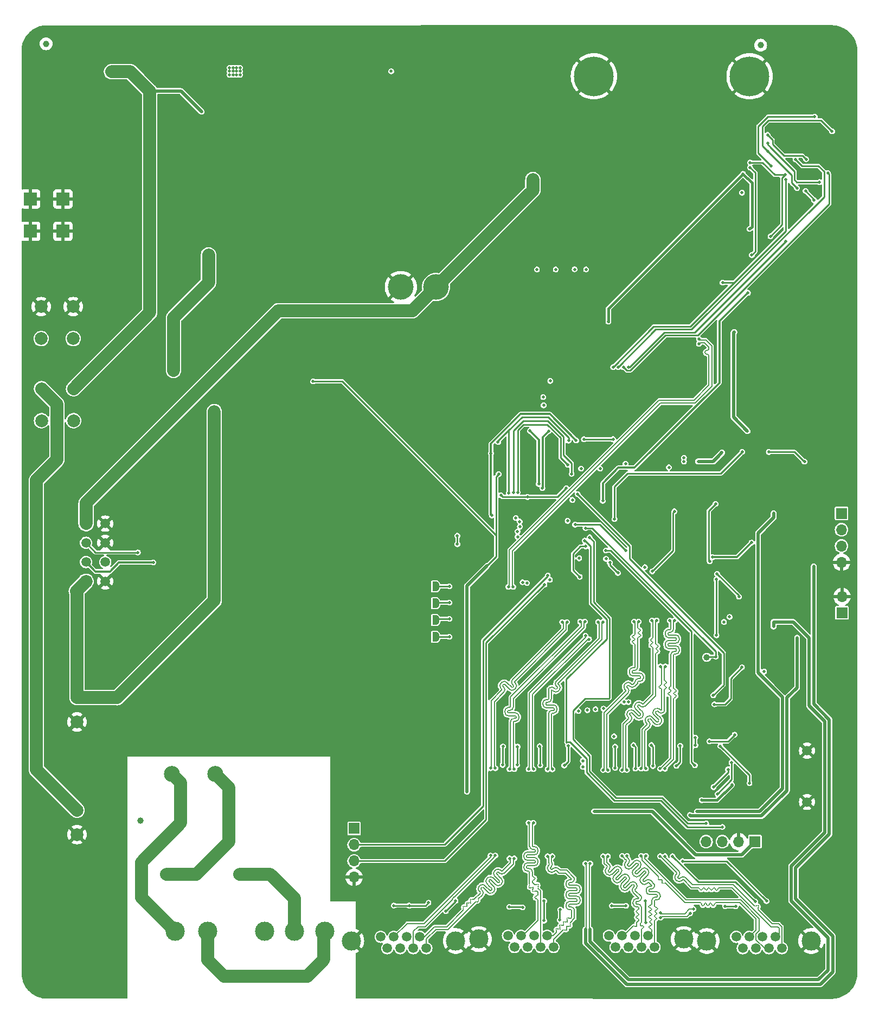
<source format=gbl>
G04 #@! TF.GenerationSoftware,KiCad,Pcbnew,7.0.6-0*
G04 #@! TF.CreationDate,2023-09-12T11:21:30-03:00*
G04 #@! TF.ProjectId,macunaima_rev2.3,6d616375-6e61-4696-9d61-5f726576322e,rev?*
G04 #@! TF.SameCoordinates,Original*
G04 #@! TF.FileFunction,Copper,L4,Bot*
G04 #@! TF.FilePolarity,Positive*
%FSLAX46Y46*%
G04 Gerber Fmt 4.6, Leading zero omitted, Abs format (unit mm)*
G04 Created by KiCad (PCBNEW 7.0.6-0) date 2023-09-12 11:21:30*
%MOMM*%
%LPD*%
G01*
G04 APERTURE LIST*
G04 Aperture macros list*
%AMFreePoly0*
4,1,19,0.500000,-0.750000,0.000000,-0.750000,0.000000,-0.744911,-0.071157,-0.744911,-0.207708,-0.704816,-0.327430,-0.627875,-0.420627,-0.520320,-0.479746,-0.390866,-0.500000,-0.250000,-0.500000,0.250000,-0.479746,0.390866,-0.420627,0.520320,-0.327430,0.627875,-0.207708,0.704816,-0.071157,0.744911,0.000000,0.744911,0.000000,0.750000,0.500000,0.750000,0.500000,-0.750000,0.500000,-0.750000,
$1*%
%AMFreePoly1*
4,1,19,0.000000,0.744911,0.071157,0.744911,0.207708,0.704816,0.327430,0.627875,0.420627,0.520320,0.479746,0.390866,0.500000,0.250000,0.500000,-0.250000,0.479746,-0.390866,0.420627,-0.520320,0.327430,-0.627875,0.207708,-0.704816,0.071157,-0.744911,0.000000,-0.744911,0.000000,-0.750000,-0.500000,-0.750000,-0.500000,0.750000,0.000000,0.750000,0.000000,0.744911,0.000000,0.744911,
$1*%
G04 Aperture macros list end*
G04 #@! TA.AperFunction,ComponentPad*
%ADD10C,2.000000*%
G04 #@! TD*
G04 #@! TA.AperFunction,ComponentPad*
%ADD11R,1.700000X1.700000*%
G04 #@! TD*
G04 #@! TA.AperFunction,ComponentPad*
%ADD12O,1.700000X1.700000*%
G04 #@! TD*
G04 #@! TA.AperFunction,ComponentPad*
%ADD13C,2.500000*%
G04 #@! TD*
G04 #@! TA.AperFunction,ComponentPad*
%ADD14C,4.000000*%
G04 #@! TD*
G04 #@! TA.AperFunction,ComponentPad*
%ADD15C,1.500000*%
G04 #@! TD*
G04 #@! TA.AperFunction,ComponentPad*
%ADD16C,3.000000*%
G04 #@! TD*
G04 #@! TA.AperFunction,ComponentPad*
%ADD17C,1.498600*%
G04 #@! TD*
G04 #@! TA.AperFunction,ComponentPad*
%ADD18R,2.000000X2.000000*%
G04 #@! TD*
G04 #@! TA.AperFunction,ComponentPad*
%ADD19C,6.200000*%
G04 #@! TD*
G04 #@! TA.AperFunction,ComponentPad*
%ADD20R,1.520000X1.520000*%
G04 #@! TD*
G04 #@! TA.AperFunction,ComponentPad*
%ADD21C,1.520000*%
G04 #@! TD*
G04 #@! TA.AperFunction,ComponentPad*
%ADD22C,1.800000*%
G04 #@! TD*
G04 #@! TA.AperFunction,SMDPad,CuDef*
%ADD23FreePoly0,180.000000*%
G04 #@! TD*
G04 #@! TA.AperFunction,SMDPad,CuDef*
%ADD24FreePoly1,180.000000*%
G04 #@! TD*
G04 #@! TA.AperFunction,SMDPad,CuDef*
%ADD25C,1.000000*%
G04 #@! TD*
G04 #@! TA.AperFunction,ViaPad*
%ADD26C,0.500000*%
G04 #@! TD*
G04 #@! TA.AperFunction,ViaPad*
%ADD27C,0.800000*%
G04 #@! TD*
G04 #@! TA.AperFunction,ViaPad*
%ADD28C,0.400000*%
G04 #@! TD*
G04 #@! TA.AperFunction,Conductor*
%ADD29C,0.400000*%
G04 #@! TD*
G04 #@! TA.AperFunction,Conductor*
%ADD30C,0.550000*%
G04 #@! TD*
G04 #@! TA.AperFunction,Conductor*
%ADD31C,0.250000*%
G04 #@! TD*
G04 #@! TA.AperFunction,Conductor*
%ADD32C,0.500000*%
G04 #@! TD*
G04 #@! TA.AperFunction,Conductor*
%ADD33C,0.200000*%
G04 #@! TD*
G04 #@! TA.AperFunction,Conductor*
%ADD34C,2.000000*%
G04 #@! TD*
G04 #@! TA.AperFunction,Conductor*
%ADD35C,0.300000*%
G04 #@! TD*
G04 APERTURE END LIST*
D10*
X8682000Y-104946000D03*
X8682000Y-108756000D03*
D11*
X114534000Y-127435000D03*
D12*
X111994000Y-127435000D03*
X109454000Y-127435000D03*
X106914000Y-127435000D03*
D10*
X34078573Y-132496773D03*
X22678573Y-132496773D03*
D13*
X23495964Y-116861773D03*
X30245964Y-116861773D03*
D14*
X59245964Y-40861773D03*
X64745964Y-40861773D03*
D11*
X128050000Y-76210000D03*
D12*
X128050000Y-78750000D03*
X128050000Y-81290000D03*
X128050000Y-83830000D03*
D15*
X118738573Y-144086773D03*
X117718573Y-142306773D03*
X116698573Y-144086773D03*
X115678573Y-142306773D03*
X114658573Y-144086773D03*
X113638573Y-142306773D03*
X112618573Y-144086773D03*
X111598573Y-142306773D03*
D16*
X107018573Y-142936773D03*
X123318573Y-142936773D03*
D15*
X63238573Y-144086773D03*
X62218573Y-142306773D03*
X61198573Y-144086773D03*
X60178573Y-142306773D03*
X59158573Y-144086773D03*
X58138573Y-142306773D03*
X57118573Y-144086773D03*
X56098573Y-142306773D03*
D16*
X51518573Y-142936773D03*
X67818573Y-142936773D03*
D17*
X122672619Y-121240296D03*
X122672619Y-113240296D03*
D10*
X8088573Y-43908573D03*
X3088573Y-43908573D03*
X8088573Y-48908573D03*
X3088573Y-48908573D03*
D11*
X51942000Y-125379000D03*
D12*
X51942000Y-127919000D03*
X51942000Y-130459000D03*
X51942000Y-132999000D03*
D18*
X6490573Y-27106573D03*
X1440573Y-27106573D03*
X6490573Y-32156573D03*
X1440573Y-32156573D03*
D19*
X89381350Y-7973601D03*
D16*
X23968573Y-141391773D03*
X29048573Y-141391773D03*
D15*
X98868573Y-143896773D03*
X97848573Y-142116773D03*
X96828573Y-143896773D03*
X95808573Y-142116773D03*
X94788573Y-143896773D03*
X93768573Y-142116773D03*
X92748573Y-143896773D03*
X91728573Y-142116773D03*
X83108573Y-143896773D03*
X82088573Y-142116773D03*
X81068573Y-143896773D03*
X80048573Y-142116773D03*
X79028573Y-143896773D03*
X78008573Y-142116773D03*
X76988573Y-143896773D03*
X75968573Y-142116773D03*
D16*
X103418573Y-142636773D03*
X71418573Y-142636773D03*
D11*
X128125000Y-91710000D03*
D12*
X128125000Y-89170000D03*
D19*
X113689150Y-7973601D03*
D20*
X10091573Y-86795823D03*
D21*
X10091573Y-83795823D03*
X10091573Y-80795823D03*
X10091573Y-77795823D03*
X13091573Y-86795823D03*
X13091573Y-83795823D03*
X13091573Y-80795823D03*
X13091573Y-77795823D03*
D16*
X37943573Y-141411773D03*
X42643573Y-141411773D03*
X47343573Y-141411773D03*
D22*
X24858573Y-124516773D03*
X32358573Y-127416773D03*
D10*
X8143573Y-56728573D03*
X3143573Y-56728573D03*
X8143573Y-61728573D03*
X3143573Y-61728573D03*
X8682000Y-122529000D03*
X8682000Y-126339000D03*
D23*
X64690573Y-87592773D03*
D24*
X63390573Y-87592773D03*
D23*
X64690573Y-92842105D03*
D24*
X63390573Y-92842105D03*
D25*
X3852000Y-2893000D03*
X107013573Y-98666773D03*
X18548573Y-124136773D03*
X115418573Y-3106773D03*
D23*
X64690573Y-95466773D03*
D24*
X63390573Y-95466773D03*
D23*
X64690573Y-90217439D03*
D24*
X63390573Y-90217439D03*
D26*
X96798573Y-69406773D03*
X120179578Y-19177593D03*
X98338573Y-65106773D03*
X120830719Y-29988919D03*
X121464578Y-17787593D03*
X121354578Y-23647593D03*
X120179578Y-18467593D03*
X110568573Y-140206773D03*
X110278573Y-67526773D03*
X98748573Y-54676773D03*
X78913573Y-72216773D03*
X120233652Y-25381694D03*
X115874578Y-25697593D03*
X78492340Y-76585540D03*
X94178573Y-49416773D03*
X109738573Y-57476773D03*
X118894578Y-17077593D03*
X124148573Y-26006773D03*
X109878573Y-30126773D03*
X120179578Y-17107593D03*
X74393074Y-115151773D03*
X87278573Y-75366773D03*
X107483573Y-112676773D03*
X124074578Y-15417593D03*
X97993000Y-74578000D03*
X106663573Y-88816773D03*
D27*
X121641000Y-108973000D03*
D26*
X83633573Y-65436773D03*
X91502000Y-74400000D03*
X124760811Y-23796360D03*
X126944578Y-18967593D03*
X106660021Y-64010495D03*
X105908573Y-54536773D03*
X112258573Y-21096773D03*
X60908573Y-124366773D03*
X110073573Y-71566773D03*
X82743573Y-69326773D03*
X120179578Y-17757593D03*
X78503573Y-115496773D03*
X110811173Y-86154273D03*
X95278573Y-115361773D03*
X100348573Y-57539419D03*
X102798573Y-49336773D03*
X114021173Y-85304273D03*
X110841173Y-83824273D03*
X89478573Y-63599419D03*
X120088573Y-21326773D03*
X122424578Y-23657593D03*
X123958573Y-34356773D03*
X95718073Y-78516773D03*
X121364578Y-22537593D03*
X114021173Y-84644273D03*
X106062000Y-111200000D03*
D27*
X117897000Y-127953000D03*
D26*
X124228573Y-18926773D03*
X121418573Y-27606773D03*
X120179578Y-16377593D03*
X114648573Y-148126773D03*
X121464578Y-18467593D03*
X121904464Y-23107593D03*
X98180021Y-68323472D03*
X110974578Y-34532593D03*
X121464578Y-16377593D03*
X99313573Y-115116773D03*
X122444578Y-22537593D03*
X113605221Y-65307872D03*
X126208573Y-21436773D03*
X100858573Y-65026773D03*
X74318573Y-66606773D03*
X82103573Y-70626773D03*
X105197609Y-49329801D03*
X79573573Y-69766773D03*
X118894578Y-19177593D03*
X118894578Y-16377593D03*
X108203573Y-109346773D03*
X118894578Y-18477593D03*
X71298573Y-115131773D03*
X113021173Y-84994273D03*
X81703573Y-115326773D03*
X105959821Y-66222272D03*
X116174578Y-24127593D03*
X91988573Y-115331773D03*
X121464578Y-17107593D03*
X118894578Y-17777593D03*
X121464578Y-19177593D03*
X96153573Y-55716773D03*
X100583573Y-77256773D03*
X112908573Y-68796773D03*
X110430221Y-49322295D03*
X108372821Y-46528295D03*
D27*
X117814000Y-107564000D03*
D26*
X78248573Y-64026773D03*
X103450021Y-67514672D03*
X33587373Y-7182573D03*
X34137373Y-6632573D03*
X32487373Y-7182573D03*
X33587373Y-6632573D03*
X87660418Y-114803618D03*
X32487373Y-6632573D03*
X33037373Y-6632573D03*
X87663573Y-115746773D03*
X34137373Y-7182573D03*
X33587373Y-7732573D03*
X103452345Y-68095796D03*
X32487373Y-7732573D03*
X33037373Y-7732573D03*
X57743573Y-7182573D03*
X33037373Y-7182573D03*
X34137373Y-7732573D03*
X112664486Y-23192686D03*
X91653573Y-46269419D03*
X111308573Y-47886773D03*
X113688573Y-31796773D03*
X113348573Y-63326672D03*
X119364578Y-24122593D03*
X109488573Y-40166773D03*
X92400021Y-53350495D03*
X119304578Y-33742593D03*
X94800021Y-53350495D03*
X94000021Y-53350495D03*
X125910311Y-23063147D03*
X93200021Y-53350495D03*
X120888573Y-20956773D03*
X102868573Y-112481773D03*
X98618573Y-115621773D03*
X102268573Y-115601773D03*
X98368573Y-112351773D03*
X95558573Y-112371773D03*
X92708573Y-112611773D03*
X92688573Y-115911773D03*
X95868573Y-116041773D03*
X113758000Y-21416200D03*
X116967753Y-32937593D03*
X119272672Y-23357342D03*
X123778573Y-27326773D03*
X122435078Y-25857593D03*
X113778573Y-22208093D03*
X114038283Y-35867063D03*
X104410796Y-138630224D03*
X123716621Y-85309821D03*
X121121173Y-96304373D03*
D28*
X29230573Y-35297573D03*
X30086573Y-60869573D03*
D26*
X104393576Y-123274114D03*
D28*
X30099573Y-60305573D03*
D26*
X88063573Y-141111773D03*
D28*
X29738573Y-35842573D03*
X23201573Y-53879573D03*
X30619573Y-60299573D03*
X29218573Y-35848573D03*
D26*
X88063573Y-130871773D03*
X123716621Y-84479821D03*
D28*
X23721573Y-54461573D03*
D26*
X121121173Y-95594373D03*
D28*
X23734573Y-53897573D03*
X23746573Y-53346573D03*
X30111573Y-59754573D03*
X28685573Y-35830573D03*
D26*
X99778573Y-139286773D03*
D28*
X24254573Y-53891573D03*
X29205573Y-36412573D03*
X29566573Y-60287573D03*
D26*
X123716621Y-87079821D03*
X123716621Y-86189821D03*
X105491000Y-122724000D03*
X104943072Y-137958000D03*
X117443573Y-76846773D03*
X117443573Y-76166773D03*
X99778573Y-138536773D03*
X88813573Y-141111773D03*
X117443573Y-93136773D03*
X88813573Y-130871773D03*
X117443573Y-93876773D03*
X126574578Y-16552593D03*
X121079964Y-25415540D03*
X116518573Y-19642593D03*
X124607632Y-24478885D03*
X116528573Y-18372593D03*
X116508573Y-17102593D03*
X122528573Y-20906773D03*
X117080018Y-21977154D03*
X123858573Y-14268093D03*
X80918573Y-112521773D03*
X81000885Y-115504085D03*
X85368573Y-112471773D03*
X84758573Y-115541773D03*
X75138573Y-115461773D03*
X77408573Y-115451773D03*
X75188573Y-112591773D03*
X77468573Y-112601773D03*
X94335373Y-68460596D03*
X77467340Y-79020540D03*
X85326480Y-68629419D03*
X77502480Y-72894941D03*
X76802978Y-72893996D03*
X85901293Y-70016698D03*
X77480917Y-79834117D03*
X101103573Y-69002396D03*
X87389864Y-69203687D03*
X77812513Y-77480998D03*
X77833573Y-78236773D03*
X90358573Y-69204187D03*
X74421431Y-65059631D03*
X76103558Y-73051654D03*
X85448573Y-64839419D03*
X73448573Y-76521773D03*
X86613773Y-64819419D03*
X73323573Y-66796773D03*
X92388573Y-64619419D03*
X87832973Y-64619419D03*
X116704021Y-66603272D03*
X122266621Y-68118295D03*
X86983573Y-107046773D03*
X80488196Y-38107711D03*
X83438196Y-38107711D03*
X88373573Y-106926773D03*
X86378196Y-38097711D03*
X89633573Y-106766773D03*
X88174691Y-38101216D03*
X90878776Y-106666258D03*
X76793573Y-87644823D03*
X105790121Y-48958003D03*
X105790121Y-49708003D03*
X76043573Y-87644823D03*
X112563573Y-66592396D03*
X92609073Y-77083006D03*
X114566229Y-136804117D03*
X101668573Y-129721773D03*
X111528573Y-137526273D03*
X109868573Y-137526273D03*
X97448573Y-136701773D03*
X97478573Y-140051773D03*
X92168573Y-137431773D03*
X94405001Y-137438201D03*
X81618073Y-136686902D03*
X78258573Y-137701773D03*
X84138573Y-138027273D03*
X84068573Y-139661773D03*
X76178573Y-137631773D03*
X81618073Y-139771773D03*
X58148573Y-137411773D03*
X63548573Y-136981773D03*
X66268573Y-138266273D03*
X67788573Y-136667273D03*
X60548573Y-137421773D03*
X114003573Y-80756773D03*
X107903573Y-83036773D03*
X112038573Y-89201773D03*
X108628573Y-85641773D03*
X108528573Y-95221773D03*
X108498573Y-86521773D03*
X108383573Y-74716773D03*
X107473573Y-83696773D03*
X116338573Y-136722273D03*
X103244806Y-130485540D03*
X106220181Y-120970405D03*
X110923017Y-118559719D03*
X108684073Y-119986773D03*
X110873000Y-115094000D03*
X108058573Y-118926773D03*
X110335000Y-116156000D03*
X109134073Y-112523000D03*
X113674297Y-118313297D03*
X100488573Y-116069508D03*
X101993573Y-92931802D03*
X96768573Y-116032109D03*
X99803573Y-100081773D03*
X90793573Y-93132497D03*
X82903573Y-116136002D03*
X88093407Y-95306607D03*
X79183573Y-116119044D03*
X101243573Y-92931802D03*
X99738573Y-116069508D03*
X97518573Y-116032109D03*
X100553573Y-100081773D03*
X82153573Y-116136002D03*
X90043573Y-93132497D03*
X88623739Y-95836939D03*
X79933573Y-116119044D03*
X94548573Y-116244547D03*
X99193573Y-92935834D03*
X90828573Y-116245008D03*
X95643573Y-93113758D03*
X87993573Y-93085037D03*
X76963573Y-116106691D03*
X73243573Y-115966089D03*
X84443573Y-93155441D03*
X93798573Y-116244547D03*
X98443573Y-92935834D03*
X96393573Y-93113758D03*
X91578573Y-116245008D03*
X87243573Y-93085037D03*
X76213573Y-116106691D03*
X73993573Y-115966089D03*
X85193573Y-93155441D03*
X111371619Y-110740619D03*
X107413000Y-111776773D03*
X92533573Y-110996773D03*
X91243573Y-81986773D03*
X105153573Y-115516773D03*
X88083573Y-78481773D03*
X108423573Y-98546773D03*
X82514000Y-86576000D03*
X78254176Y-86952997D03*
X94791948Y-105647907D03*
X109688472Y-93136472D03*
X110578000Y-92364000D03*
X89422000Y-122716000D03*
X69583573Y-119638000D03*
X72728573Y-84351773D03*
X74513573Y-70076773D03*
X86032804Y-74086004D03*
X82568573Y-55516773D03*
X45552573Y-55580573D03*
X94092462Y-105643196D03*
X78953573Y-87066773D03*
X106922000Y-124597500D03*
X81548573Y-59326773D03*
X88715400Y-79926773D03*
X109457000Y-125138000D03*
X87953000Y-80443000D03*
X81488573Y-58046773D03*
X82321980Y-63331773D03*
X81347621Y-72232658D03*
X79381980Y-63321773D03*
X80776483Y-71600702D03*
X14067073Y-7232573D03*
X28127000Y-13489000D03*
X20030573Y-44841573D03*
X15230073Y-7232573D03*
X14648573Y-7232573D03*
X87174073Y-86100073D03*
X88120000Y-81346815D03*
X91880639Y-83870894D03*
X93143000Y-85500000D03*
X100488573Y-129725643D03*
X99738573Y-129725643D03*
X97518573Y-129645202D03*
X96768573Y-129645202D03*
X94548573Y-129684636D03*
X93798573Y-129684636D03*
X91578573Y-129713226D03*
X90828573Y-129713226D03*
X82903573Y-129721999D03*
X82153573Y-129721999D03*
X79933573Y-124495449D03*
X79183573Y-124495449D03*
X76963573Y-130063129D03*
X76213573Y-130063129D03*
X73993573Y-129612913D03*
X73243573Y-129612913D03*
X108204073Y-106003000D03*
X112504773Y-100231773D03*
X105233573Y-112386773D03*
X105223573Y-111202273D03*
X115953573Y-100876773D03*
X91283573Y-83296773D03*
X87090018Y-83198476D03*
X97349073Y-84596773D03*
X113439578Y-41752593D03*
X90773683Y-74245362D03*
X85283573Y-77356773D03*
X77193573Y-76926773D03*
X112511026Y-26141193D03*
X94393573Y-81996773D03*
X86453573Y-77947273D03*
X101957733Y-75876273D03*
X98498073Y-85246773D03*
X108779521Y-67314172D03*
X105675021Y-68095796D03*
X109388821Y-66704872D03*
X106305021Y-68095796D03*
X85054828Y-72260206D03*
X79027480Y-73636773D03*
X86848573Y-73176773D03*
X74868573Y-73366773D03*
X108038573Y-104576773D03*
X66834573Y-87592773D03*
X66834573Y-90132773D03*
X66834573Y-92672773D03*
X66834573Y-95466773D03*
D28*
X79860573Y-24075573D03*
X80380573Y-24069573D03*
X79327573Y-24057573D03*
X79872573Y-23524573D03*
X79847573Y-24639573D03*
D26*
X81668573Y-87296773D03*
X18183573Y-82290573D03*
X20614573Y-83840573D03*
X82176480Y-85906773D03*
X68073573Y-81009573D03*
X68073573Y-79672773D03*
D29*
X112664486Y-23192686D02*
X114064578Y-24592778D01*
D30*
X111308573Y-47886773D02*
X111188573Y-48006773D01*
X111188573Y-48006773D02*
X111188573Y-61166672D01*
D29*
X91653573Y-44203598D02*
X91653573Y-46269419D01*
X112664486Y-23192686D02*
X91653573Y-44203598D01*
X114064578Y-24592778D02*
X114064578Y-31420768D01*
X114064578Y-31420768D02*
X113688573Y-31796773D01*
D30*
X111188573Y-61166672D02*
X113348573Y-63326672D01*
D31*
X111291357Y-40166773D02*
X111634965Y-39823165D01*
X119364578Y-32093551D02*
X111634965Y-39823165D01*
X109488573Y-40166773D02*
X111291357Y-40166773D01*
X98704340Y-47033003D02*
X92400021Y-53337322D01*
X92400021Y-53337322D02*
X92400021Y-53350495D01*
X119364578Y-24122593D02*
X119364578Y-32093551D01*
X111634965Y-39823165D02*
X104425126Y-47033003D01*
X104425126Y-47033003D02*
X98704340Y-47033003D01*
X100394290Y-47933003D02*
X94976798Y-53350495D01*
X94976798Y-53350495D02*
X94800021Y-53350495D01*
X119304578Y-33742593D02*
X105114168Y-47933003D01*
X105114168Y-47933003D02*
X100394290Y-47933003D01*
X94561848Y-53925495D02*
X94000021Y-53363668D01*
X94000021Y-53363668D02*
X94000021Y-53350495D01*
X95038194Y-53925495D02*
X94561848Y-53925495D01*
X126120078Y-27854447D02*
X105591522Y-48383003D01*
X125910311Y-23063147D02*
X126120078Y-23272914D01*
X126120078Y-23272914D02*
X126120078Y-27854447D01*
X100580686Y-48383003D02*
X95038194Y-53925495D01*
X105591522Y-48383003D02*
X100580686Y-48383003D01*
X120888573Y-20956773D02*
X121894393Y-21962593D01*
X104611522Y-47483003D02*
X99054340Y-47483003D01*
X93200021Y-53337322D02*
X93200021Y-53350495D01*
X99054340Y-47483003D02*
X93200021Y-53337322D01*
X125335811Y-22846360D02*
X125335811Y-26758714D01*
X124452044Y-21962593D02*
X125335811Y-22846360D01*
X121894393Y-21962593D02*
X124452044Y-21962593D01*
X125335811Y-26758714D02*
X104611522Y-47483003D01*
X102868573Y-115001773D02*
X102868573Y-112481773D01*
X98618573Y-112601773D02*
X98368573Y-112351773D01*
X98618573Y-115621773D02*
X98618573Y-112601773D01*
X102268573Y-115601773D02*
X102868573Y-115001773D01*
X92688573Y-115911773D02*
X92688573Y-112631773D01*
X95868573Y-116041773D02*
X95868573Y-112681773D01*
X92688573Y-112631773D02*
X92708573Y-112611773D01*
X95868573Y-112681773D02*
X95558573Y-112371773D01*
X119272672Y-23357342D02*
X118789578Y-23840436D01*
X118789578Y-31115768D02*
X116967753Y-32937593D01*
X113758000Y-21416200D02*
X115705891Y-21416200D01*
X117647033Y-23357342D02*
X119272672Y-23357342D01*
X118789578Y-23840436D02*
X118789578Y-31115768D01*
X115705891Y-21416200D02*
X117647033Y-23357342D01*
X123778573Y-27201088D02*
X122435078Y-25857593D01*
X123778573Y-27326773D02*
X123778573Y-27201088D01*
X114589578Y-23019098D02*
X113778573Y-22208093D01*
X114038283Y-35867063D02*
X114589578Y-35315768D01*
X114589578Y-35315768D02*
X114589578Y-23019098D01*
D32*
X121121173Y-103394273D02*
X121121173Y-96304373D01*
X115573573Y-123436000D02*
X119548573Y-119461000D01*
X119548573Y-119461000D02*
X119548573Y-104966873D01*
D33*
X99928573Y-139136773D02*
X99778573Y-139286773D01*
D32*
X94514051Y-149703000D02*
X124750999Y-149703000D01*
D34*
X14947573Y-104968573D02*
X14925000Y-104946000D01*
D32*
X120884000Y-131551949D02*
X126156000Y-126279949D01*
D34*
X8570573Y-88316823D02*
X8682000Y-88428250D01*
D32*
X121121173Y-95594373D02*
X121121173Y-96304373D01*
X104393576Y-123274114D02*
X104555462Y-123436000D01*
D34*
X29218573Y-40187573D02*
X29218573Y-35848573D01*
X14947573Y-104968573D02*
X30116573Y-89799573D01*
D32*
X126667000Y-147786998D02*
X126667000Y-142149050D01*
X123715000Y-84481442D02*
X123716621Y-84479821D01*
D33*
X103904247Y-139136773D02*
X99928573Y-139136773D01*
D34*
X8570573Y-88316823D02*
X10091573Y-86795823D01*
D33*
X88063573Y-130871773D02*
X88213572Y-131021772D01*
D34*
X23757573Y-45648573D02*
X29218573Y-40187573D01*
D32*
X104555462Y-123436000D02*
X115573573Y-123436000D01*
X126667000Y-142149050D02*
X120884000Y-136366050D01*
D34*
X30116573Y-89799573D02*
X30116573Y-60295573D01*
D32*
X88063573Y-143252523D02*
X94514051Y-149703000D01*
X126156000Y-126279949D02*
X126156000Y-108374000D01*
X120884000Y-136366050D02*
X120884000Y-131551949D01*
D34*
X23757573Y-53886573D02*
X23757573Y-45648573D01*
D33*
X88213572Y-140961774D02*
X88063573Y-141111773D01*
D34*
X8682000Y-88428250D02*
X8682000Y-104946000D01*
D33*
X88213572Y-131021772D02*
X88213572Y-140961774D01*
D32*
X88063573Y-141111773D02*
X88063573Y-143252523D01*
X119548573Y-104966873D02*
X121121173Y-103394273D01*
X123715000Y-105933000D02*
X123715000Y-84481442D01*
X126156000Y-108374000D02*
X123715000Y-105933000D01*
D34*
X14925000Y-104946000D02*
X8682000Y-104946000D01*
D32*
X124750999Y-149703000D02*
X126667000Y-147786998D01*
D33*
X104410796Y-138630224D02*
X103904247Y-139136773D01*
D32*
X116155290Y-121861761D02*
X116157862Y-121861761D01*
X115028573Y-79261773D02*
X117443573Y-76846773D01*
X115028573Y-101066773D02*
X115028573Y-79261773D01*
X105503000Y-122736000D02*
X115281051Y-122736000D01*
X118848573Y-119171050D02*
X118848573Y-104886773D01*
X116157862Y-121861761D02*
X118848573Y-119171050D01*
D33*
X104943072Y-137958000D02*
X104305909Y-137958000D01*
X104305909Y-137958000D02*
X103577136Y-138686773D01*
D32*
X117443573Y-76846773D02*
X117443573Y-76166773D01*
D33*
X103577136Y-138686773D02*
X99928573Y-138686773D01*
D32*
X115281051Y-122736000D02*
X116155290Y-121861761D01*
D33*
X99928573Y-138686773D02*
X99778573Y-138536773D01*
D32*
X118848573Y-104886773D02*
X115028573Y-101066773D01*
X105491000Y-122724000D02*
X105503000Y-122736000D01*
X125967000Y-142439000D02*
X120184000Y-136656000D01*
X88813573Y-143012573D02*
X94804000Y-149003000D01*
X125456000Y-108663950D02*
X123015000Y-106222950D01*
X120493573Y-93136773D02*
X117443573Y-93136773D01*
X123015000Y-95658200D02*
X120493573Y-93136773D01*
D33*
X88663574Y-140961774D02*
X88813573Y-141111773D01*
D32*
X88813573Y-141111773D02*
X88813573Y-143012573D01*
D33*
X88663574Y-131021772D02*
X88663574Y-140961774D01*
D32*
X125456000Y-125990000D02*
X125456000Y-108663950D01*
X120184000Y-131262000D02*
X125456000Y-125990000D01*
X125967000Y-147497049D02*
X125967000Y-142439000D01*
X123015000Y-106222950D02*
X123015000Y-95658200D01*
X94804000Y-149003000D02*
X124461049Y-149003000D01*
D33*
X88813573Y-130871773D02*
X88663574Y-131021772D01*
D32*
X120184000Y-136656000D02*
X120184000Y-131262000D01*
X124461049Y-149003000D02*
X125967000Y-147497049D01*
X117443573Y-93136773D02*
X117443573Y-93876773D01*
D31*
X116518573Y-19642593D02*
X120249578Y-23373598D01*
X115688573Y-18812593D02*
X115688573Y-15765952D01*
X116611932Y-14842593D02*
X124864578Y-14842593D01*
X124864578Y-14842593D02*
X126574578Y-16552593D01*
X120249578Y-24585154D02*
X121079964Y-25415540D01*
X115688573Y-15765952D02*
X116611932Y-14842593D01*
X116518573Y-19642593D02*
X115688573Y-18812593D01*
X120249578Y-23373598D02*
X120249578Y-24585154D01*
X116528573Y-18372593D02*
X116528573Y-18616773D01*
X116982751Y-19067593D02*
X120699578Y-22784420D01*
X116979393Y-19067593D02*
X116982751Y-19067593D01*
X121056370Y-24478885D02*
X124607632Y-24478885D01*
X116528573Y-18616773D02*
X116979393Y-19067593D01*
X120699578Y-22784420D02*
X120699578Y-24122093D01*
X120699578Y-24122093D02*
X121056370Y-24478885D01*
X117279578Y-17873598D02*
X117279578Y-18610766D01*
X116508573Y-17102593D02*
X117279578Y-17873598D01*
X122003573Y-20381773D02*
X122528573Y-20906773D01*
X117279578Y-18610766D02*
X119050585Y-20381773D01*
X119050585Y-20381773D02*
X122003573Y-20381773D01*
X115058573Y-19955709D02*
X115058573Y-15759556D01*
X115058573Y-15759556D02*
X116550036Y-14268093D01*
X117080018Y-21977154D02*
X115058573Y-19955709D01*
X116550036Y-14268093D02*
X123858573Y-14268093D01*
X84758573Y-115541773D02*
X85368573Y-114931773D01*
X85368573Y-114931773D02*
X85368573Y-112471773D01*
X81000885Y-115504085D02*
X81000885Y-112604085D01*
X81000885Y-112604085D02*
X80918573Y-112521773D01*
X77408573Y-115451773D02*
X77468573Y-115391773D01*
X77468573Y-115391773D02*
X77468573Y-112601773D01*
X75138573Y-115461773D02*
X75138573Y-112641773D01*
X75138573Y-112641773D02*
X75188573Y-112591773D01*
X84208573Y-67511512D02*
X84208573Y-64405193D01*
X78357075Y-62326773D02*
X77502480Y-63181368D01*
X84208573Y-64405193D02*
X82130153Y-62326773D01*
X85326480Y-68629419D02*
X84208573Y-67511512D01*
X77502480Y-63181368D02*
X77502480Y-72894941D01*
X82130153Y-62326773D02*
X78357075Y-62326773D01*
X78330679Y-61716773D02*
X76802978Y-63244474D01*
X85901293Y-68339493D02*
X84658573Y-67096773D01*
X85901293Y-70016698D02*
X85901293Y-68339493D01*
X84658573Y-67096773D02*
X84658573Y-64218797D01*
X76802978Y-63244474D02*
X76802978Y-72893996D01*
X82156549Y-61716773D02*
X78330679Y-61716773D01*
X84658573Y-64218797D02*
X82156549Y-61716773D01*
X78163573Y-61176773D02*
X76103558Y-63236788D01*
X76103558Y-73051654D02*
X76103558Y-63236788D01*
X74421431Y-64918915D02*
X76103558Y-63236788D01*
X74421431Y-65059631D02*
X74421431Y-64918915D01*
X85448573Y-64372401D02*
X82252945Y-61176773D01*
X85448573Y-64839419D02*
X85448573Y-64372401D01*
X82252945Y-61176773D02*
X78163573Y-61176773D01*
D35*
X77956466Y-60676773D02*
X82471127Y-60676773D01*
X73323573Y-66796773D02*
X73323573Y-76396773D01*
X73323573Y-65309666D02*
X77956466Y-60676773D01*
X73323573Y-66796773D02*
X73323573Y-65309666D01*
X82471127Y-60676773D02*
X86613773Y-64819419D01*
X73323573Y-76396773D02*
X73448573Y-76521773D01*
D31*
X92388573Y-64619419D02*
X87832973Y-64619419D01*
X122266621Y-68118295D02*
X122250095Y-68118295D01*
X120735072Y-66603272D02*
X116704021Y-66603272D01*
X122250095Y-68118295D02*
X120735072Y-66603272D01*
D34*
X18738573Y-130636773D02*
X24858573Y-124516773D01*
X23968573Y-141391773D02*
X18738573Y-136161773D01*
X24858573Y-118224382D02*
X23495964Y-116861773D01*
X24858573Y-124516773D02*
X24858573Y-118224382D01*
X18738573Y-136161773D02*
X18738573Y-130636773D01*
X47243573Y-141511773D02*
X47243573Y-145871773D01*
X47243573Y-145871773D02*
X44663573Y-148451773D01*
X44663573Y-148451773D02*
X31603573Y-148451773D01*
X29048573Y-145896773D02*
X29048573Y-141391773D01*
X31603573Y-148451773D02*
X29048573Y-145896773D01*
X42643573Y-136291773D02*
X38848573Y-132496773D01*
X42643573Y-141411773D02*
X42643573Y-136291773D01*
X38848573Y-132496773D02*
X34078573Y-132496773D01*
X22678573Y-132496773D02*
X27278573Y-132496773D01*
X32358573Y-118974382D02*
X30245964Y-116861773D01*
X27278573Y-132496773D02*
X32358573Y-127416773D01*
X32358573Y-127416773D02*
X32358573Y-118974382D01*
D33*
X76643574Y-87494824D02*
X76643574Y-82084972D01*
X76643574Y-82084972D02*
X99746773Y-58981773D01*
X105940120Y-49108002D02*
X105790121Y-48958003D01*
X76793573Y-87644823D02*
X76643574Y-87494824D01*
X106858002Y-49108002D02*
X105940120Y-49108002D01*
X107803573Y-56359973D02*
X107803573Y-50053573D01*
X99746773Y-58981773D02*
X105181773Y-58981773D01*
X105181773Y-58981773D02*
X107803573Y-56359973D01*
X107803573Y-50053573D02*
X106858002Y-49108002D01*
X107053573Y-50756773D02*
X107024314Y-50756773D01*
X107024314Y-51356773D02*
X107053573Y-51356773D01*
X76193572Y-87494824D02*
X76043573Y-87644823D01*
X106671604Y-49558004D02*
X107353573Y-50239973D01*
X99560373Y-58531773D02*
X76193572Y-81898574D01*
X76193572Y-81898574D02*
X76193572Y-87494824D01*
X105790121Y-49708003D02*
X105940120Y-49558004D01*
X107353573Y-50239973D02*
X107353573Y-50456773D01*
X104995373Y-58531773D02*
X99560373Y-58531773D01*
X105940120Y-49558004D02*
X106671604Y-49558004D01*
X107353573Y-51656773D02*
X107353573Y-56173573D01*
X107353573Y-56173573D02*
X104995373Y-58531773D01*
X107053573Y-50756773D02*
G75*
G03*
X107353573Y-50456773I27J299973D01*
G01*
X107353627Y-51656773D02*
G75*
G03*
X107053573Y-51356773I-300027J-27D01*
G01*
X106724327Y-51056773D02*
G75*
G03*
X107024314Y-51356773I299973J-27D01*
G01*
X107024314Y-50756814D02*
G75*
G03*
X106724314Y-51056773I-14J-299986D01*
G01*
D31*
X92609073Y-77083006D02*
X92609073Y-72026927D01*
X109174196Y-69981773D02*
X112563573Y-66592396D01*
X92609073Y-72026927D02*
X94654227Y-69981773D01*
X94654227Y-69981773D02*
X109174196Y-69981773D01*
X111503885Y-133741773D02*
X114566229Y-136804117D01*
X105688573Y-133741773D02*
X111503885Y-133741773D01*
X101668573Y-129721773D02*
X105688573Y-133741773D01*
X111528573Y-137526273D02*
X109868573Y-137526273D01*
X97448573Y-136701773D02*
X97448573Y-140021773D01*
X92168573Y-137431773D02*
X94398573Y-137431773D01*
X94398573Y-137431773D02*
X94405001Y-137438201D01*
X97448573Y-140021773D02*
X97478573Y-140051773D01*
X76178573Y-137631773D02*
X78188573Y-137631773D01*
X78188573Y-137631773D02*
X78258573Y-137701773D01*
X84068573Y-138097273D02*
X84138573Y-138027273D01*
X81618073Y-136686902D02*
X81618073Y-139771773D01*
X84068573Y-139661773D02*
X84068573Y-138097273D01*
X60538573Y-137411773D02*
X60548573Y-137421773D01*
X67788573Y-136746273D02*
X66268573Y-138266273D01*
X58148573Y-137411773D02*
X60538573Y-137411773D01*
X67788573Y-136667273D02*
X67788573Y-136746273D01*
X63548573Y-136981773D02*
X63108573Y-137421773D01*
X63108573Y-137421773D02*
X60548573Y-137421773D01*
D35*
X107903573Y-83036773D02*
X111723573Y-83036773D01*
X111723573Y-83036773D02*
X114003573Y-80756773D01*
D31*
X112038573Y-89201773D02*
X112038573Y-89051773D01*
X112038573Y-89051773D02*
X108628573Y-85641773D01*
X108498573Y-86521773D02*
X108528573Y-86551773D01*
X108528573Y-86551773D02*
X108528573Y-95221773D01*
X107328573Y-83551773D02*
X107328573Y-75771773D01*
X107328573Y-75771773D02*
X108383573Y-74716773D01*
X107473573Y-83696773D02*
X107328573Y-83551773D01*
X110101840Y-130485540D02*
X103244806Y-130485540D01*
X116338573Y-136722273D02*
X110101840Y-130485540D01*
D29*
X110923017Y-118667068D02*
X110923017Y-118559719D01*
X108619680Y-120970405D02*
X110923017Y-118667068D01*
X106220181Y-120970405D02*
X108619680Y-120970405D01*
D31*
X108684073Y-119986773D02*
X110910000Y-117760846D01*
X110910000Y-115131000D02*
X110873000Y-115094000D01*
X110910000Y-117760846D02*
X110910000Y-115131000D01*
X110335000Y-116156000D02*
X110335000Y-116650346D01*
X110335000Y-116650346D02*
X108058573Y-118926773D01*
X109134073Y-112523000D02*
X113674297Y-117063224D01*
X113674297Y-117063224D02*
X113674297Y-118313297D01*
D33*
X101068571Y-95166775D02*
X102168575Y-95166775D01*
X101843574Y-114600904D02*
X100488573Y-115955905D01*
X102043574Y-103706773D02*
X102087725Y-103706773D01*
X102087725Y-104106773D02*
X102043574Y-104106773D01*
X101993573Y-92931802D02*
X101843574Y-93081801D01*
X101068571Y-96466779D02*
X102168575Y-96466779D01*
X102043574Y-104506773D02*
X102087725Y-104506773D01*
X101843574Y-98266783D02*
X101843574Y-103506773D01*
X100968571Y-96566779D02*
X100968571Y-96766779D01*
X101068571Y-96866779D02*
X102168575Y-96866779D01*
X102718577Y-95716777D02*
X102718577Y-95916777D01*
X102087725Y-104906773D02*
X102043574Y-104906773D01*
X102718577Y-97416781D02*
X102718577Y-97616781D01*
X101843574Y-105106773D02*
X101843574Y-114600904D01*
X102168575Y-98166783D02*
X101943574Y-98166783D01*
X100968571Y-94866775D02*
X100968571Y-95066775D01*
X100488573Y-115955905D02*
X100488573Y-116069508D01*
X101293572Y-94766775D02*
X101068571Y-94766775D01*
X101843574Y-93081801D02*
X101843574Y-94216773D01*
X102718625Y-95716777D02*
G75*
G03*
X102168575Y-95166775I-550025J-23D01*
G01*
X102087725Y-104906825D02*
G75*
G03*
X102287725Y-104706773I-25J200025D01*
G01*
X101843627Y-104306773D02*
G75*
G03*
X102043574Y-104506773I199973J-27D01*
G01*
X101068571Y-94766771D02*
G75*
G03*
X100968571Y-94866775I29J-100029D01*
G01*
X102287727Y-103906773D02*
G75*
G03*
X102087725Y-103706773I-200027J-27D01*
G01*
X102168575Y-98166777D02*
G75*
G03*
X102718577Y-97616781I25J549977D01*
G01*
X101068571Y-96466771D02*
G75*
G03*
X100968571Y-96566779I29J-100029D01*
G01*
X102718621Y-97416781D02*
G75*
G03*
X102168575Y-96866779I-550021J-19D01*
G01*
X102287727Y-104706773D02*
G75*
G03*
X102087725Y-104506773I-200027J-27D01*
G01*
X101943574Y-98166774D02*
G75*
G03*
X101843574Y-98266783I26J-100026D01*
G01*
X101843627Y-103506773D02*
G75*
G03*
X102043574Y-103706773I199973J-27D01*
G01*
X102043574Y-104106774D02*
G75*
G03*
X101843574Y-104306773I26J-200026D01*
G01*
X102168575Y-96466777D02*
G75*
G03*
X102718577Y-95916777I25J549977D01*
G01*
X100968625Y-95066775D02*
G75*
G03*
X101068571Y-95166775I99975J-25D01*
G01*
X102043574Y-104906774D02*
G75*
G03*
X101843574Y-105106773I26J-200026D01*
G01*
X101293572Y-94766774D02*
G75*
G03*
X101843574Y-94216773I28J549974D01*
G01*
X102087725Y-104106825D02*
G75*
G03*
X102287725Y-103906773I-25J200025D01*
G01*
X100968621Y-96766779D02*
G75*
G03*
X101068571Y-96866779I99979J-21D01*
G01*
X97531723Y-108870801D02*
X97690822Y-109029900D01*
X99812150Y-106908574D02*
X99653050Y-106749474D01*
X98875230Y-106749474D02*
X98875229Y-106749474D01*
X99803573Y-100081773D02*
X99953572Y-100231772D01*
X98875229Y-106749474D02*
X98733807Y-106890895D01*
X98733807Y-107668715D02*
X99511629Y-108446538D01*
X96918572Y-115882110D02*
X96768573Y-116032109D01*
X99722970Y-103456773D02*
X99753572Y-103456773D01*
X97673145Y-107951560D02*
X97531723Y-108092981D01*
X99753572Y-103056773D02*
X99722970Y-103056773D01*
X99953572Y-103656773D02*
X99953572Y-106908574D01*
X99953572Y-100231772D02*
X99953572Y-102856773D01*
X97690823Y-109171321D02*
X97690822Y-109171322D01*
X99228787Y-108729382D02*
X98450965Y-107951560D01*
X97690822Y-109171322D02*
X96918572Y-109943574D01*
X99228787Y-108729381D02*
X99228787Y-108729382D01*
X99511629Y-108587960D02*
X99370209Y-108729381D01*
X96918572Y-109943574D02*
X96918572Y-115882110D01*
X99812151Y-106908573D02*
G75*
G03*
X99953571Y-106908573I70710J70712D01*
G01*
X98450965Y-107951560D02*
G75*
G03*
X97673145Y-107951560I-388910J-388909D01*
G01*
X97531732Y-108092990D02*
G75*
G03*
X97531723Y-108870801I388868J-388910D01*
G01*
X98733802Y-106890890D02*
G75*
G03*
X98733807Y-107668715I388898J-388910D01*
G01*
X97690812Y-109171310D02*
G75*
G03*
X97690822Y-109029900I-70712J70710D01*
G01*
X99228788Y-108729380D02*
G75*
G03*
X99370208Y-108729380I70710J70712D01*
G01*
X99753572Y-103056772D02*
G75*
G03*
X99953572Y-102856773I28J199972D01*
G01*
X99722970Y-103056770D02*
G75*
G03*
X99522970Y-103256773I30J-200030D01*
G01*
X99953627Y-103656773D02*
G75*
G03*
X99753572Y-103456773I-200027J-27D01*
G01*
X99511580Y-108587911D02*
G75*
G03*
X99511629Y-108446538I-70680J70711D01*
G01*
X99523027Y-103256773D02*
G75*
G03*
X99722970Y-103456773I199973J-27D01*
G01*
X99653050Y-106749474D02*
G75*
G03*
X98875230Y-106749474I-388910J-388909D01*
G01*
X82753573Y-103774971D02*
X82753574Y-105146767D01*
X82853574Y-107396773D02*
X83078575Y-107396773D01*
X83973336Y-103014828D02*
X83814236Y-102855728D01*
X81978571Y-106096769D02*
X83078575Y-106096769D01*
X81878571Y-105996769D02*
X81878571Y-105796769D01*
X83955658Y-102572887D02*
X90643574Y-95884972D01*
X83814235Y-102714307D02*
X83814236Y-102714306D01*
X83831914Y-103934070D02*
X83831915Y-103934070D01*
X90643574Y-93282496D02*
X90793573Y-93132497D01*
X90643574Y-95884972D02*
X90643574Y-93282496D01*
X81978571Y-105696769D02*
X82203572Y-105696769D01*
X82753574Y-115986003D02*
X82753574Y-107496773D01*
X83814236Y-102714306D02*
X83955658Y-102572887D01*
X82903573Y-116136002D02*
X82753574Y-115986003D01*
X83831915Y-103934070D02*
X83973336Y-103792648D01*
X83628577Y-106846771D02*
X83628577Y-106646771D01*
X82894995Y-103774971D02*
X83054094Y-103934070D01*
X83814218Y-102714290D02*
G75*
G03*
X83814236Y-102855728I70682J-70710D01*
G01*
X82203572Y-105696774D02*
G75*
G03*
X82753574Y-105146767I28J549974D01*
G01*
X83054094Y-103934070D02*
G75*
G03*
X83831914Y-103934070I388910J388909D01*
G01*
X83973298Y-103792610D02*
G75*
G03*
X83973336Y-103014828I-388898J388910D01*
G01*
X82894994Y-103774972D02*
G75*
G03*
X82753574Y-103774972I-70710J-70712D01*
G01*
X81978571Y-105696771D02*
G75*
G03*
X81878571Y-105796769I29J-100029D01*
G01*
X81878631Y-105996769D02*
G75*
G03*
X81978571Y-106096769I99969J-31D01*
G01*
X83078575Y-107396777D02*
G75*
G03*
X83628577Y-106846771I25J549977D01*
G01*
X83628631Y-106646771D02*
G75*
G03*
X83078575Y-106096769I-550031J-29D01*
G01*
X82853574Y-107396774D02*
G75*
G03*
X82753574Y-107496773I26J-100026D01*
G01*
X88093407Y-95306607D02*
X88093407Y-95518740D01*
X79333572Y-104278575D02*
X79333572Y-115969045D01*
X79333572Y-115969045D02*
X79183573Y-116119044D01*
X88093407Y-95518740D02*
X79333572Y-104278575D01*
X101393572Y-114386691D02*
X99938573Y-115841690D01*
X101393572Y-98266783D02*
X101393572Y-103146773D01*
X101393572Y-93081801D02*
X101393572Y-94216773D01*
X101068571Y-95616777D02*
X102168575Y-95616777D01*
X101193572Y-104146773D02*
X101101905Y-104146773D01*
X101068571Y-96016777D02*
X102168575Y-96016777D01*
X101068571Y-97316781D02*
X102168575Y-97316781D01*
X101393572Y-104746773D02*
X101393572Y-114386691D01*
X102268575Y-97416781D02*
X102268575Y-97616781D01*
X101250897Y-103689447D02*
X101250898Y-103689447D01*
X102268575Y-95716777D02*
X102268575Y-95916777D01*
X101108223Y-103432121D02*
X101108223Y-103546773D01*
X101243573Y-92931802D02*
X101393572Y-93081801D01*
X101250898Y-103289447D02*
X101250897Y-103289447D01*
X101101905Y-104546773D02*
X101193572Y-104546773D01*
X99938573Y-115841690D02*
X99938573Y-115869508D01*
X99938573Y-115869508D02*
X99738573Y-116069508D01*
X102168575Y-97716781D02*
X101943574Y-97716781D01*
X101293572Y-94316773D02*
X101068571Y-94316773D01*
X101393572Y-103832121D02*
X101393572Y-103946773D01*
X100518569Y-94866775D02*
X100518569Y-95066775D01*
X100518569Y-96566779D02*
X100518569Y-96766779D01*
X101393553Y-103832121D02*
G75*
G03*
X101250898Y-103689447I-142653J21D01*
G01*
X101250898Y-103289472D02*
G75*
G03*
X101393572Y-103146773I2J142672D01*
G01*
X100518623Y-95066775D02*
G75*
G03*
X101068571Y-95616777I549977J-25D01*
G01*
X101393627Y-104746773D02*
G75*
G03*
X101193572Y-104546773I-200027J-27D01*
G01*
X102168575Y-97716775D02*
G75*
G03*
X102268575Y-97616781I25J99975D01*
G01*
X100518619Y-96766779D02*
G75*
G03*
X101068571Y-97316781I549981J-21D01*
G01*
X100901927Y-104346773D02*
G75*
G03*
X101101905Y-104546773I199973J-27D01*
G01*
X101068571Y-96016769D02*
G75*
G03*
X100518569Y-96566779I29J-550031D01*
G01*
X101193572Y-104146772D02*
G75*
G03*
X101393572Y-103946773I28J199972D01*
G01*
X101250897Y-103289423D02*
G75*
G03*
X101108223Y-103432121I3J-142677D01*
G01*
X101943574Y-97716772D02*
G75*
G03*
X101393572Y-98266783I26J-550028D01*
G01*
X102168575Y-96016775D02*
G75*
G03*
X102268575Y-95916777I25J99975D01*
G01*
X101293572Y-94316772D02*
G75*
G03*
X101393572Y-94216773I28J99972D01*
G01*
X101068571Y-94316769D02*
G75*
G03*
X100518569Y-94866775I29J-550031D01*
G01*
X101108253Y-103546773D02*
G75*
G03*
X101250897Y-103689447I142647J-27D01*
G01*
X102268619Y-97416781D02*
G75*
G03*
X102168575Y-97316781I-100019J-19D01*
G01*
X102268623Y-95716777D02*
G75*
G03*
X102168575Y-95616777I-100023J-23D01*
G01*
X101101905Y-104146805D02*
G75*
G03*
X100901905Y-104346773I-5J-199995D01*
G01*
X100547748Y-102370947D02*
X100547749Y-102370947D01*
X100403574Y-103715221D02*
X100403574Y-107094972D01*
X100553573Y-100081773D02*
X100403574Y-100231772D01*
X97368574Y-110129972D02*
X97368574Y-115882110D01*
X98009021Y-109489520D02*
X98009021Y-109489521D01*
X98009021Y-109489521D02*
X97368574Y-110129972D01*
X97849922Y-108552602D02*
X97849922Y-108552601D01*
X100547749Y-102770947D02*
X100547748Y-102770947D01*
X100547798Y-103170997D02*
X100547799Y-103170997D01*
X100691923Y-102515121D02*
X100691923Y-102626773D01*
X98132766Y-108269759D02*
X98910588Y-109047580D01*
X100547799Y-103570997D02*
X100547798Y-103570997D01*
X100403574Y-100231772D02*
X100403574Y-102226773D01*
X99052007Y-107350516D02*
X99052007Y-107350515D01*
X99193429Y-107067673D02*
X99052007Y-107209094D01*
X100403574Y-102915121D02*
X100403574Y-103026773D01*
X99493951Y-107226773D02*
X99334851Y-107067673D01*
X97991344Y-108269759D02*
X97849922Y-108411180D01*
X97849922Y-108552601D02*
X98009021Y-108711700D01*
X100692023Y-103315221D02*
X100692023Y-103426773D01*
X99193430Y-107067672D02*
X99193429Y-107067673D01*
X100403574Y-107094972D02*
X100271771Y-107226773D01*
X99829828Y-108906159D02*
X99688408Y-109047580D01*
X97368574Y-115882110D02*
X97518573Y-116032109D01*
X99052007Y-107350515D02*
X99829830Y-108128337D01*
X100403603Y-103026773D02*
G75*
G03*
X100547798Y-103170997I144197J-27D01*
G01*
X98009011Y-109489510D02*
G75*
G03*
X98009021Y-108711700I-388911J388910D01*
G01*
X100692003Y-103315221D02*
G75*
G03*
X100547799Y-103170997I-144203J21D01*
G01*
X100403553Y-102226773D02*
G75*
G03*
X100547748Y-102370947I144147J-27D01*
G01*
X99334811Y-107067713D02*
G75*
G03*
X99193430Y-107067672I-70711J-70687D01*
G01*
X99052002Y-107209089D02*
G75*
G03*
X99052007Y-107350516I70698J-70711D01*
G01*
X99829781Y-108906111D02*
G75*
G03*
X99829830Y-108128337I-388881J388911D01*
G01*
X98910588Y-109047580D02*
G75*
G03*
X99688408Y-109047580I388910J388909D01*
G01*
X99493951Y-107226773D02*
G75*
G03*
X100271771Y-107226773I388910J388909D01*
G01*
X100547799Y-103571023D02*
G75*
G03*
X100692023Y-103426773I1J144223D01*
G01*
X100547749Y-102771023D02*
G75*
G03*
X100691923Y-102626773I-49J144223D01*
G01*
X100691853Y-102515121D02*
G75*
G03*
X100547749Y-102370947I-144153J21D01*
G01*
X98132765Y-108269760D02*
G75*
G03*
X97991345Y-108269760I-70710J-70712D01*
G01*
X100547748Y-102770974D02*
G75*
G03*
X100403574Y-102915121I-48J-144126D01*
G01*
X100547798Y-103570974D02*
G75*
G03*
X100403574Y-103715221I2J-144226D01*
G01*
X97849932Y-108411190D02*
G75*
G03*
X97849923Y-108552601I70668J-70710D01*
G01*
X83178575Y-106846771D02*
X83178575Y-106646771D01*
X82303572Y-103588574D02*
X82435374Y-103456772D01*
X83655136Y-103333027D02*
X83655136Y-103333028D01*
X83496036Y-102396107D02*
X90193572Y-95698574D01*
X83655136Y-103333028D02*
X83496036Y-103173928D01*
X83513714Y-103615872D02*
X83513715Y-103615871D01*
X82153573Y-116136002D02*
X82303572Y-115986003D01*
X81978571Y-106546771D02*
X83078575Y-106546771D01*
X90193572Y-93282496D02*
X90043573Y-93132497D01*
X83513715Y-103615871D02*
X83655136Y-103474449D01*
X82853574Y-106946771D02*
X83078575Y-106946771D01*
X82303572Y-105146767D02*
X82303572Y-103588574D01*
X83496036Y-102396108D02*
X83496036Y-102396107D01*
X82303572Y-115986003D02*
X82303572Y-107496773D01*
X81428569Y-105996769D02*
X81428569Y-105796769D01*
X90193572Y-95698574D02*
X90193572Y-93282496D01*
X81978571Y-105246767D02*
X82203572Y-105246767D01*
X83213194Y-103456772D02*
X83372293Y-103615871D01*
X83655098Y-103474411D02*
G75*
G03*
X83655136Y-103333027I-70698J70711D01*
G01*
X83078575Y-106946775D02*
G75*
G03*
X83178575Y-106846771I25J99975D01*
G01*
X81428629Y-105996769D02*
G75*
G03*
X81978571Y-106546771I549971J-31D01*
G01*
X83178629Y-106646771D02*
G75*
G03*
X83078575Y-106546771I-100029J-29D01*
G01*
X82853574Y-106946772D02*
G75*
G03*
X82303572Y-107496773I26J-550028D01*
G01*
X83213194Y-103456772D02*
G75*
G03*
X82435374Y-103456772I-388910J-388909D01*
G01*
X82203572Y-105246772D02*
G75*
G03*
X82303572Y-105146767I28J99972D01*
G01*
X83496019Y-102396091D02*
G75*
G03*
X83496037Y-103173927I388881J-388909D01*
G01*
X83372289Y-103615875D02*
G75*
G03*
X83513714Y-103615872I70711J70675D01*
G01*
X81978571Y-105246769D02*
G75*
G03*
X81428569Y-105796769I29J-550031D01*
G01*
X79783574Y-115969045D02*
X79933573Y-116119044D01*
X88623739Y-95836939D02*
X88411606Y-95836939D01*
X88411606Y-95836939D02*
X79783574Y-104464971D01*
X79783574Y-104464971D02*
X79783574Y-115969045D01*
X99255517Y-97116773D02*
X99243574Y-97116773D01*
X96473503Y-106119024D02*
X96473503Y-106119025D01*
X99193573Y-92935834D02*
X99043574Y-93085833D01*
X99255517Y-97916773D02*
X99243574Y-97916773D01*
X96632603Y-106278124D02*
X96473503Y-106119024D01*
X94398574Y-109289972D02*
X94398574Y-116094548D01*
X99243574Y-97516773D02*
X99255517Y-97516773D01*
X99243574Y-96716773D02*
X99255517Y-96716773D01*
X96579566Y-106790776D02*
X96968477Y-107179687D01*
X95129997Y-107321110D02*
X94988574Y-107462532D01*
X94988574Y-107603954D02*
X95147673Y-107763053D01*
X96049236Y-108098929D02*
X95271417Y-107321111D01*
X99043574Y-98116773D02*
X99043574Y-104644972D01*
X96332081Y-106119025D02*
X96190660Y-106260445D01*
X94988574Y-107462532D02*
X94988573Y-107462533D01*
X95271417Y-107321111D02*
X95271419Y-107321110D01*
X99043574Y-93085833D02*
X99043574Y-96516773D01*
X94398574Y-116094548D02*
X94548573Y-116244547D01*
X99043574Y-104644972D02*
X97410423Y-106278124D01*
X95147673Y-108540873D02*
X94398574Y-109289972D01*
X96579570Y-106790777D02*
X96579566Y-106790776D01*
X96190660Y-106401867D02*
X96579570Y-106790777D01*
X96968477Y-107957507D02*
X96827056Y-108098929D01*
X99243574Y-97116774D02*
G75*
G03*
X99043574Y-97316773I26J-200026D01*
G01*
X99043627Y-96516773D02*
G75*
G03*
X99243574Y-96716773I199973J-27D01*
G01*
X96190705Y-106260490D02*
G75*
G03*
X96190661Y-106401866I70695J-70710D01*
G01*
X95147709Y-108540909D02*
G75*
G03*
X95147672Y-107763054I-388909J388909D01*
G01*
X96632603Y-106278124D02*
G75*
G03*
X97410423Y-106278124I388910J388909D01*
G01*
X99255517Y-97116817D02*
G75*
G03*
X99455517Y-96916773I-17J200017D01*
G01*
X96968480Y-107957510D02*
G75*
G03*
X96968477Y-107179687I-388880J388910D01*
G01*
X99243574Y-97916774D02*
G75*
G03*
X99043574Y-98116773I26J-200026D01*
G01*
X99455527Y-96916773D02*
G75*
G03*
X99255517Y-96716773I-200027J-27D01*
G01*
X95271418Y-107321111D02*
G75*
G03*
X95129998Y-107321111I-70710J-70712D01*
G01*
X99455527Y-97716773D02*
G75*
G03*
X99255517Y-97516773I-200027J-27D01*
G01*
X96473502Y-106119026D02*
G75*
G03*
X96332082Y-106119026I-70710J-70712D01*
G01*
X94988530Y-107462490D02*
G75*
G03*
X94988574Y-107603954I70770J-70710D01*
G01*
X99043627Y-97316773D02*
G75*
G03*
X99243574Y-97516773I199973J-27D01*
G01*
X96049236Y-108098929D02*
G75*
G03*
X96827056Y-108098929I388910J388909D01*
G01*
X99255517Y-97916817D02*
G75*
G03*
X99455517Y-97716773I-17J200017D01*
G01*
X94384474Y-103937674D02*
X90978572Y-107343574D01*
X95793572Y-102528574D02*
X95445139Y-102877011D01*
X94225376Y-102859331D02*
X94225375Y-102859333D01*
X94366797Y-102717911D02*
X94225376Y-102859331D01*
X95643573Y-93113758D02*
X95793572Y-93263757D01*
X95793572Y-96646773D02*
X95793572Y-100178568D01*
X90978572Y-116095009D02*
X90828573Y-116245008D01*
X95593572Y-95246773D02*
X95529618Y-95246773D01*
X95468571Y-101578572D02*
X96568575Y-101578572D01*
X95303717Y-102877011D02*
X95144617Y-102717911D01*
X95593572Y-96046773D02*
X95529622Y-96046773D01*
X95529618Y-95646773D02*
X95593572Y-95646773D01*
X90978572Y-107343574D02*
X90978572Y-116095009D01*
X95693572Y-100278568D02*
X95468571Y-100278568D01*
X95445139Y-102877011D02*
X95445138Y-102877012D01*
X94918569Y-100828570D02*
X94918569Y-101028570D01*
X94225375Y-103637153D02*
X94384474Y-103796252D01*
X95793572Y-93263757D02*
X95793572Y-95046773D01*
X96668575Y-101678572D02*
X96668575Y-101878572D01*
X95529622Y-96446773D02*
X95593572Y-96446773D01*
X96568575Y-101978572D02*
X96343574Y-101978572D01*
X95468571Y-100278569D02*
G75*
G03*
X94918569Y-100828570I29J-550031D01*
G01*
X95529622Y-96046822D02*
G75*
G03*
X95329622Y-96246773I-22J-199978D01*
G01*
X95593572Y-95246772D02*
G75*
G03*
X95793572Y-95046773I28J199972D01*
G01*
X94225333Y-102859291D02*
G75*
G03*
X94225376Y-103637152I388967J-388909D01*
G01*
X95144617Y-102717911D02*
G75*
G03*
X94366797Y-102717911I-388910J-388909D01*
G01*
X95529618Y-95246818D02*
G75*
G03*
X95329618Y-95446773I-18J-199982D01*
G01*
X94918628Y-101028570D02*
G75*
G03*
X95468571Y-101578572I549972J-30D01*
G01*
X95793627Y-96646773D02*
G75*
G03*
X95593572Y-96446773I-200027J-27D01*
G01*
X95693572Y-100278572D02*
G75*
G03*
X95793572Y-100178568I28J99972D01*
G01*
X96668628Y-101678572D02*
G75*
G03*
X96568575Y-101578572I-100028J-28D01*
G01*
X94384511Y-103937711D02*
G75*
G03*
X94384474Y-103796252I-70711J70711D01*
G01*
X95303689Y-102877039D02*
G75*
G03*
X95445138Y-102877012I70711J70739D01*
G01*
X96568575Y-101978575D02*
G75*
G03*
X96668575Y-101878572I25J99975D01*
G01*
X95793627Y-95846773D02*
G75*
G03*
X95593572Y-95646773I-200027J-27D01*
G01*
X95329627Y-96246773D02*
G75*
G03*
X95529622Y-96446773I199973J-27D01*
G01*
X96343574Y-101978572D02*
G75*
G03*
X95793572Y-102528574I26J-550028D01*
G01*
X95593572Y-96046772D02*
G75*
G03*
X95793572Y-95846773I28J199972D01*
G01*
X95329627Y-95446773D02*
G75*
G03*
X95529618Y-95646773I199973J-27D01*
G01*
X76813574Y-105074972D02*
X87843574Y-94044972D01*
X76038571Y-107346769D02*
X77138575Y-107346769D01*
X76038571Y-106946769D02*
X76263572Y-106946769D01*
X75938571Y-107246769D02*
X75938571Y-107046769D01*
X87843574Y-93235036D02*
X87993573Y-93085037D01*
X87843574Y-94044972D02*
X87843574Y-93235036D01*
X76913574Y-108646773D02*
X77138575Y-108646773D01*
X77688577Y-108096771D02*
X77688577Y-107896771D01*
X76813574Y-106396767D02*
X76813574Y-105074972D01*
X76813574Y-115956692D02*
X76813574Y-108746773D01*
X76963573Y-116106691D02*
X76813574Y-115956692D01*
X75938631Y-107246769D02*
G75*
G03*
X76038571Y-107346769I99969J-31D01*
G01*
X77138575Y-108646777D02*
G75*
G03*
X77688577Y-108096771I25J549977D01*
G01*
X76038571Y-106946771D02*
G75*
G03*
X75938571Y-107046769I29J-100029D01*
G01*
X76263572Y-106946774D02*
G75*
G03*
X76813574Y-106396767I28J549974D01*
G01*
X76913574Y-108646774D02*
G75*
G03*
X76813574Y-108746773I26J-100026D01*
G01*
X77688631Y-107896771D02*
G75*
G03*
X77138575Y-107346769I-550031J-29D01*
G01*
X84443573Y-93155441D02*
X84593572Y-93305440D01*
X75012766Y-103789378D02*
X73393572Y-105408574D01*
X76833575Y-103206015D02*
X76833574Y-103206016D01*
X84593572Y-94208574D02*
X76674474Y-102127674D01*
X76674474Y-102905494D02*
X76833574Y-103064594D01*
X74853667Y-103488857D02*
X75012766Y-103647956D01*
X76833574Y-103206016D02*
X76692152Y-103347439D01*
X76550732Y-103347438D02*
X75772909Y-102569616D01*
X73393572Y-105408574D02*
X73393572Y-115816090D01*
X74995089Y-102569616D02*
X74853667Y-102711037D01*
X75012767Y-103789377D02*
X75012766Y-103789378D01*
X84593572Y-93305440D02*
X84593572Y-94208574D01*
X76550730Y-103347439D02*
X76550732Y-103347438D01*
X73393572Y-115816090D02*
X73243573Y-115966089D01*
X75012799Y-103789409D02*
G75*
G03*
X75012765Y-103647957I-70699J70709D01*
G01*
X76833569Y-103206009D02*
G75*
G03*
X76833573Y-103064595I-70669J70709D01*
G01*
X75772909Y-102569616D02*
G75*
G03*
X74995089Y-102569616I-388910J-388909D01*
G01*
X76674491Y-102127691D02*
G75*
G03*
X76674475Y-102905493I388909J-388909D01*
G01*
X76550731Y-103347438D02*
G75*
G03*
X76692151Y-103347438I70710J70712D01*
G01*
X74853620Y-102710990D02*
G75*
G03*
X74853667Y-103488857I388980J-388910D01*
G01*
X94670375Y-107922153D02*
X94829474Y-108081252D01*
X96013882Y-105800826D02*
X95872461Y-105942246D01*
X98593572Y-97166773D02*
X98593572Y-104458574D01*
X94811797Y-107002911D02*
X94670376Y-107144331D01*
X98393572Y-96566773D02*
X98381610Y-96566773D01*
X98593572Y-93085833D02*
X98593572Y-95566773D01*
X98393572Y-95766773D02*
X98381622Y-95766773D01*
X95589617Y-107002911D02*
X96367435Y-107780730D01*
X94670376Y-107144331D02*
X94670375Y-107144333D01*
X98381610Y-96966773D02*
X98393572Y-96966773D01*
X96650278Y-107497887D02*
X96650278Y-107497886D01*
X93948572Y-116094548D02*
X93798573Y-116244547D01*
X96950802Y-105959926D02*
X96791702Y-105800826D01*
X94829474Y-108222674D02*
X93948572Y-109103574D01*
X95872459Y-106720068D02*
X96650278Y-107497887D01*
X96650278Y-107639308D02*
X96508857Y-107780730D01*
X98381622Y-96166773D02*
X98393572Y-96166773D01*
X98443573Y-92935834D02*
X98593572Y-93085833D01*
X93948572Y-109103574D02*
X93948572Y-116094548D01*
X98593572Y-104458574D02*
X97092223Y-105959927D01*
X95589617Y-107002911D02*
G75*
G03*
X94811797Y-107002911I-388910J-388909D01*
G01*
X95872503Y-105942288D02*
G75*
G03*
X95872459Y-106720068I388897J-388912D01*
G01*
X98381622Y-95766822D02*
G75*
G03*
X98181622Y-95966773I-22J-199978D01*
G01*
X98393572Y-96566772D02*
G75*
G03*
X98593572Y-96366773I28J199972D01*
G01*
X94670333Y-107144291D02*
G75*
G03*
X94670376Y-107922152I388967J-388909D01*
G01*
X98593627Y-97166773D02*
G75*
G03*
X98393572Y-96966773I-200027J-27D01*
G01*
X96367436Y-107780729D02*
G75*
G03*
X96508856Y-107780729I70710J70712D01*
G01*
X98393572Y-95766772D02*
G75*
G03*
X98593572Y-95566773I28J199972D01*
G01*
X96791702Y-105800826D02*
G75*
G03*
X96013882Y-105800826I-388910J-388909D01*
G01*
X98381610Y-96566810D02*
G75*
G03*
X98181610Y-96766773I-10J-199990D01*
G01*
X98593627Y-96366773D02*
G75*
G03*
X98393572Y-96166773I-200027J-27D01*
G01*
X96650281Y-107639311D02*
G75*
G03*
X96650278Y-107497886I-70681J70711D01*
G01*
X98181627Y-95966773D02*
G75*
G03*
X98381622Y-96166773I199973J-27D01*
G01*
X98181627Y-96766773D02*
G75*
G03*
X98381610Y-96966773I199973J-27D01*
G01*
X96950789Y-105959939D02*
G75*
G03*
X97092223Y-105959927I70711J70739D01*
G01*
X94829511Y-108222711D02*
G75*
G03*
X94829474Y-108081252I-70711J70711D01*
G01*
X94985517Y-103195211D02*
X94826417Y-103036111D01*
X95468571Y-101128570D02*
X96568575Y-101128570D01*
X95693572Y-100728570D02*
X95468571Y-100728570D01*
X96568575Y-102428574D02*
X96343574Y-102428574D01*
X94543574Y-103318954D02*
X94702673Y-103478053D01*
X94543574Y-103177532D02*
X94543573Y-103177533D01*
X96443574Y-95046773D02*
X96507528Y-95046773D01*
X96243574Y-102714972D02*
X95763337Y-103195211D01*
X94684997Y-103036110D02*
X94543574Y-103177532D01*
X96393573Y-93113758D02*
X96243574Y-93263757D01*
X96243574Y-102528574D02*
X96243574Y-102714972D01*
X95368571Y-100828570D02*
X95368571Y-101028570D01*
X94702673Y-104255873D02*
X91428574Y-107529972D01*
X96507528Y-95446773D02*
X96443574Y-95446773D01*
X97118577Y-101678572D02*
X97118577Y-101878572D01*
X96243574Y-93263757D02*
X96243574Y-94046773D01*
X96243574Y-95646773D02*
X96243574Y-100178568D01*
X96507538Y-94646773D02*
X96443574Y-94646773D01*
X91428574Y-107529972D02*
X91428574Y-116095009D01*
X94826417Y-103036111D02*
X94826419Y-103036110D01*
X91428574Y-116095009D02*
X91578573Y-116245008D01*
X96443574Y-94246773D02*
X96507538Y-94246773D01*
X96243627Y-94846773D02*
G75*
G03*
X96443574Y-95046773I199973J-27D01*
G01*
X95468571Y-100728571D02*
G75*
G03*
X95368571Y-100828570I29J-100029D01*
G01*
X94702709Y-104255909D02*
G75*
G03*
X94702672Y-103478054I-388909J388909D01*
G01*
X96443574Y-94646774D02*
G75*
G03*
X96243574Y-94846773I26J-200026D01*
G01*
X96507538Y-94646838D02*
G75*
G03*
X96707538Y-94446773I-38J200038D01*
G01*
X95693572Y-100728574D02*
G75*
G03*
X96243574Y-100178568I28J549974D01*
G01*
X94826418Y-103036111D02*
G75*
G03*
X94684998Y-103036111I-70710J-70712D01*
G01*
X94985517Y-103195211D02*
G75*
G03*
X95763337Y-103195211I388910J388909D01*
G01*
X96707527Y-95246773D02*
G75*
G03*
X96507528Y-95046773I-200027J-27D01*
G01*
X96443574Y-95446774D02*
G75*
G03*
X96243574Y-95646773I26J-200026D01*
G01*
X96707527Y-94446773D02*
G75*
G03*
X96507538Y-94246773I-200027J-27D01*
G01*
X96568575Y-102428577D02*
G75*
G03*
X97118577Y-101878572I25J549977D01*
G01*
X96343574Y-102428574D02*
G75*
G03*
X96243574Y-102528574I26J-100026D01*
G01*
X96243627Y-94046773D02*
G75*
G03*
X96443574Y-94246773I199973J-27D01*
G01*
X97118630Y-101678572D02*
G75*
G03*
X96568575Y-101128570I-550030J-28D01*
G01*
X95368630Y-101028570D02*
G75*
G03*
X95468571Y-101128570I99970J-30D01*
G01*
X94543530Y-103177490D02*
G75*
G03*
X94543574Y-103318954I70770J-70710D01*
G01*
X96507528Y-95446828D02*
G75*
G03*
X96707528Y-95246773I-28J200028D01*
G01*
X76363572Y-104888574D02*
X87393572Y-93858574D01*
X76363572Y-106396767D02*
X76363572Y-104888574D01*
X76038571Y-107796771D02*
X77138575Y-107796771D01*
X77238575Y-108096771D02*
X77238575Y-107896771D01*
X87393572Y-93858574D02*
X87393572Y-93235036D01*
X75488569Y-107246769D02*
X75488569Y-107046769D01*
X76213573Y-116106691D02*
X76363572Y-115956692D01*
X76363572Y-115956692D02*
X76363572Y-108746773D01*
X76038571Y-106496767D02*
X76263572Y-106496767D01*
X76913574Y-108196771D02*
X77138575Y-108196771D01*
X87393572Y-93235036D02*
X87243573Y-93085037D01*
X75488629Y-107246769D02*
G75*
G03*
X76038571Y-107796771I549971J-31D01*
G01*
X77138575Y-108196775D02*
G75*
G03*
X77238575Y-108096771I25J99975D01*
G01*
X77238629Y-107896771D02*
G75*
G03*
X77138575Y-107796771I-100029J-29D01*
G01*
X76263572Y-106496772D02*
G75*
G03*
X76363572Y-106396767I28J99972D01*
G01*
X76038571Y-106496769D02*
G75*
G03*
X75488569Y-107046769I29J-550031D01*
G01*
X76913574Y-108196772D02*
G75*
G03*
X76363572Y-108746773I26J-550028D01*
G01*
X75171866Y-103170658D02*
X75171866Y-103170657D01*
X85193573Y-93155441D02*
X85043574Y-93305440D01*
X75454710Y-102887815D02*
X76232532Y-103665638D01*
X75171866Y-103170657D02*
X75330965Y-103329756D01*
X85043574Y-94394972D02*
X76992673Y-102445873D01*
X73843574Y-115816090D02*
X73993573Y-115966089D01*
X77151773Y-103524215D02*
X77151772Y-103524217D01*
X77151772Y-103524217D02*
X77010352Y-103665638D01*
X75313288Y-102887815D02*
X75171866Y-103029236D01*
X76992673Y-102587295D02*
X77151773Y-102746395D01*
X85043574Y-93305440D02*
X85043574Y-94394972D01*
X73843574Y-105594972D02*
X73843574Y-115816090D01*
X75330965Y-104107577D02*
X73843574Y-105594972D01*
X75330965Y-104107576D02*
X75330965Y-104107577D01*
X75330999Y-104107610D02*
G75*
G03*
X75330965Y-103329756I-388899J388910D01*
G01*
X76232532Y-103665638D02*
G75*
G03*
X77010352Y-103665638I388910J388909D01*
G01*
X77151768Y-103524210D02*
G75*
G03*
X77151773Y-102746395I-388868J388910D01*
G01*
X75454709Y-102887816D02*
G75*
G03*
X75313289Y-102887816I-70710J-70712D01*
G01*
X75171820Y-103029190D02*
G75*
G03*
X75171867Y-103170657I70780J-70710D01*
G01*
X76992689Y-102445889D02*
G75*
G03*
X76992673Y-102587295I70711J-70711D01*
G01*
D31*
X107413000Y-111776773D02*
X110335465Y-111776773D01*
X110335465Y-111776773D02*
X111371619Y-110740619D01*
X104648573Y-115011773D02*
X105153573Y-115516773D01*
X91994711Y-81986773D02*
X104648573Y-94640635D01*
X104648573Y-94640635D02*
X104648573Y-115011773D01*
X91243573Y-81986773D02*
X91994711Y-81986773D01*
X108423573Y-98546773D02*
X107133573Y-98546773D01*
X89126107Y-78481773D02*
X108423573Y-97779239D01*
X108423573Y-97779239D02*
X108423573Y-98546773D01*
X88083573Y-78481773D02*
X89126107Y-78481773D01*
D32*
X105253000Y-129492000D02*
X112477000Y-129492000D01*
X89422000Y-122716000D02*
X98477000Y-122716000D01*
X69583573Y-119638000D02*
X69583573Y-87496773D01*
X98477000Y-122716000D02*
X105253000Y-129492000D01*
X112477000Y-129492000D02*
X114534000Y-127435000D01*
D31*
X74153573Y-82926773D02*
X72728573Y-84351773D01*
D32*
X69583573Y-87496773D02*
X72728573Y-84351773D01*
D31*
X74153573Y-79621573D02*
X74153573Y-82926773D01*
X74513573Y-70076773D02*
X74153573Y-70436773D01*
X50112573Y-55580573D02*
X74153573Y-79621573D01*
X45552573Y-55580573D02*
X50112573Y-55580573D01*
X74153573Y-70436773D02*
X74153573Y-79621573D01*
X92811396Y-120596000D02*
X88688573Y-116473177D01*
X87980000Y-105091000D02*
X91745000Y-105091000D01*
X91839000Y-92545604D02*
X89345000Y-90051604D01*
X86114000Y-111469000D02*
X86114000Y-106957000D01*
X89345000Y-90051604D02*
X89345000Y-80556373D01*
X104040396Y-124597000D02*
X100039396Y-120596000D01*
X100039396Y-120596000D02*
X92811396Y-120596000D01*
X91839000Y-104997000D02*
X91839000Y-92545604D01*
X106922000Y-124597500D02*
X106921500Y-124597000D01*
X88688573Y-114043573D02*
X86114000Y-111469000D01*
X88688573Y-116473177D02*
X88688573Y-114043573D01*
X91745000Y-105091000D02*
X91839000Y-104997000D01*
X89345000Y-80556373D02*
X88715400Y-79926773D01*
X106921500Y-124597000D02*
X104040396Y-124597000D01*
X86114000Y-106957000D02*
X87980000Y-105091000D01*
X88238573Y-116659573D02*
X92625000Y-121046000D01*
X85130400Y-111896773D02*
X85606746Y-111896773D01*
X88895000Y-90238000D02*
X91368573Y-92711573D01*
X91368573Y-95761013D02*
X85084000Y-102045586D01*
X88238573Y-114528600D02*
X88238573Y-116659573D01*
X87953000Y-80443000D02*
X88029358Y-80443000D01*
X103979000Y-125172000D02*
X109423000Y-125172000D01*
X91368573Y-92711573D02*
X91368573Y-95761013D01*
X85606746Y-111896773D02*
X88238573Y-114528600D01*
X109423000Y-125172000D02*
X109457000Y-125138000D01*
X99853000Y-121046000D02*
X103979000Y-125172000D01*
X92625000Y-121046000D02*
X99853000Y-121046000D01*
X85084000Y-102045586D02*
X85084000Y-111943173D01*
X85084000Y-111943173D02*
X85130400Y-111896773D01*
X88029358Y-80443000D02*
X88895000Y-81308642D01*
X88895000Y-81308642D02*
X88895000Y-90238000D01*
D35*
X81347621Y-72232658D02*
X81375983Y-72204296D01*
X81375983Y-72204296D02*
X81375983Y-64277770D01*
X81375983Y-64277770D02*
X82321980Y-63331773D01*
X80776483Y-71600702D02*
X80776483Y-64716276D01*
X80776483Y-64716276D02*
X79381980Y-63321773D01*
D34*
X20030573Y-44841573D02*
X20030573Y-10262573D01*
X2344000Y-71018000D02*
X2344000Y-116191000D01*
D32*
X24900573Y-10262573D02*
X20030573Y-10262573D01*
D34*
X2344000Y-116191000D02*
X8682000Y-122529000D01*
X5535000Y-59120000D02*
X5535000Y-67827000D01*
X5535000Y-67827000D02*
X2344000Y-71018000D01*
D32*
X28127000Y-13489000D02*
X24900573Y-10262573D01*
D34*
X8143573Y-56728573D02*
X20030573Y-44841573D01*
X3143573Y-56728573D02*
X5535000Y-59120000D01*
X20030573Y-10262573D02*
X17011573Y-7243573D01*
X17011573Y-7243573D02*
X14068573Y-7243573D01*
D31*
X86120000Y-82500000D02*
X87273185Y-81346815D01*
X87273185Y-81346815D02*
X88120000Y-81346815D01*
X86120000Y-85046000D02*
X86120000Y-82500000D01*
X87174073Y-86100073D02*
X86120000Y-85046000D01*
X91880639Y-84250639D02*
X93130000Y-85500000D01*
X93130000Y-85500000D02*
X93143000Y-85500000D01*
X91880639Y-83870894D02*
X91880639Y-84250639D01*
D33*
X118260200Y-140264000D02*
X118738573Y-140742373D01*
X118738573Y-140742373D02*
X118738573Y-144086773D01*
X115086439Y-137425176D02*
X115086438Y-137425176D01*
X115086438Y-137708018D02*
X115031150Y-137763307D01*
X115031149Y-138046150D02*
X115031149Y-138046149D01*
X103705495Y-133056169D02*
X104816100Y-134166773D01*
X115031149Y-138046149D02*
X117249000Y-140264000D01*
X102644837Y-132773328D02*
X102485737Y-132932427D01*
X104816100Y-134166773D02*
X111151773Y-134166773D01*
X100488573Y-129725643D02*
X100488573Y-129839246D01*
X100488573Y-129839246D02*
X102644837Y-131995510D01*
X102485737Y-133073848D02*
X102627158Y-133215269D01*
X117249000Y-140264000D02*
X118260200Y-140264000D01*
X115086437Y-137708019D02*
X115086438Y-137708018D01*
X103705495Y-133056170D02*
X103705495Y-133056169D01*
X111151773Y-134166773D02*
X114465465Y-137480465D01*
X102485738Y-133073848D02*
X102485737Y-133073848D01*
X102768580Y-133215269D02*
X102768579Y-133215269D01*
X114748308Y-137480464D02*
X114748307Y-137480465D01*
X114748307Y-137480465D02*
X114803596Y-137425177D01*
X102768579Y-133215269D02*
X102927678Y-133056169D01*
X102485701Y-132932391D02*
G75*
G03*
X102485739Y-133073847I70699J-70709D01*
G01*
X103705509Y-133056156D02*
G75*
G03*
X102927678Y-133056169I-388909J-388944D01*
G01*
X115031121Y-137763278D02*
G75*
G03*
X115031149Y-138046150I141479J-141422D01*
G01*
X115086440Y-137708022D02*
G75*
G03*
X115086438Y-137425176I-141440J141422D01*
G01*
X115086420Y-137425195D02*
G75*
G03*
X114803597Y-137425178I-141420J-141405D01*
G01*
X102644817Y-132773308D02*
G75*
G03*
X102644836Y-131995511I-388917J388908D01*
G01*
X102627159Y-133215268D02*
G75*
G03*
X102768579Y-133215268I70710J70712D01*
G01*
X114465480Y-137480450D02*
G75*
G03*
X114748307Y-137480463I141420J141450D01*
G01*
X100260755Y-130275643D02*
X100288573Y-130275643D01*
X103387296Y-133374367D02*
X104629703Y-134616773D01*
X102326638Y-132455130D02*
X102167538Y-132614229D01*
X117062600Y-140714000D02*
X118073800Y-140714000D01*
X107143573Y-134840508D02*
X107143573Y-134816773D01*
X107943573Y-134840490D02*
X107943573Y-134816773D01*
X102167538Y-133392046D02*
X102308959Y-133533467D01*
X106743573Y-134816773D02*
X106743573Y-134840508D01*
X108343573Y-134816773D02*
X108343573Y-134840508D01*
X118288572Y-140928772D02*
X118288572Y-141736774D01*
X108943573Y-134616773D02*
X110965373Y-134616773D01*
X106343573Y-134840508D02*
X106343573Y-134816773D01*
X118288572Y-141736774D02*
X117718573Y-142306773D01*
X100288573Y-130275643D02*
X102326638Y-132313709D01*
X118073800Y-140714000D02*
X118288572Y-140928772D01*
X103387296Y-133374368D02*
X103387296Y-133374367D01*
X108743573Y-134840508D02*
X108743573Y-134816773D01*
X107543573Y-134816773D02*
X107543573Y-134840490D01*
X103086776Y-133533467D02*
X103245875Y-133374367D01*
X104629703Y-134616773D02*
X105743573Y-134616773D01*
X99938573Y-129953461D02*
X100260755Y-130275643D01*
X99738573Y-129725643D02*
X99938573Y-129925643D01*
X110965373Y-134616773D02*
X117062600Y-140714000D01*
X99938573Y-129925643D02*
X99938573Y-129953461D01*
X102167539Y-133392046D02*
X102167538Y-133392046D01*
X102326638Y-132455129D02*
X102326638Y-132455130D01*
X103086777Y-133533467D02*
X103086776Y-133533467D01*
X105943573Y-134816773D02*
X105943573Y-134840508D01*
X108943573Y-134616773D02*
G75*
G03*
X108743573Y-134816773I27J-200027D01*
G01*
X108343627Y-134816773D02*
G75*
G03*
X108143573Y-134616773I-200027J-27D01*
G01*
X108543573Y-135040473D02*
G75*
G03*
X108743573Y-134840508I27J199973D01*
G01*
X107743573Y-135040473D02*
G75*
G03*
X107943573Y-134840490I27J199973D01*
G01*
X108343592Y-134840508D02*
G75*
G03*
X108543573Y-135040508I200008J8D01*
G01*
X106743627Y-134816773D02*
G75*
G03*
X106543573Y-134616773I-200027J-27D01*
G01*
X107543610Y-134840490D02*
G75*
G03*
X107743573Y-135040490I199990J-10D01*
G01*
X108143573Y-134616773D02*
G75*
G03*
X107943573Y-134816773I27J-200027D01*
G01*
X106543573Y-134616773D02*
G75*
G03*
X106343573Y-134816773I27J-200027D01*
G01*
X106943573Y-135040473D02*
G75*
G03*
X107143573Y-134840508I27J199973D01*
G01*
X103387310Y-133374354D02*
G75*
G03*
X103245876Y-133374368I-70710J-70746D01*
G01*
X105943592Y-134840508D02*
G75*
G03*
X106143573Y-135040508I200008J8D01*
G01*
X107543627Y-134816773D02*
G75*
G03*
X107343573Y-134616773I-200027J-27D01*
G01*
X102326619Y-132455110D02*
G75*
G03*
X102326638Y-132313709I-70719J70710D01*
G01*
X106143573Y-135040473D02*
G75*
G03*
X106343573Y-134840508I27J199973D01*
G01*
X102308959Y-133533467D02*
G75*
G03*
X103086777Y-133533467I388909J388910D01*
G01*
X105943627Y-134816773D02*
G75*
G03*
X105743573Y-134616773I-200027J-27D01*
G01*
X106743592Y-134840508D02*
G75*
G03*
X106943573Y-135040508I200008J8D01*
G01*
X107343573Y-134616773D02*
G75*
G03*
X107143573Y-134816773I27J-200027D01*
G01*
X102167501Y-132614192D02*
G75*
G03*
X102167539Y-133392046I388899J-388908D01*
G01*
X97518573Y-129645202D02*
X97368574Y-129795201D01*
X115207000Y-141304032D02*
X114669000Y-141842032D01*
X114669000Y-142748000D02*
X116007773Y-144086773D01*
X103771773Y-136526773D02*
X112288573Y-136526773D01*
X115207000Y-139445200D02*
X115207000Y-141304032D01*
X114669000Y-141842032D02*
X114669000Y-142748000D01*
X97368574Y-129795201D02*
X97368574Y-130123574D01*
X112288573Y-136526773D02*
X115207000Y-139445200D01*
X116007773Y-144086773D02*
X116698573Y-144086773D01*
X97368574Y-130123574D02*
X103771773Y-136526773D01*
X100030158Y-133421558D02*
X99965348Y-133356748D01*
X107403000Y-137176773D02*
X107403000Y-137276773D01*
X107003000Y-137276773D02*
X107003000Y-137176773D01*
X114647000Y-139517489D02*
X112106284Y-136976773D01*
X114647000Y-141298346D02*
X114647000Y-139517489D01*
X108203000Y-137176773D02*
X108203000Y-137276773D01*
X99747315Y-133356748D02*
X99747315Y-133356747D01*
X112106284Y-136976773D02*
X108403000Y-136976773D01*
X99464473Y-133073906D02*
X99464472Y-133073906D01*
X96918572Y-129795201D02*
X96768573Y-129645202D01*
X99529282Y-133356748D02*
X99464473Y-133291939D01*
X99464473Y-132855873D02*
X96918572Y-130309972D01*
X99464473Y-133291939D02*
X99464473Y-133291938D01*
X99965348Y-133356748D02*
X99965347Y-133356748D01*
X106603000Y-137176773D02*
X106603000Y-137276773D01*
X103585373Y-136976773D02*
X100531070Y-133922470D01*
X107803000Y-137276773D02*
X107803000Y-137176773D01*
X106203000Y-137276773D02*
X106203000Y-137176773D01*
X113638573Y-142306773D02*
X114647000Y-141298346D01*
X100094930Y-133922470D02*
X100030158Y-133857698D01*
X100030158Y-133639628D02*
X100030157Y-133639629D01*
X96918572Y-130309972D02*
X96918572Y-129795201D01*
X106003000Y-136976773D02*
X103585373Y-136976773D01*
X100094930Y-133922470D02*
G75*
G03*
X100313000Y-133922470I109035J109034D01*
G01*
X100531070Y-133922470D02*
G75*
G03*
X100313000Y-133922470I-109035J-109034D01*
G01*
X107003027Y-137176773D02*
G75*
G03*
X106803000Y-136976773I-200027J-27D01*
G01*
X106803000Y-136976800D02*
G75*
G03*
X106603000Y-137176773I0J-200000D01*
G01*
X107803027Y-137176773D02*
G75*
G03*
X107603000Y-136976773I-200027J-27D01*
G01*
X106203027Y-137276773D02*
G75*
G03*
X106403000Y-137476773I199973J-27D01*
G01*
X107203000Y-137476800D02*
G75*
G03*
X107403000Y-137276773I0J200000D01*
G01*
X99529284Y-133356746D02*
G75*
G03*
X99747315Y-133356747I109016J109046D01*
G01*
X99965346Y-133356749D02*
G75*
G03*
X99747316Y-133356749I-109015J-109015D01*
G01*
X107603000Y-136976800D02*
G75*
G03*
X107403000Y-137176773I0J-200000D01*
G01*
X108003000Y-137476800D02*
G75*
G03*
X108203000Y-137276773I0J200000D01*
G01*
X106403000Y-137476800D02*
G75*
G03*
X106603000Y-137276773I0J200000D01*
G01*
X106203027Y-137176773D02*
G75*
G03*
X106003000Y-136976773I-200027J-27D01*
G01*
X100030163Y-133639635D02*
G75*
G03*
X100030157Y-133421559I-109063J109035D01*
G01*
X107803027Y-137276773D02*
G75*
G03*
X108003000Y-137476773I199973J-27D01*
G01*
X100030195Y-133639665D02*
G75*
G03*
X100030158Y-133857698I109005J-109035D01*
G01*
X108403000Y-136976800D02*
G75*
G03*
X108203000Y-137176773I0J-200000D01*
G01*
X107003027Y-137276773D02*
G75*
G03*
X107203000Y-137476773I199973J-27D01*
G01*
X99464451Y-133073884D02*
G75*
G03*
X99464473Y-133291938I109049J-109016D01*
G01*
X99464483Y-133073917D02*
G75*
G03*
X99464473Y-132855873I-108983J109017D01*
G01*
X99136922Y-138096773D02*
X99068573Y-138096773D01*
X98093573Y-135254635D02*
X99193573Y-135254635D01*
X97818219Y-132608266D02*
X97040402Y-133386084D01*
X98318573Y-134854635D02*
X98093573Y-134854635D01*
X97818220Y-132608268D02*
X97818219Y-132608266D01*
X97323245Y-133668927D02*
X97323244Y-133668927D01*
X94636241Y-131123344D02*
X94636240Y-131123344D01*
X98868573Y-139791401D02*
X98868573Y-143896773D01*
X96474717Y-130486947D02*
X96616139Y-130628369D01*
X99015847Y-138444047D02*
X99015848Y-138444047D01*
X94795340Y-130822824D02*
X94636240Y-130981923D01*
X98260160Y-133509828D02*
X98260160Y-133509827D01*
X99163201Y-139391401D02*
X99163201Y-139496773D01*
X98260160Y-133509827D02*
X98868573Y-134118239D01*
X99193573Y-136554635D02*
X98968573Y-136554635D01*
X98868573Y-138991321D02*
X98868573Y-139096773D01*
X99163122Y-138591321D02*
X99163122Y-138696773D01*
X99743573Y-135804635D02*
X99743573Y-136004635D01*
X98868573Y-136654635D02*
X98868573Y-137496773D01*
X97676798Y-131689028D02*
X97818220Y-131830450D01*
X96616139Y-131406187D02*
X96616138Y-131406185D01*
X96616138Y-131406185D02*
X95838321Y-132184003D01*
X94636240Y-131123344D02*
X94777661Y-131264765D01*
X98868573Y-134118239D02*
X98868573Y-134304635D01*
X94548573Y-129798239D02*
X94795340Y-130045006D01*
X99015848Y-138844047D02*
X99015847Y-138844047D01*
X97323244Y-133668927D02*
X97482343Y-133509827D01*
X94919083Y-131264765D02*
X94919082Y-131264765D01*
X94548573Y-129684636D02*
X94548573Y-129798239D01*
X97993573Y-134954635D02*
X97993573Y-135154635D01*
X97040401Y-133527505D02*
X97181823Y-133668927D01*
X96121163Y-132466846D02*
X96898979Y-131689027D01*
X94919082Y-131264765D02*
X95696898Y-130486946D01*
X95838320Y-132325424D02*
X95979742Y-132466846D01*
X96121164Y-132466846D02*
X96121163Y-132466846D01*
X99068573Y-137696773D02*
X99136922Y-137696773D01*
X94636208Y-130981891D02*
G75*
G03*
X94636242Y-131123343I70792J-70709D01*
G01*
X99743565Y-135804635D02*
G75*
G03*
X99193573Y-135254635I-549965J35D01*
G01*
X99163053Y-138591321D02*
G75*
G03*
X99015848Y-138444047I-147253J21D01*
G01*
X98260208Y-133509780D02*
G75*
G03*
X97482344Y-133509828I-388908J-388920D01*
G01*
X97040408Y-133386090D02*
G75*
G03*
X97040402Y-133527504I70692J-70710D01*
G01*
X96474710Y-130486954D02*
G75*
G03*
X95696898Y-130486946I-388910J-388946D01*
G01*
X98318573Y-134854573D02*
G75*
G03*
X98868573Y-134304635I27J549973D01*
G01*
X98093573Y-134854573D02*
G75*
G03*
X97993573Y-134954635I27J-100027D01*
G01*
X98868553Y-138296773D02*
G75*
G03*
X99015847Y-138444047I147247J-27D01*
G01*
X99015887Y-139644101D02*
G75*
G03*
X99163201Y-139496773I13J147301D01*
G01*
X98868613Y-139096773D02*
G75*
G03*
X99015887Y-139244087I147287J-27D01*
G01*
X94795325Y-130822809D02*
G75*
G03*
X94795340Y-130045006I-388925J388909D01*
G01*
X99068573Y-138096773D02*
G75*
G03*
X98868573Y-138296773I27J-200027D01*
G01*
X99163213Y-139391401D02*
G75*
G03*
X99015887Y-139244087I-147313J1D01*
G01*
X99136922Y-138096822D02*
G75*
G03*
X99336922Y-137896773I-22J200022D01*
G01*
X99336927Y-137896773D02*
G75*
G03*
X99136922Y-137696773I-200027J-27D01*
G01*
X95979743Y-132466845D02*
G75*
G03*
X96121163Y-132466845I70710J70712D01*
G01*
X98968573Y-136554573D02*
G75*
G03*
X98868573Y-136654635I27J-100027D01*
G01*
X99015847Y-138844073D02*
G75*
G03*
X98868573Y-138991321I-47J-147227D01*
G01*
X97676810Y-131689016D02*
G75*
G03*
X96898979Y-131689027I-388910J-388884D01*
G01*
X96616161Y-131406209D02*
G75*
G03*
X96616139Y-130628369I-388961J388909D01*
G01*
X95838308Y-132183990D02*
G75*
G03*
X95838321Y-132325423I70692J-70710D01*
G01*
X99015887Y-139644073D02*
G75*
G03*
X98868573Y-139791401I13J-147327D01*
G01*
X99015848Y-138844122D02*
G75*
G03*
X99163122Y-138696773I-48J147322D01*
G01*
X94777662Y-131264764D02*
G75*
G03*
X94919082Y-131264764I70710J70712D01*
G01*
X98868627Y-137496773D02*
G75*
G03*
X99068573Y-137696773I199973J-27D01*
G01*
X97181824Y-133668926D02*
G75*
G03*
X97323244Y-133668926I70710J70712D01*
G01*
X97818261Y-132608309D02*
G75*
G03*
X97818220Y-131830450I-388961J388909D01*
G01*
X97993565Y-135154635D02*
G75*
G03*
X98093573Y-135254635I100035J35D01*
G01*
X99193573Y-136554573D02*
G75*
G03*
X99743573Y-136004635I27J549973D01*
G01*
X97941962Y-133828025D02*
X98418573Y-134304635D01*
X98274844Y-139720496D02*
X98274843Y-139720495D01*
X97641443Y-133987125D02*
X97641442Y-133987125D01*
X98418568Y-140264223D02*
X98418568Y-140264222D01*
X98131115Y-139864221D02*
X98131114Y-139976768D01*
X97358600Y-132007226D02*
X97500022Y-132148648D01*
X98218572Y-138976770D02*
X98154279Y-138976769D01*
X98418569Y-138776771D02*
X98418569Y-138776770D01*
X95237279Y-131582963D02*
X96015098Y-130805146D01*
X98418569Y-137976771D02*
X98418573Y-137976772D01*
X98093573Y-135704635D02*
X99193573Y-135704635D01*
X94348573Y-130234636D02*
X94477141Y-130363205D01*
X96297940Y-131087987D02*
X95520123Y-131865805D01*
X97941962Y-133828026D02*
X97941962Y-133828025D01*
X98418569Y-139576769D02*
X98418572Y-139576770D01*
X95237280Y-131582963D02*
X95237279Y-131582963D01*
X96297941Y-131087989D02*
X96297940Y-131087987D01*
X98418568Y-140264222D02*
X98418572Y-140376769D01*
X97954278Y-139176768D02*
X97954278Y-139176769D01*
X98418571Y-141546775D02*
X97848573Y-142116773D01*
X98154278Y-139376769D02*
X98218570Y-139376769D01*
X94318041Y-131441542D02*
X94459462Y-131582963D01*
X93798573Y-129684636D02*
X93998573Y-129884636D01*
X98418569Y-138776770D02*
X98418573Y-138776771D01*
X98154240Y-140976767D02*
X98218569Y-140976767D01*
X96439361Y-132785044D02*
X97217179Y-132007227D01*
X97641442Y-133987125D02*
X97800541Y-133828025D01*
X95520122Y-132643622D02*
X95661544Y-132785044D01*
X97543573Y-134954635D02*
X97543573Y-135154635D01*
X93998573Y-129912454D02*
X94320755Y-130234636D01*
X94318042Y-131441542D02*
X94318041Y-131441542D01*
X94477141Y-130504625D02*
X94477141Y-130504626D01*
X96722203Y-133845703D02*
X96863625Y-133987125D01*
X98418569Y-137976772D02*
X98418569Y-137976771D01*
X98218572Y-137376772D02*
X98154279Y-137376771D01*
X99193573Y-136104635D02*
X98968573Y-136104635D01*
X97954278Y-138376769D02*
X97954278Y-138376770D01*
X93998573Y-129884636D02*
X93998573Y-129912454D01*
X98154278Y-137776771D02*
X98218570Y-137776771D01*
X96439362Y-132785044D02*
X96439361Y-132785044D01*
X99293573Y-135804635D02*
X99293573Y-136004635D01*
X94477141Y-130504626D02*
X94318041Y-130663725D01*
X98418571Y-141176768D02*
X98418571Y-141546775D01*
X98154278Y-138576770D02*
X98218570Y-138576770D01*
X94320755Y-130234636D02*
X94348573Y-130234636D01*
X98418568Y-141176767D02*
X98418571Y-141176768D01*
X98218571Y-140576768D02*
X98154241Y-140576767D01*
X98418573Y-136654635D02*
X98418573Y-137176773D01*
X96156519Y-130805145D02*
X96297941Y-130946567D01*
X98418568Y-141176768D02*
X98418568Y-141176767D01*
X98274841Y-140120495D02*
X98274842Y-140120495D01*
X98418569Y-139576770D02*
X98418569Y-139576769D01*
X97500022Y-132290070D02*
X97500021Y-132290068D01*
X97500021Y-132290068D02*
X96722204Y-133067886D01*
X98218572Y-138176771D02*
X98154279Y-138176770D01*
X98318573Y-134404635D02*
X98093573Y-134404635D01*
X97954240Y-140776766D02*
X97954240Y-140776767D01*
X97954278Y-137576770D02*
X97954278Y-137576771D01*
X97954330Y-138376770D02*
G75*
G03*
X98154278Y-138576770I199970J-30D01*
G01*
X96297963Y-131088011D02*
G75*
G03*
X96297941Y-130946567I-70763J70711D01*
G01*
X98968573Y-136104573D02*
G75*
G03*
X98418573Y-136654635I27J-550027D01*
G01*
X98418630Y-138776771D02*
G75*
G03*
X98218570Y-138576770I-200030J-29D01*
G01*
X95520109Y-131865791D02*
G75*
G03*
X95520122Y-132643622I388891J-388909D01*
G01*
X98274844Y-139720572D02*
G75*
G03*
X98418572Y-139576770I-44J143772D01*
G01*
X98218572Y-138176773D02*
G75*
G03*
X98418573Y-137976772I28J199973D01*
G01*
X98154279Y-137376778D02*
G75*
G03*
X97954278Y-137576770I21J-200022D01*
G01*
X97543565Y-135154635D02*
G75*
G03*
X98093573Y-135704635I550035J35D01*
G01*
X94459462Y-131582963D02*
G75*
G03*
X95237280Y-131582963I388909J388910D01*
G01*
X96156510Y-130805154D02*
G75*
G03*
X96015098Y-130805146I-70710J-70746D01*
G01*
X98418631Y-139576770D02*
G75*
G03*
X98218570Y-139376769I-200031J-30D01*
G01*
X98418633Y-141176768D02*
G75*
G03*
X98218569Y-140976767I-200033J-32D01*
G01*
X94318008Y-130663692D02*
G75*
G03*
X94318042Y-131441542I388892J-388908D01*
G01*
X97954233Y-140776767D02*
G75*
G03*
X98154240Y-140976767I199967J-33D01*
G01*
X95661544Y-132785044D02*
G75*
G03*
X96439362Y-132785044I388909J388910D01*
G01*
X97942010Y-133827978D02*
G75*
G03*
X97800542Y-133828026I-70710J-70722D01*
G01*
X98318573Y-134404573D02*
G75*
G03*
X98418573Y-134304635I27J99973D01*
G01*
X98131105Y-139976768D02*
G75*
G03*
X98274841Y-140120495I143695J-32D01*
G01*
X97358610Y-132007216D02*
G75*
G03*
X97217179Y-132007227I-70710J-70684D01*
G01*
X98418505Y-140264223D02*
G75*
G03*
X98274842Y-140120495I-143705J23D01*
G01*
X98218572Y-138976773D02*
G75*
G03*
X98418573Y-138776771I28J199973D01*
G01*
X98418629Y-137976772D02*
G75*
G03*
X98218570Y-137776771I-200029J-28D01*
G01*
X98154241Y-140576840D02*
G75*
G03*
X97954240Y-140776766I-41J-199960D01*
G01*
X98274843Y-139720515D02*
G75*
G03*
X98131115Y-139864221I-43J-143685D01*
G01*
X96722209Y-133067891D02*
G75*
G03*
X96722203Y-133845703I388891J-388909D01*
G01*
X99193573Y-136104573D02*
G75*
G03*
X99293573Y-136004635I27J99973D01*
G01*
X98218571Y-140576772D02*
G75*
G03*
X98418572Y-140376769I29J199972D01*
G01*
X98154279Y-138976778D02*
G75*
G03*
X97954278Y-139176768I21J-200022D01*
G01*
X94477126Y-130504610D02*
G75*
G03*
X94477141Y-130363205I-70726J70710D01*
G01*
X96863625Y-133987125D02*
G75*
G03*
X97641443Y-133987125I388909J388910D01*
G01*
X97954331Y-139176769D02*
G75*
G03*
X98154278Y-139376769I199969J-31D01*
G01*
X98093573Y-134404573D02*
G75*
G03*
X97543573Y-134954635I27J-550027D01*
G01*
X98154279Y-138176778D02*
G75*
G03*
X97954278Y-138376769I21J-200022D01*
G01*
X98218572Y-137376773D02*
G75*
G03*
X98418573Y-137176773I28J199973D01*
G01*
X97954329Y-137576771D02*
G75*
G03*
X98154278Y-137776771I199971J-29D01*
G01*
X97500063Y-132290111D02*
G75*
G03*
X97500022Y-132148648I-70763J70711D01*
G01*
X99293565Y-135804635D02*
G75*
G03*
X99193573Y-135704635I-99965J35D01*
G01*
X96823574Y-137724977D02*
X96823573Y-138651773D01*
X91578573Y-129713226D02*
X91428574Y-129863225D01*
X91901414Y-132212435D02*
X92679234Y-131434614D01*
X91428574Y-130643574D02*
X91777672Y-130992673D01*
X96273572Y-136774975D02*
X96048571Y-136774975D01*
X96828573Y-141135618D02*
X96828573Y-143896773D01*
X94022738Y-134333758D02*
X94800558Y-133555938D01*
X94305581Y-134616601D02*
X94305580Y-134616601D01*
X96048571Y-137174975D02*
X96273572Y-137174975D01*
X92820655Y-133131675D02*
X93598475Y-132353855D01*
X96828573Y-138656773D02*
X96828573Y-140006773D01*
X94022738Y-134475180D02*
X94164159Y-134616601D01*
X95861220Y-133838780D02*
X96002641Y-133980201D01*
X93103498Y-133414518D02*
X93103497Y-133414518D01*
X93103497Y-133414518D02*
X93881317Y-132636697D01*
X96628573Y-140206773D02*
X96628573Y-140456773D01*
X97186263Y-140735618D02*
X97186263Y-140777928D01*
X94659137Y-132636697D02*
X94800558Y-132778118D01*
X96823573Y-136038573D02*
X96823574Y-136224973D01*
X94924299Y-133997878D02*
X95083400Y-133838780D01*
X91618571Y-132071013D02*
X91759993Y-132212435D01*
X91901415Y-132212435D02*
X91901414Y-132212435D01*
X91428574Y-129863225D02*
X91428574Y-130643574D01*
X95843541Y-135058542D02*
X96823573Y-136038573D01*
X96002641Y-134758021D02*
X95843542Y-134917121D01*
X95948571Y-136874975D02*
X95948571Y-137074975D01*
X96823573Y-138651773D02*
X96828573Y-138656773D01*
X91777672Y-131770493D02*
X91618572Y-131929592D01*
X94305580Y-134616601D02*
X94924299Y-133997878D01*
X92820655Y-133273097D02*
X92962076Y-133414518D01*
X93457054Y-131434614D02*
X93598475Y-131576035D01*
X96728573Y-140556773D02*
X97007418Y-140556773D01*
X94164160Y-134616600D02*
G75*
G03*
X94305580Y-134616600I70710J70712D01*
G01*
X95861220Y-133838780D02*
G75*
G03*
X95083400Y-133838780I-388910J-388909D01*
G01*
X94659137Y-132636697D02*
G75*
G03*
X93881317Y-132636697I-388910J-388909D01*
G01*
X94022769Y-134333789D02*
G75*
G03*
X94022738Y-134475180I70731J-70711D01*
G01*
X93598430Y-132353810D02*
G75*
G03*
X93598475Y-131576035I-388830J388910D01*
G01*
X96048571Y-136774971D02*
G75*
G03*
X95948571Y-136874975I29J-100029D01*
G01*
X92820669Y-133131689D02*
G75*
G03*
X92820655Y-133273097I70731J-70711D01*
G01*
X95948625Y-137074975D02*
G75*
G03*
X96048571Y-137174975I99975J-25D01*
G01*
X96728573Y-140106773D02*
G75*
G03*
X96828573Y-140006773I27J99973D01*
G01*
X96273572Y-136774974D02*
G75*
G03*
X96823574Y-136224973I28J549974D01*
G01*
X96823625Y-137724977D02*
G75*
G03*
X96273572Y-137174975I-550025J-23D01*
G01*
X93457054Y-131434614D02*
G75*
G03*
X92679234Y-131434614I-388910J-388909D01*
G01*
X97007418Y-140956763D02*
G75*
G03*
X97186263Y-140777928I-18J178863D01*
G01*
X96628627Y-140456773D02*
G75*
G03*
X96728573Y-140556773I99973J-27D01*
G01*
X96002629Y-134758009D02*
G75*
G03*
X96002640Y-133980202I-388929J388909D01*
G01*
X91759994Y-132212434D02*
G75*
G03*
X91901414Y-132212434I70710J70712D01*
G01*
X97007418Y-140956773D02*
G75*
G03*
X96828573Y-141135618I-18J-178827D01*
G01*
X94800529Y-133555909D02*
G75*
G03*
X94800557Y-132778119I-388929J388909D01*
G01*
X91618569Y-131929589D02*
G75*
G03*
X91618571Y-132071013I70731J-70711D01*
G01*
X95843510Y-134917089D02*
G75*
G03*
X95843541Y-135058542I70790J-70711D01*
G01*
X92962077Y-133414517D02*
G75*
G03*
X93103497Y-133414517I70710J70712D01*
G01*
X91777688Y-131770509D02*
G75*
G03*
X91777671Y-130992674I-388888J388909D01*
G01*
X97186227Y-140735618D02*
G75*
G03*
X97007418Y-140556773I-178827J18D01*
G01*
X96728573Y-140106773D02*
G75*
G03*
X96628573Y-140206773I27J-100027D01*
G01*
X96159339Y-138524975D02*
X96159339Y-138524976D01*
X96373572Y-138724974D02*
X96373573Y-138823979D01*
X91300373Y-132389213D02*
X91300373Y-132389214D01*
X95563606Y-140590657D02*
X94037490Y-142116773D01*
X94623780Y-134934800D02*
X95242501Y-134316080D01*
X93138855Y-131752813D02*
X93280276Y-131894234D01*
X96373573Y-138823979D02*
X96378572Y-138828978D01*
X96173572Y-138124977D02*
X96159339Y-138124977D01*
X92219614Y-132530635D02*
X92997433Y-131752813D01*
X94340938Y-132954896D02*
X94482359Y-133096317D01*
X96060374Y-140357816D02*
X96060373Y-140357816D01*
X95787595Y-140650724D02*
X95777531Y-140640660D01*
X95242501Y-134316080D02*
X95401599Y-134156979D01*
X96378572Y-139756774D02*
X96060374Y-140074972D01*
X96378572Y-139628978D02*
X96378572Y-139756774D01*
X90978572Y-129863225D02*
X90978572Y-130829972D01*
X96164358Y-139428978D02*
X96178572Y-139428978D01*
X96178572Y-139028978D02*
X96164358Y-139028978D01*
X96159339Y-138524976D02*
X96173571Y-138524975D01*
X94482359Y-133237739D02*
X94482360Y-133237739D01*
X93280276Y-132035656D02*
X93280277Y-132035656D01*
X94482360Y-133237739D02*
X93704539Y-134015559D01*
X93421697Y-133732717D02*
X94199516Y-132954896D01*
X91300373Y-132389214D02*
X91441794Y-132530635D01*
X95498569Y-136874975D02*
X95498569Y-137074975D01*
X90828573Y-129713226D02*
X90978572Y-129863225D01*
X96070437Y-140650724D02*
X96070439Y-140650723D01*
X91459473Y-131452294D02*
X91300373Y-131611393D01*
X93280277Y-132035656D02*
X92502456Y-132813476D01*
X96273572Y-136324973D02*
X96048571Y-136324973D01*
X96373572Y-137724977D02*
X96373572Y-137924977D01*
X90978572Y-130829972D02*
X91459473Y-131310872D01*
X96060373Y-140357816D02*
X96070438Y-140367881D01*
X95684442Y-134439822D02*
X95684443Y-134439822D01*
X95525343Y-135376742D02*
X96373572Y-136224973D01*
X93704539Y-134793379D02*
X93845960Y-134934800D01*
X95787596Y-140650724D02*
X95787595Y-140650724D01*
X96048571Y-137624977D02*
X96273572Y-137624977D01*
X95684443Y-134439822D02*
X95525342Y-134598920D01*
X92502456Y-133591296D02*
X92643877Y-133732717D01*
X95525342Y-135376740D02*
X95525343Y-135376742D01*
X95543021Y-134156979D02*
X95684442Y-134298400D01*
X93280230Y-132035610D02*
G75*
G03*
X93280275Y-131894235I-70630J70710D01*
G01*
X95777550Y-140640640D02*
G75*
G03*
X95563606Y-140590658I-149550J-157260D01*
G01*
X95959325Y-138324977D02*
G75*
G03*
X96159339Y-138524975I199975J-23D01*
G01*
X92502471Y-132813491D02*
G75*
G03*
X92502457Y-133591295I388929J-388909D01*
G01*
X91300371Y-131611391D02*
G75*
G03*
X91300374Y-132389212I388929J-388909D01*
G01*
X96373625Y-138724974D02*
G75*
G03*
X96173571Y-138524975I-200025J-26D01*
G01*
X96173572Y-138124972D02*
G75*
G03*
X96373572Y-137924977I28J199972D01*
G01*
X95498623Y-137074975D02*
G75*
G03*
X96048571Y-137624977I549977J-25D01*
G01*
X95525313Y-134598891D02*
G75*
G03*
X95525343Y-135376739I388987J-388909D01*
G01*
X96273572Y-136324972D02*
G75*
G03*
X96373572Y-136224973I28J99972D01*
G01*
X96060380Y-140074978D02*
G75*
G03*
X96060374Y-140357816I141420J-141422D01*
G01*
X93845960Y-134934800D02*
G75*
G03*
X94623780Y-134934800I388910J388909D01*
G01*
X96373623Y-137724977D02*
G75*
G03*
X96273572Y-137624977I-100023J-23D01*
G01*
X95543020Y-134156980D02*
G75*
G03*
X95401600Y-134156980I-70710J-70712D01*
G01*
X96178572Y-139028972D02*
G75*
G03*
X96378572Y-138828978I28J199972D01*
G01*
X92643877Y-133732717D02*
G75*
G03*
X93421697Y-133732717I388910J388909D01*
G01*
X96159339Y-138125039D02*
G75*
G03*
X95959339Y-138324977I-39J-199961D01*
G01*
X93704570Y-134015590D02*
G75*
G03*
X93704539Y-134793379I388830J-388910D01*
G01*
X94482331Y-133237711D02*
G75*
G03*
X94482359Y-133096317I-70731J70711D01*
G01*
X91459490Y-131452311D02*
G75*
G03*
X91459473Y-131310872I-70690J70711D01*
G01*
X91441794Y-132530635D02*
G75*
G03*
X92219614Y-132530635I388910J388909D01*
G01*
X96378622Y-139628978D02*
G75*
G03*
X96178572Y-139428978I-200022J-22D01*
G01*
X96048571Y-136324969D02*
G75*
G03*
X95498569Y-136874975I29J-550031D01*
G01*
X95964422Y-139228978D02*
G75*
G03*
X96164358Y-139428978I199978J-22D01*
G01*
X95684431Y-134439811D02*
G75*
G03*
X95684442Y-134298400I-70731J70711D01*
G01*
X95787579Y-140650741D02*
G75*
G03*
X96070439Y-140650723I141421J141441D01*
G01*
X96164358Y-139028958D02*
G75*
G03*
X95964358Y-139228978I42J-200042D01*
G01*
X94340937Y-132954897D02*
G75*
G03*
X94199517Y-132954897I-70710J-70712D01*
G01*
X96070435Y-140650722D02*
G75*
G03*
X96070438Y-140367881I-141435J141422D01*
G01*
X93138854Y-131752814D02*
G75*
G03*
X92997434Y-131752814I-70710J-70712D01*
G01*
X85700172Y-140376217D02*
X85700171Y-140376217D01*
X85166773Y-131901773D02*
X86358573Y-133093573D01*
X86358573Y-133093573D02*
X86358574Y-133279973D01*
X87233577Y-134779977D02*
X87233577Y-134979977D01*
X84568799Y-141224749D02*
X83108573Y-142684975D01*
X85702761Y-140661649D02*
X85702762Y-140661649D01*
X85702762Y-140661649D02*
X85702761Y-140661651D01*
X82753573Y-131336394D02*
X82594473Y-131495493D01*
X85134485Y-140941904D02*
X85134484Y-140941904D01*
X84854248Y-141227356D02*
X84854249Y-141227354D01*
X85808572Y-133829975D02*
X85583571Y-133829975D01*
X83814234Y-131619236D02*
X83814235Y-131619236D01*
X85419919Y-140661650D02*
X85417330Y-140659061D01*
X85134488Y-140659061D02*
X85134486Y-140659062D01*
X84854249Y-141227354D02*
X84851643Y-141224748D01*
X82903573Y-129721999D02*
X82753574Y-129871998D01*
X86683575Y-137229983D02*
X85583571Y-137229983D01*
X86358573Y-139434972D02*
X85700172Y-140093373D01*
X85483571Y-137329983D02*
X85483571Y-137529983D01*
X86358574Y-138179985D02*
X86358573Y-139434972D01*
X85483571Y-135629979D02*
X85483571Y-135829979D01*
X86683575Y-135529979D02*
X85583571Y-135529979D01*
X83814235Y-131619236D02*
X84096773Y-131901773D01*
X82877315Y-131778336D02*
X83036414Y-131619236D01*
X85134486Y-140659062D02*
X85134485Y-140659060D01*
X85700171Y-140376217D02*
X85702761Y-140378807D01*
X85137092Y-141227353D02*
X85137091Y-141227355D01*
X85583571Y-137629983D02*
X85808572Y-137629983D01*
X85483571Y-133929975D02*
X85483571Y-134129975D01*
X84096773Y-131901773D02*
X85166773Y-131901773D01*
X83108573Y-142684975D02*
X83108573Y-143896773D01*
X85583571Y-134229975D02*
X86683575Y-134229975D01*
X85419918Y-140661652D02*
X85419919Y-140661650D01*
X82753574Y-129871998D02*
X82753573Y-130558574D01*
X85583571Y-135929979D02*
X86683575Y-135929979D01*
X82594472Y-131636914D02*
X82735894Y-131778336D01*
X85134484Y-140941904D02*
X85137091Y-140944511D01*
X85137091Y-141227353D02*
X85137092Y-141227353D01*
X84568801Y-141224748D02*
X84568799Y-141224749D01*
X82877316Y-131778336D02*
X82877315Y-131778336D01*
X87233577Y-136479981D02*
X87233577Y-136679981D01*
X87233621Y-136479981D02*
G75*
G03*
X86683575Y-135929979I-550021J-19D01*
G01*
X85702732Y-140661620D02*
G75*
G03*
X85702760Y-140378808I-141432J141420D01*
G01*
X85483625Y-134129975D02*
G75*
G03*
X85583571Y-134229975I99975J-25D01*
G01*
X87233625Y-134779977D02*
G75*
G03*
X86683575Y-134229975I-550025J-23D01*
G01*
X86358617Y-138179985D02*
G75*
G03*
X85808572Y-137629983I-550017J-15D01*
G01*
X85700177Y-140093378D02*
G75*
G03*
X85700172Y-140376217I141423J-141422D01*
G01*
X82753588Y-131336409D02*
G75*
G03*
X82753572Y-130558575I-388888J388909D01*
G01*
X85583571Y-137229971D02*
G75*
G03*
X85483571Y-137329983I29J-100029D01*
G01*
X84851643Y-141224748D02*
G75*
G03*
X84568801Y-141224748I-141421J-141426D01*
G01*
X85583571Y-135529971D02*
G75*
G03*
X85483571Y-135629979I29J-100029D01*
G01*
X84854279Y-141227325D02*
G75*
G03*
X85137091Y-141227355I141421J141425D01*
G01*
X85134503Y-140659078D02*
G75*
G03*
X85134485Y-140941904I141397J-141422D01*
G01*
X86683575Y-137229977D02*
G75*
G03*
X87233577Y-136679981I25J549977D01*
G01*
X85483621Y-135829979D02*
G75*
G03*
X85583571Y-135929979I99979J-21D01*
G01*
X82594469Y-131495489D02*
G75*
G03*
X82594472Y-131636914I70731J-70711D01*
G01*
X85583571Y-133829971D02*
G75*
G03*
X85483571Y-133929975I29J-100029D01*
G01*
X83814234Y-131619236D02*
G75*
G03*
X83036414Y-131619236I-388910J-388909D01*
G01*
X85483617Y-137529983D02*
G75*
G03*
X85583571Y-137629983I99983J-17D01*
G01*
X85419880Y-140661690D02*
G75*
G03*
X85702760Y-140661650I141420J141490D01*
G01*
X85808572Y-133829974D02*
G75*
G03*
X86358574Y-133279973I28J549974D01*
G01*
X85137059Y-141227321D02*
G75*
G03*
X85137091Y-140944511I-141359J141421D01*
G01*
X86683575Y-135529977D02*
G75*
G03*
X87233577Y-134979977I25J549977D01*
G01*
X82735895Y-131778335D02*
G75*
G03*
X82877315Y-131778335I70710J70712D01*
G01*
X85417330Y-140659061D02*
G75*
G03*
X85134488Y-140659061I-141421J-141426D01*
G01*
X85208846Y-139948304D02*
X85208847Y-139948303D01*
X86783575Y-134979977D02*
X86783575Y-134779977D01*
X84936191Y-139948304D02*
X84936192Y-139948302D01*
X84087661Y-141069490D02*
X84087660Y-141069491D01*
X85219034Y-139655271D02*
X85189509Y-139625746D01*
X84058124Y-140474265D02*
X84058125Y-140474265D01*
X85472353Y-139342902D02*
X85472354Y-139342902D01*
X82435374Y-130876773D02*
X82303572Y-130744972D01*
X85583571Y-135079977D02*
X86683575Y-135079977D01*
X85189510Y-139342902D02*
X85189510Y-139342903D01*
X83354614Y-131937436D02*
X83195515Y-132096536D01*
X82088573Y-142116773D02*
X83040374Y-142116773D01*
X85784721Y-139372427D02*
X85908573Y-139248574D01*
X83775281Y-141039951D02*
X83775280Y-141039953D01*
X83521973Y-141352332D02*
X83492436Y-141322795D01*
X82276274Y-131177294D02*
X82435374Y-131018195D01*
X85908572Y-133279973D02*
X84980373Y-132351773D01*
X85908573Y-139248574D02*
X85908572Y-138179985D01*
X84340967Y-140474266D02*
X84370505Y-140503804D01*
X83040374Y-142116773D02*
X83521973Y-141635174D01*
X84087660Y-141069491D02*
X84087660Y-141069487D01*
X84653347Y-140231148D02*
X84653348Y-140231146D01*
X84936192Y-139948302D02*
X84936193Y-139948303D01*
X82303572Y-129871998D02*
X82153573Y-129721999D01*
X85784723Y-139372429D02*
X85784722Y-139372429D01*
X85583571Y-133379973D02*
X85808572Y-133379973D01*
X85583571Y-136779981D02*
X86683575Y-136779981D01*
X84653347Y-140503804D02*
X84653347Y-140503800D01*
X84653347Y-139958493D02*
X84663538Y-139948303D01*
X85033569Y-137529983D02*
X85033569Y-137329983D01*
X84980373Y-132351773D02*
X83910373Y-132351773D01*
X86683575Y-134679977D02*
X85583571Y-134679977D01*
X84087660Y-140786645D02*
X84058123Y-140757108D01*
X83910373Y-132351773D02*
X83496035Y-131937435D01*
X85033569Y-135829979D02*
X85033569Y-135629979D01*
X82417695Y-132096536D02*
X82276274Y-131955115D01*
X85033569Y-134129975D02*
X85033569Y-133929975D01*
X82276274Y-131955115D02*
X82276274Y-131955114D01*
X85208847Y-139948303D02*
X85219034Y-139938113D01*
X84340968Y-140474264D02*
X84340967Y-140474266D01*
X85472354Y-139342902D02*
X85501880Y-139372428D01*
X86683575Y-136379981D02*
X85583571Y-136379981D01*
X83492437Y-141039952D02*
X83492438Y-141039952D01*
X86783575Y-136679981D02*
X86783575Y-136479981D01*
X85808572Y-138079985D02*
X85583571Y-138079985D01*
X83775280Y-141039953D02*
X83804818Y-141069491D01*
X84653348Y-140503803D02*
X84653347Y-140503804D01*
X85189508Y-139342903D02*
X85189510Y-139342902D01*
X85784722Y-139372429D02*
X85784721Y-139372427D01*
X82303572Y-130744972D02*
X82303572Y-129871998D01*
X83775321Y-141039911D02*
G75*
G03*
X83492438Y-141039952I-141421J-141489D01*
G01*
X82417695Y-132096536D02*
G75*
G03*
X83195515Y-132096536I388910J388909D01*
G01*
X86683575Y-136779975D02*
G75*
G03*
X86783575Y-136679981I25J99975D01*
G01*
X83492463Y-141039978D02*
G75*
G03*
X83492436Y-141322795I141437J-141422D01*
G01*
X85033619Y-135829979D02*
G75*
G03*
X85583571Y-136379981I549981J-21D01*
G01*
X85472321Y-139342934D02*
G75*
G03*
X85189510Y-139342903I-141421J-141366D01*
G01*
X83804780Y-141069529D02*
G75*
G03*
X84087660Y-141069489I141420J141429D01*
G01*
X85189485Y-139342880D02*
G75*
G03*
X85189510Y-139625745I141415J-141420D01*
G01*
X85501878Y-139372430D02*
G75*
G03*
X85784723Y-139372429I141422J141430D01*
G01*
X84370480Y-140503829D02*
G75*
G03*
X84653347Y-140503802I141420J141429D01*
G01*
X86783619Y-136479981D02*
G75*
G03*
X86683575Y-136379981I-100019J-19D01*
G01*
X84936173Y-139948323D02*
G75*
G03*
X85208846Y-139948304I136327J136323D01*
G01*
X85908615Y-138179985D02*
G75*
G03*
X85808572Y-138079985I-100015J-15D01*
G01*
X83522019Y-141635220D02*
G75*
G03*
X83521972Y-141352333I-141419J141420D01*
G01*
X85219042Y-139938121D02*
G75*
G03*
X85219034Y-139655271I-141442J141421D01*
G01*
X84936227Y-139948268D02*
G75*
G03*
X84663538Y-139948303I-136327J-136332D01*
G01*
X84653373Y-140503826D02*
G75*
G03*
X84653347Y-140231148I-136373J136326D01*
G01*
X83496010Y-131937460D02*
G75*
G03*
X83354614Y-131937436I-70710J-70640D01*
G01*
X85033615Y-137529983D02*
G75*
G03*
X85583571Y-138079985I549985J-17D01*
G01*
X85583571Y-135079969D02*
G75*
G03*
X85033569Y-135629979I29J-550031D01*
G01*
X85583571Y-136779969D02*
G75*
G03*
X85033569Y-137329983I29J-550031D01*
G01*
X84653328Y-139958474D02*
G75*
G03*
X84653348Y-140231146I136372J-136326D01*
G01*
X84087694Y-141069521D02*
G75*
G03*
X84087660Y-140786645I-141494J141421D01*
G01*
X86783623Y-134779977D02*
G75*
G03*
X86683575Y-134679977I-100023J-23D01*
G01*
X86683575Y-135079975D02*
G75*
G03*
X86783575Y-134979977I25J99975D01*
G01*
X85808572Y-133379972D02*
G75*
G03*
X85908572Y-133279973I28J99972D01*
G01*
X82435390Y-131018211D02*
G75*
G03*
X82435374Y-130876773I-70690J70711D01*
G01*
X82276271Y-131177291D02*
G75*
G03*
X82276275Y-131955113I388929J-388909D01*
G01*
X84340920Y-140474312D02*
G75*
G03*
X84058126Y-140474266I-141420J-141388D01*
G01*
X84058137Y-140474278D02*
G75*
G03*
X84058123Y-140757108I141363J-141422D01*
G01*
X85033623Y-134129975D02*
G75*
G03*
X85583571Y-134679977I549977J-25D01*
G01*
X85583571Y-133379969D02*
G75*
G03*
X85033569Y-133929975I29J-550031D01*
G01*
X78908573Y-129606773D02*
X78908573Y-129806773D01*
X79008573Y-131606773D02*
X79233573Y-131606773D01*
X80044113Y-133386773D02*
X79983573Y-133386773D01*
X80108573Y-129506773D02*
X79008573Y-129506773D01*
X81068573Y-135113573D02*
X81068573Y-143896773D01*
X79783573Y-133828573D02*
X80101771Y-134146771D01*
X79883573Y-128206773D02*
X80108573Y-128206773D01*
X80658573Y-128756773D02*
X80658573Y-128956773D01*
X79008573Y-129906773D02*
X80108573Y-129906773D01*
X79783573Y-124645449D02*
X79783573Y-128106773D01*
X80710275Y-134386793D02*
X80667456Y-134429613D01*
X80667455Y-134712456D02*
X80667455Y-134712455D01*
X79783573Y-132156773D02*
X79783573Y-132786773D01*
X80384614Y-134146770D02*
X80427434Y-134103951D01*
X80658573Y-130456773D02*
X80658573Y-130656773D01*
X78908573Y-131306773D02*
X78908573Y-131506773D01*
X80108573Y-131206773D02*
X79008573Y-131206773D01*
X79933573Y-124495449D02*
X79783573Y-124645449D01*
X80667455Y-134712455D02*
X81068573Y-135113573D01*
X79983573Y-132986773D02*
X80044113Y-132986773D01*
X79783573Y-133586773D02*
X79783573Y-133828573D01*
X80710277Y-134103950D02*
X80710276Y-134103950D01*
X79783627Y-132786773D02*
G75*
G03*
X79983573Y-132986773I199973J-27D01*
G01*
X79008573Y-129506773D02*
G75*
G03*
X78908573Y-129606773I27J-100027D01*
G01*
X79783627Y-128106773D02*
G75*
G03*
X79883573Y-128206773I99973J-27D01*
G01*
X79983573Y-133386773D02*
G75*
G03*
X79783573Y-133586773I27J-200027D01*
G01*
X80108573Y-131206773D02*
G75*
G03*
X80658573Y-130656773I27J549973D01*
G01*
X80710304Y-134386822D02*
G75*
G03*
X80710276Y-134103950I-141404J141422D01*
G01*
X79783627Y-132156773D02*
G75*
G03*
X79233573Y-131606773I-550027J-27D01*
G01*
X80244127Y-133186773D02*
G75*
G03*
X80044113Y-132986773I-200027J-27D01*
G01*
X79008573Y-131206773D02*
G75*
G03*
X78908573Y-131306773I27J-100027D01*
G01*
X80710321Y-134103906D02*
G75*
G03*
X80427434Y-134103951I-141421J-141494D01*
G01*
X80044113Y-133386813D02*
G75*
G03*
X80244113Y-133186773I-13J200013D01*
G01*
X78908627Y-131506773D02*
G75*
G03*
X79008573Y-131606773I99973J-27D01*
G01*
X80658627Y-130456773D02*
G75*
G03*
X80108573Y-129906773I-550027J-27D01*
G01*
X80658627Y-128756773D02*
G75*
G03*
X80108573Y-128206773I-550027J-27D01*
G01*
X78908627Y-129806773D02*
G75*
G03*
X79008573Y-129906773I99973J-27D01*
G01*
X80108573Y-129506773D02*
G75*
G03*
X80658573Y-128956773I27J549973D01*
G01*
X80667421Y-134429578D02*
G75*
G03*
X80667455Y-134712456I141479J-141422D01*
G01*
X80101779Y-134146763D02*
G75*
G03*
X80384614Y-134146770I141421J141463D01*
G01*
X80337835Y-136349972D02*
X80418572Y-136349972D01*
X79842155Y-135203444D02*
X79842156Y-135203444D01*
X79333573Y-132156773D02*
X79333573Y-134014973D01*
X80464942Y-135146341D02*
X80464942Y-135146342D01*
X78458573Y-129606773D02*
X78458573Y-129806773D01*
X80618572Y-139756774D02*
X78258573Y-142116773D01*
X79899257Y-134863501D02*
X79842156Y-134920601D01*
X79899257Y-134580656D02*
X79899258Y-134580658D01*
X80108573Y-129056773D02*
X79008573Y-129056773D01*
X80124999Y-135203443D02*
X80182099Y-135146342D01*
X80208573Y-128756773D02*
X80208573Y-128956773D01*
X80464942Y-135146342D02*
X80618572Y-135299972D01*
X78458573Y-131306773D02*
X78458573Y-131506773D01*
X79883573Y-128656773D02*
X80108573Y-128656773D01*
X80618572Y-135299972D02*
X80618572Y-135749972D01*
X80108573Y-130756773D02*
X79008573Y-130756773D01*
X79333573Y-124645449D02*
X79333573Y-128106773D01*
X80618572Y-136549972D02*
X80618572Y-139756774D01*
X80208573Y-130456773D02*
X80208573Y-130656773D01*
X80418572Y-135949972D02*
X80337835Y-135949972D01*
X79333572Y-134297816D02*
X79276483Y-134354904D01*
X79008573Y-130356773D02*
X80108573Y-130356773D01*
X79276482Y-134637747D02*
X79276483Y-134637747D01*
X79008573Y-132056773D02*
X79233573Y-132056773D01*
X79183573Y-124495449D02*
X79333573Y-124645449D01*
X79559326Y-134637746D02*
X79616414Y-134580657D01*
X79899221Y-134580692D02*
G75*
G03*
X79616414Y-134580657I-141421J-141408D01*
G01*
X80464921Y-135146362D02*
G75*
G03*
X80182099Y-135146342I-141421J-141438D01*
G01*
X79008573Y-129056773D02*
G75*
G03*
X78458573Y-129606773I27J-550027D01*
G01*
X79333627Y-128106773D02*
G75*
G03*
X79883573Y-128656773I549973J-27D01*
G01*
X80208627Y-130456773D02*
G75*
G03*
X80108573Y-130356773I-100027J-27D01*
G01*
X78458627Y-129806773D02*
G75*
G03*
X79008573Y-130356773I549973J-27D01*
G01*
X80108573Y-130756773D02*
G75*
G03*
X80208573Y-130656773I27J99973D01*
G01*
X80137828Y-136149972D02*
G75*
G03*
X80337835Y-136349972I199972J-28D01*
G01*
X79333577Y-134297821D02*
G75*
G03*
X79333572Y-134014974I-141377J141421D01*
G01*
X80618628Y-136549972D02*
G75*
G03*
X80418572Y-136349972I-200028J-28D01*
G01*
X79842179Y-135203421D02*
G75*
G03*
X80124999Y-135203443I141421J141421D01*
G01*
X79899278Y-134863522D02*
G75*
G03*
X79899258Y-134580658I-141478J141422D01*
G01*
X80418572Y-135949972D02*
G75*
G03*
X80618572Y-135749972I28J199972D01*
G01*
X80337835Y-135950035D02*
G75*
G03*
X80137835Y-136149972I-35J-199965D01*
G01*
X79333627Y-132156773D02*
G75*
G03*
X79233573Y-132056773I-100027J-27D01*
G01*
X79008573Y-130756773D02*
G75*
G03*
X78458573Y-131306773I27J-550027D01*
G01*
X79842134Y-134920579D02*
G75*
G03*
X79842156Y-135203443I141466J-141421D01*
G01*
X78458627Y-131506773D02*
G75*
G03*
X79008573Y-132056773I549973J-27D01*
G01*
X80108573Y-129056773D02*
G75*
G03*
X80208573Y-128956773I27J99973D01*
G01*
X79276458Y-134354879D02*
G75*
G03*
X79276483Y-134637746I141442J-141421D01*
G01*
X79276480Y-134637750D02*
G75*
G03*
X79559325Y-134637745I141420J141450D01*
G01*
X80208627Y-128756773D02*
G75*
G03*
X80108573Y-128656773I-100027J-27D01*
G01*
X71791247Y-134876280D02*
X71950346Y-135035379D01*
X74336833Y-132189273D02*
X74195411Y-132330694D01*
X71791247Y-134876281D02*
X71791247Y-134876280D01*
X71950346Y-135813196D02*
X71376595Y-136386950D01*
X74637354Y-132348373D02*
X74478254Y-132189273D01*
X71376596Y-136689885D02*
X71245219Y-136821263D01*
X73771149Y-135229834D02*
X73629726Y-135371258D01*
X74195411Y-132472115D02*
X74743422Y-133020124D01*
X74336833Y-132189274D02*
X74336833Y-132189273D01*
X71932670Y-134593437D02*
X71791247Y-134734859D01*
X74195411Y-132472116D02*
X74195411Y-132472115D01*
X64703545Y-141160000D02*
X63238573Y-142624972D01*
X72993329Y-133674199D02*
X72993329Y-133674198D01*
X74053992Y-134169175D02*
X73276173Y-133391356D01*
X70942285Y-136821262D02*
X66603547Y-141160000D01*
X72993329Y-133674198D02*
X73382237Y-134063106D01*
X72851910Y-135371257D02*
X72074091Y-134593438D01*
X73382237Y-134063106D02*
X73382241Y-134063107D01*
X73382241Y-134063107D02*
X73771148Y-134452017D01*
X63676773Y-144086773D02*
X63238573Y-144086773D01*
X74743422Y-133020124D02*
X74973230Y-133249935D01*
X76963573Y-130063129D02*
X76813574Y-130213128D01*
X76813574Y-130949971D02*
X75415172Y-132348373D01*
X72851908Y-135371258D02*
X72851910Y-135371257D01*
X74053990Y-134169176D02*
X74053992Y-134169175D01*
X70942284Y-136821264D02*
X70942285Y-136821262D01*
X74973231Y-134027752D02*
X74831808Y-134169176D01*
X66603547Y-141160000D02*
X64703545Y-141160000D01*
X71950345Y-135813196D02*
X71950346Y-135813196D01*
X73134752Y-133391355D02*
X72993329Y-133532777D01*
X63238573Y-142624972D02*
X63238573Y-144086773D01*
X76813574Y-130213128D02*
X76813574Y-130949971D01*
X74478209Y-132189318D02*
G75*
G03*
X74336834Y-132189275I-70709J-70682D01*
G01*
X73771123Y-135229808D02*
G75*
G03*
X73771148Y-134452017I-388923J388908D01*
G01*
X71376611Y-136386966D02*
G75*
G03*
X71376595Y-136538418I75689J-75734D01*
G01*
X71791278Y-134734890D02*
G75*
G03*
X71791248Y-134876280I70722J-70710D01*
G01*
X72074110Y-134593419D02*
G75*
G03*
X71932671Y-134593438I-70710J-70681D01*
G01*
X72993341Y-133532789D02*
G75*
G03*
X72993329Y-133674199I70659J-70711D01*
G01*
X71376644Y-136689933D02*
G75*
G03*
X71376595Y-136538418I-75744J75733D01*
G01*
X72851908Y-135371258D02*
G75*
G03*
X73629726Y-135371258I388909J388910D01*
G01*
X74195406Y-132330689D02*
G75*
G03*
X74195411Y-132472116I70694J-70711D01*
G01*
X73276211Y-133391318D02*
G75*
G03*
X73134752Y-133391355I-70711J-70782D01*
G01*
X74053990Y-134169176D02*
G75*
G03*
X74831808Y-134169176I388909J388910D01*
G01*
X74973187Y-134027708D02*
G75*
G03*
X74973230Y-133249935I-388887J388908D01*
G01*
X71093732Y-136821282D02*
G75*
G03*
X70942285Y-136821265I-75732J-75718D01*
G01*
X74637354Y-132348373D02*
G75*
G03*
X75415172Y-132348373I388909J388910D01*
G01*
X71093751Y-136821263D02*
G75*
G03*
X71245219Y-136821263I75734J75734D01*
G01*
X71950358Y-135813209D02*
G75*
G03*
X71950346Y-135035379I-388958J388909D01*
G01*
X68994043Y-137565674D02*
X68994044Y-137565673D01*
X74372190Y-133850977D02*
X73594371Y-133073158D01*
X74266121Y-133179220D02*
X74266122Y-133179226D01*
X69559702Y-136999959D02*
X69559702Y-136999960D01*
X74372188Y-133850978D02*
X74372190Y-133850977D01*
X76363572Y-130763575D02*
X75096973Y-132030174D01*
X73170108Y-135053059D02*
X72392289Y-134275240D01*
X74018635Y-131871075D02*
X74018635Y-131871074D01*
X71632147Y-135494998D02*
X71632148Y-135494998D01*
X64495147Y-140732000D02*
X62920374Y-142306773D01*
X70409130Y-136435173D02*
X70408243Y-136434286D01*
X69843443Y-137000859D02*
X69843444Y-137000859D01*
X70126287Y-137000857D02*
X70126286Y-137000857D01*
X69560601Y-137566543D02*
X69560600Y-137566543D01*
X68994914Y-138132229D02*
X66395143Y-140732000D01*
X69843444Y-137000859D02*
X69842545Y-136999960D01*
X69277757Y-137566545D02*
X69277758Y-137566545D01*
X73064039Y-134381304D02*
X73064040Y-134381308D01*
X76213573Y-130063129D02*
X76363572Y-130213128D01*
X70409129Y-136435173D02*
X70409130Y-136435173D01*
X76363572Y-130213128D02*
X76363572Y-130763575D01*
X72675131Y-133992397D02*
X72675131Y-133992396D01*
X74266122Y-133179226D02*
X74655032Y-133568133D01*
X70126286Y-137000857D02*
X70126287Y-137000859D01*
X69560600Y-137566543D02*
X69560601Y-137566545D01*
X73877213Y-132790313D02*
X73877213Y-132790312D01*
X73452951Y-134911636D02*
X73311528Y-135053060D01*
X68994044Y-137848515D02*
X68994915Y-137849386D01*
X74955552Y-132030174D02*
X74796452Y-131871074D01*
X73064040Y-134381308D02*
X73452950Y-134770215D01*
X69277758Y-137566545D02*
X69276886Y-137565673D01*
X71632148Y-135494998D02*
X70691973Y-136435173D01*
X70125400Y-136717128D02*
X70126286Y-136718014D01*
X72816554Y-133073157D02*
X72675131Y-133214579D01*
X74955553Y-132030174D02*
X74955552Y-132030174D01*
X72675131Y-133992396D02*
X73064039Y-134381304D01*
X71473049Y-135194479D02*
X71473049Y-135194478D01*
X66395143Y-140732000D02*
X64495147Y-140732000D01*
X62920374Y-142306773D02*
X62218573Y-142306773D01*
X73170106Y-135053060D02*
X73170108Y-135053059D01*
X70125400Y-136434285D02*
X70125400Y-136434286D01*
X71473049Y-135194478D02*
X71632148Y-135353577D01*
X71614472Y-134275239D02*
X71473049Y-134416661D01*
X69559702Y-137282802D02*
X69560600Y-137283700D01*
X73877213Y-132790312D02*
X74266121Y-133179220D01*
X74655033Y-133709554D02*
X74513610Y-133850978D01*
X74018635Y-131871074D02*
X73877213Y-132012495D01*
X68994050Y-137565679D02*
G75*
G03*
X68994044Y-137848515I141450J-141421D01*
G01*
X74654989Y-133709510D02*
G75*
G03*
X74655032Y-133568133I-70689J70710D01*
G01*
X70409130Y-136435172D02*
G75*
G03*
X70691972Y-136435172I141421J141421D01*
G01*
X68994907Y-138132222D02*
G75*
G03*
X68994915Y-137849386I-141407J141422D01*
G01*
X69559722Y-136999980D02*
G75*
G03*
X69559703Y-137282801I141378J-141420D01*
G01*
X74372189Y-133850977D02*
G75*
G03*
X74513609Y-133850977I70710J70712D01*
G01*
X69843444Y-137000858D02*
G75*
G03*
X70126286Y-137000858I141421J141421D01*
G01*
X73170107Y-135053059D02*
G75*
G03*
X73311527Y-135053059I70710J70712D01*
G01*
X70408222Y-136434307D02*
G75*
G03*
X70125400Y-136434285I-141422J-141393D01*
G01*
X69276921Y-137565638D02*
G75*
G03*
X68994043Y-137565674I-141421J-141462D01*
G01*
X73594409Y-133073120D02*
G75*
G03*
X72816554Y-133073157I-388909J-388980D01*
G01*
X72675143Y-133214591D02*
G75*
G03*
X72675131Y-133992397I388857J-388909D01*
G01*
X74955553Y-132030174D02*
G75*
G03*
X75096973Y-132030174I70710J70710D01*
G01*
X74796408Y-131871118D02*
G75*
G03*
X74018635Y-131871075I-388908J-388882D01*
G01*
X71632160Y-135495011D02*
G75*
G03*
X71632148Y-135353577I-70760J70711D01*
G01*
X70126250Y-137000820D02*
G75*
G03*
X70126285Y-136718015I-141350J141420D01*
G01*
X69277758Y-137566544D02*
G75*
G03*
X69560600Y-137566544I141421J141421D01*
G01*
X73877209Y-132012491D02*
G75*
G03*
X73877213Y-132790313I388891J-388909D01*
G01*
X70125393Y-136434279D02*
G75*
G03*
X70125400Y-136717128I141407J-141421D01*
G01*
X71473080Y-134416692D02*
G75*
G03*
X71473050Y-135194478I388920J-388908D01*
G01*
X73452925Y-134911610D02*
G75*
G03*
X73452950Y-134770215I-70725J70710D01*
G01*
X72392308Y-134275221D02*
G75*
G03*
X71614473Y-134275240I-388908J-388879D01*
G01*
X69842522Y-136999983D02*
G75*
G03*
X69559702Y-136999959I-141422J-141417D01*
G01*
X69560578Y-137566520D02*
G75*
G03*
X69560599Y-137283701I-141378J141420D01*
G01*
X73793573Y-129812913D02*
X73993573Y-129612913D01*
X61925000Y-140727000D02*
X61198573Y-141453427D01*
X63023000Y-140727000D02*
X61925000Y-140727000D01*
X67560755Y-136117273D02*
X67632727Y-136117273D01*
X67632727Y-136117273D02*
X73793573Y-129956427D01*
X67238573Y-136511427D02*
X67238573Y-136439455D01*
X61198573Y-141453427D02*
X61198573Y-144086773D01*
X73793573Y-129956427D02*
X73793573Y-129812913D01*
X63023000Y-140727000D02*
X67238573Y-136511427D01*
X67238573Y-136439455D02*
X67560755Y-136117273D01*
X60218346Y-140227000D02*
X58138573Y-142306773D01*
X73243573Y-129825045D02*
X62841618Y-140227000D01*
X73243573Y-129612913D02*
X73243573Y-129825045D01*
X62841618Y-140227000D02*
X60218346Y-140227000D01*
D31*
X109849000Y-106003000D02*
X110754000Y-105098000D01*
X110754000Y-101982546D02*
X112504773Y-100231773D01*
X110754000Y-105098000D02*
X110754000Y-101982546D01*
X108204073Y-106003000D02*
X109849000Y-106003000D01*
X105233573Y-111212273D02*
X105223573Y-111202273D01*
X105233573Y-112386773D02*
X105233573Y-111212273D01*
D35*
X108972821Y-46219350D02*
X113439578Y-41752593D01*
X108972821Y-55827121D02*
X108972821Y-46219350D01*
X90773683Y-74245362D02*
X90773683Y-71490317D01*
X93203404Y-69060596D02*
X95739346Y-69060596D01*
X95739346Y-69060596D02*
X108972821Y-55827121D01*
X90773683Y-71490317D02*
X93203404Y-69060596D01*
D31*
X94363573Y-81996773D02*
X90273573Y-77906773D01*
X90273573Y-77906773D02*
X86494073Y-77906773D01*
X94393573Y-81996773D02*
X94363573Y-81996773D01*
X86494073Y-77906773D02*
X86453573Y-77947273D01*
X101763573Y-81981273D02*
X98498073Y-85246773D01*
X101763573Y-76070433D02*
X101763573Y-81981273D01*
X101957733Y-75876273D02*
X101763573Y-76070433D01*
D30*
X107997897Y-68095796D02*
X106305021Y-68095796D01*
X109388821Y-66704872D02*
X108779521Y-67314172D01*
X108779521Y-67314172D02*
X107997897Y-68095796D01*
X106305021Y-68095796D02*
X105675021Y-68095796D01*
D31*
X94968573Y-83286773D02*
X109658573Y-97976773D01*
X83678261Y-73636773D02*
X85054828Y-72260206D01*
X79027480Y-73636773D02*
X83678261Y-73636773D01*
X75138573Y-73636773D02*
X74868573Y-73366773D01*
X86848573Y-73176773D02*
X94968573Y-81296773D01*
X109658573Y-97976773D02*
X109658573Y-102956773D01*
X109658573Y-102956773D02*
X108038573Y-104576773D01*
X79027480Y-73636773D02*
X75138573Y-73636773D01*
X94968573Y-81296773D02*
X94968573Y-83286773D01*
X66834573Y-87592773D02*
X64690573Y-87592773D01*
X66834573Y-90132773D02*
X64775239Y-90132773D01*
X66834573Y-92672773D02*
X64859905Y-92672773D01*
X64690573Y-95466773D02*
X66834573Y-95466773D01*
D34*
X64745964Y-40861773D02*
X79857573Y-25750164D01*
X40102573Y-44545573D02*
X10091573Y-74556573D01*
X64745964Y-40861773D02*
X61062164Y-44545573D01*
X79857573Y-25750164D02*
X79857573Y-24114573D01*
X61062164Y-44545573D02*
X40102573Y-44545573D01*
X10091573Y-74556573D02*
X10091573Y-77795823D01*
X79857573Y-24114573D02*
X79860573Y-24111573D01*
X79860573Y-24111573D02*
X79860573Y-24075573D01*
D31*
X66126346Y-130459000D02*
X72558573Y-124026773D01*
X72558573Y-96406773D02*
X81668573Y-87296773D01*
X11586323Y-82290573D02*
X10091573Y-80795823D01*
X51942000Y-130459000D02*
X66126346Y-130459000D01*
X18183573Y-82290573D02*
X11586323Y-82290573D01*
X72558573Y-124026773D02*
X72558573Y-96406773D01*
X72108573Y-121870377D02*
X72108573Y-96043600D01*
X67402177Y-126576773D02*
X67517475Y-126461475D01*
X72108573Y-96043600D02*
X82176480Y-85975693D01*
X82176480Y-85975693D02*
X82176480Y-85906773D01*
D35*
X11553323Y-85257573D02*
X10091573Y-83795823D01*
D31*
X51942000Y-127919000D02*
X66059950Y-127919000D01*
D35*
X15240573Y-83840573D02*
X13823573Y-85257573D01*
X20614573Y-83840573D02*
X15240573Y-83840573D01*
D31*
X67517475Y-126461475D02*
X72108573Y-121870377D01*
X66059950Y-127919000D02*
X67517475Y-126461475D01*
D35*
X13823573Y-85257573D02*
X11553323Y-85257573D01*
D31*
X68073573Y-79672773D02*
X68073573Y-81009573D01*
G04 #@! TA.AperFunction,Conductor*
G36*
X75696091Y-64208748D02*
G01*
X75752926Y-64251295D01*
X75777737Y-64317815D01*
X75778058Y-64326804D01*
X75778058Y-72692372D01*
X75758056Y-72760493D01*
X75747284Y-72774882D01*
X75720677Y-72805588D01*
X75720677Y-72805589D01*
X75720676Y-72805590D01*
X75720676Y-72805591D01*
X75666861Y-72923428D01*
X75662643Y-72952769D01*
X75648425Y-73051657D01*
X75665058Y-73167341D01*
X75654955Y-73237615D01*
X75608462Y-73291271D01*
X75540341Y-73311273D01*
X75419458Y-73311273D01*
X75351337Y-73291271D01*
X75304845Y-73237618D01*
X75251455Y-73120710D01*
X75166622Y-73022806D01*
X75166621Y-73022805D01*
X75057646Y-72952771D01*
X75057643Y-72952769D01*
X75057642Y-72952769D01*
X75057639Y-72952768D01*
X74933349Y-72916274D01*
X74933347Y-72916273D01*
X74933345Y-72916273D01*
X74803801Y-72916273D01*
X74803798Y-72916273D01*
X74803796Y-72916274D01*
X74679506Y-72952768D01*
X74679499Y-72952771D01*
X74673189Y-72956827D01*
X74605068Y-72976826D01*
X74536948Y-72956821D01*
X74490457Y-72903163D01*
X74479073Y-72850826D01*
X74479073Y-70650725D01*
X74499075Y-70582604D01*
X74552731Y-70536111D01*
X74570067Y-70531071D01*
X74569698Y-70529812D01*
X74578345Y-70527273D01*
X74702642Y-70490777D01*
X74811622Y-70420740D01*
X74896455Y-70322836D01*
X74950270Y-70204999D01*
X74968706Y-70076773D01*
X74950270Y-69948547D01*
X74896455Y-69830710D01*
X74811622Y-69732806D01*
X74811621Y-69732805D01*
X74702646Y-69662771D01*
X74702643Y-69662769D01*
X74702642Y-69662769D01*
X74702639Y-69662768D01*
X74578349Y-69626274D01*
X74578347Y-69626273D01*
X74578345Y-69626273D01*
X74448801Y-69626273D01*
X74448798Y-69626273D01*
X74448796Y-69626274D01*
X74324506Y-69662768D01*
X74324499Y-69662771D01*
X74215524Y-69732805D01*
X74130691Y-69830710D01*
X74076875Y-69948549D01*
X74076874Y-69948552D01*
X74065279Y-70029199D01*
X74035786Y-70093779D01*
X74029657Y-70100361D01*
X73935416Y-70194602D01*
X73931365Y-70198315D01*
X73900378Y-70224318D01*
X73896593Y-70228830D01*
X73837483Y-70268155D01*
X73766496Y-70269281D01*
X73706169Y-70231849D01*
X73675655Y-70167743D01*
X73674073Y-70147837D01*
X73674073Y-67127202D01*
X73694075Y-67059081D01*
X73704852Y-67044686D01*
X73704888Y-67044643D01*
X73706455Y-67042836D01*
X73760270Y-66924999D01*
X73778706Y-66796773D01*
X73760270Y-66668547D01*
X73706455Y-66550710D01*
X73706453Y-66550708D01*
X73706452Y-66550705D01*
X73704843Y-66548848D01*
X73703822Y-66546612D01*
X73701583Y-66543128D01*
X73702084Y-66542805D01*
X73675354Y-66484265D01*
X73674073Y-66466342D01*
X73674073Y-65507038D01*
X73694075Y-65438917D01*
X73710973Y-65417947D01*
X73843749Y-65285171D01*
X73906058Y-65251148D01*
X73976874Y-65256212D01*
X74033710Y-65298759D01*
X74038430Y-65305555D01*
X74038547Y-65305690D01*
X74038549Y-65305694D01*
X74123381Y-65403598D01*
X74123382Y-65403598D01*
X74178339Y-65438917D01*
X74232362Y-65473635D01*
X74356659Y-65510131D01*
X74356663Y-65510131D01*
X74486199Y-65510131D01*
X74486203Y-65510131D01*
X74610500Y-65473635D01*
X74719480Y-65403598D01*
X74804313Y-65305694D01*
X74858128Y-65187857D01*
X74876564Y-65059631D01*
X74876563Y-65059628D01*
X74876564Y-65059627D01*
X74868504Y-65003572D01*
X74878607Y-64933298D01*
X74904123Y-64896547D01*
X75562964Y-64237707D01*
X75625275Y-64203683D01*
X75696091Y-64208748D01*
G37*
G04 #@! TD.AperFunction*
G04 #@! TA.AperFunction,Conductor*
G36*
X108552437Y-45986578D02*
G01*
X108609273Y-46029125D01*
X108634084Y-46095645D01*
X108627580Y-46145540D01*
X108622321Y-46160860D01*
X108621115Y-46168081D01*
X108620203Y-46175398D01*
X108622321Y-46226581D01*
X108622321Y-55629747D01*
X108602319Y-55697868D01*
X108585416Y-55718843D01*
X108319167Y-55985091D01*
X108256855Y-56019116D01*
X108186039Y-56014051D01*
X108129204Y-55971504D01*
X108104393Y-55904984D01*
X108104073Y-55896023D01*
X108104073Y-50116477D01*
X108104678Y-50107762D01*
X108106344Y-50095813D01*
X108106346Y-50095808D01*
X108104577Y-50057555D01*
X108104140Y-50048082D01*
X108104073Y-50045173D01*
X108104073Y-50025734D01*
X108104073Y-50025729D01*
X108103593Y-50023165D01*
X108102586Y-50014499D01*
X108101158Y-49983581D01*
X108098452Y-49977452D01*
X108089863Y-49949716D01*
X108088634Y-49943140D01*
X108072343Y-49916830D01*
X108068283Y-49909126D01*
X108055779Y-49880807D01*
X108051046Y-49876074D01*
X108033015Y-49853311D01*
X108029492Y-49847621D01*
X108029490Y-49847619D01*
X108016741Y-49837992D01*
X108004804Y-49828977D01*
X107998218Y-49823246D01*
X107114967Y-48939996D01*
X107109232Y-48933405D01*
X107101959Y-48923773D01*
X107066642Y-48891577D01*
X107064558Y-48889587D01*
X107050799Y-48875828D01*
X107050798Y-48875827D01*
X107050797Y-48875826D01*
X107048644Y-48874351D01*
X107041801Y-48868931D01*
X107018936Y-48848086D01*
X107018933Y-48848085D01*
X107012687Y-48845665D01*
X106987000Y-48832125D01*
X106981482Y-48828345D01*
X106981481Y-48828344D01*
X106951369Y-48821261D01*
X106943029Y-48818679D01*
X106914176Y-48807502D01*
X106914175Y-48807502D01*
X106907482Y-48807502D01*
X106878635Y-48804155D01*
X106872121Y-48802623D01*
X106872120Y-48802623D01*
X106841480Y-48806897D01*
X106832766Y-48807502D01*
X106297620Y-48807502D01*
X106229499Y-48787500D01*
X106183006Y-48733844D01*
X106173003Y-48711941D01*
X106173003Y-48711940D01*
X106088170Y-48614036D01*
X106056945Y-48593969D01*
X106010454Y-48540315D01*
X106000349Y-48470041D01*
X106029842Y-48405460D01*
X106035958Y-48398891D01*
X108419312Y-46015537D01*
X108481622Y-45981513D01*
X108552437Y-45986578D01*
G37*
G04 #@! TD.AperFunction*
G04 #@! TA.AperFunction,Conductor*
G36*
X119898589Y-24631509D02*
G01*
X119934874Y-24687969D01*
X119935221Y-24687843D01*
X119935779Y-24689378D01*
X119936973Y-24691235D01*
X119937908Y-24695226D01*
X119941083Y-24703950D01*
X119947444Y-24719306D01*
X119950023Y-24724837D01*
X119973212Y-24757954D01*
X119976165Y-24762590D01*
X119996015Y-24796970D01*
X119996384Y-24797609D01*
X120026467Y-24822852D01*
X120027365Y-24823605D01*
X120031407Y-24827309D01*
X120373575Y-25169477D01*
X120596048Y-25391950D01*
X120630074Y-25454262D01*
X120631670Y-25463113D01*
X120643265Y-25543759D01*
X120643266Y-25543763D01*
X120643266Y-25543764D01*
X120643267Y-25543766D01*
X120697082Y-25661603D01*
X120755799Y-25729367D01*
X120781915Y-25759507D01*
X120854018Y-25805845D01*
X120890895Y-25829544D01*
X121015192Y-25866040D01*
X121015196Y-25866040D01*
X121144732Y-25866040D01*
X121144736Y-25866040D01*
X121269033Y-25829544D01*
X121378013Y-25759507D01*
X121462846Y-25661603D01*
X121516661Y-25543766D01*
X121535097Y-25415540D01*
X121516661Y-25287314D01*
X121462846Y-25169477D01*
X121420429Y-25120524D01*
X121378014Y-25071573D01*
X121323256Y-25036383D01*
X121276763Y-24982728D01*
X121266659Y-24912454D01*
X121296152Y-24847873D01*
X121355878Y-24809489D01*
X121391377Y-24804385D01*
X124243851Y-24804385D01*
X124311971Y-24824387D01*
X124367948Y-24860361D01*
X124418563Y-24892889D01*
X124542860Y-24929385D01*
X124542864Y-24929385D01*
X124672400Y-24929385D01*
X124672404Y-24929385D01*
X124796701Y-24892889D01*
X124816191Y-24880363D01*
X124884306Y-24860361D01*
X124952428Y-24880361D01*
X124998922Y-24934015D01*
X125010310Y-24986361D01*
X125010310Y-26571697D01*
X124990308Y-26639818D01*
X124973405Y-26660792D01*
X124412683Y-27221514D01*
X124350371Y-27255540D01*
X124279556Y-27250475D01*
X124222720Y-27207928D01*
X124208975Y-27184762D01*
X124161457Y-27080713D01*
X124161456Y-27080712D01*
X124161455Y-27080711D01*
X124161455Y-27080710D01*
X124125575Y-27039301D01*
X124076623Y-26982806D01*
X123967639Y-26912767D01*
X123959445Y-26909025D01*
X123960567Y-26906566D01*
X123920746Y-26882935D01*
X122918993Y-25881182D01*
X122884967Y-25818870D01*
X122883370Y-25810018D01*
X122882770Y-25805845D01*
X122871775Y-25729367D01*
X122817960Y-25611530D01*
X122733127Y-25513626D01*
X122733126Y-25513625D01*
X122624151Y-25443591D01*
X122624148Y-25443589D01*
X122624147Y-25443589D01*
X122528619Y-25415540D01*
X122499854Y-25407094D01*
X122499852Y-25407093D01*
X122499850Y-25407093D01*
X122370306Y-25407093D01*
X122370303Y-25407093D01*
X122370301Y-25407094D01*
X122246011Y-25443588D01*
X122246004Y-25443591D01*
X122137029Y-25513625D01*
X122063423Y-25598573D01*
X122052196Y-25611530D01*
X121998381Y-25729367D01*
X121979945Y-25857593D01*
X121998381Y-25985819D01*
X122052196Y-26103656D01*
X122123279Y-26185691D01*
X122137029Y-26201560D01*
X122192403Y-26237147D01*
X122246009Y-26271597D01*
X122370306Y-26308093D01*
X122373062Y-26308093D01*
X122375702Y-26308868D01*
X122379227Y-26309375D01*
X122379154Y-26309881D01*
X122441183Y-26328095D01*
X122462157Y-26344998D01*
X123293987Y-27176828D01*
X123328013Y-27239140D01*
X123329610Y-27283852D01*
X123323440Y-27326771D01*
X123323440Y-27326773D01*
X123341876Y-27454999D01*
X123395691Y-27572836D01*
X123426612Y-27608521D01*
X123480524Y-27670740D01*
X123582064Y-27735996D01*
X123589504Y-27740777D01*
X123620681Y-27749931D01*
X123680404Y-27788312D01*
X123709898Y-27852893D01*
X123699795Y-27923167D01*
X123674276Y-27959921D01*
X119905172Y-31729025D01*
X119842860Y-31763051D01*
X119772045Y-31757986D01*
X119715209Y-31715439D01*
X119690398Y-31648919D01*
X119690077Y-31639930D01*
X119690077Y-28215666D01*
X119690077Y-24726729D01*
X119710079Y-24658612D01*
X119763735Y-24612119D01*
X119834009Y-24602015D01*
X119898589Y-24631509D01*
G37*
G04 #@! TD.AperFunction*
G04 #@! TA.AperFunction,Conductor*
G36*
X120392022Y-20727275D02*
G01*
X120438515Y-20780931D01*
X120448618Y-20851202D01*
X120448618Y-20851205D01*
X120433440Y-20956769D01*
X120433440Y-20956771D01*
X120433440Y-20956773D01*
X120451876Y-21084999D01*
X120505691Y-21202836D01*
X120590524Y-21300740D01*
X120699504Y-21370777D01*
X120823801Y-21407273D01*
X120826556Y-21407273D01*
X120829195Y-21408047D01*
X120832722Y-21408555D01*
X120832649Y-21409062D01*
X120894677Y-21427275D01*
X120915651Y-21444177D01*
X121286830Y-21815357D01*
X121652237Y-22180764D01*
X121655952Y-22184818D01*
X121681937Y-22215786D01*
X121681939Y-22215788D01*
X121694807Y-22223217D01*
X121716959Y-22236006D01*
X121721576Y-22238947D01*
X121754709Y-22262147D01*
X121754713Y-22262148D01*
X121760269Y-22264739D01*
X121775575Y-22271079D01*
X121781342Y-22273178D01*
X121781348Y-22273181D01*
X121821177Y-22280203D01*
X121826524Y-22281389D01*
X121865586Y-22291856D01*
X121890932Y-22289638D01*
X121905863Y-22288333D01*
X121911355Y-22288093D01*
X124265028Y-22288093D01*
X124333149Y-22308095D01*
X124354117Y-22324992D01*
X124973408Y-22944283D01*
X125007431Y-23006592D01*
X125010311Y-23033375D01*
X125010311Y-23971408D01*
X124990309Y-24039529D01*
X124936653Y-24086022D01*
X124866379Y-24096126D01*
X124816192Y-24077407D01*
X124796704Y-24064883D01*
X124796701Y-24064881D01*
X124776304Y-24058892D01*
X124672408Y-24028386D01*
X124672406Y-24028385D01*
X124672404Y-24028385D01*
X124542860Y-24028385D01*
X124542857Y-24028385D01*
X124542855Y-24028386D01*
X124418565Y-24064880D01*
X124418558Y-24064883D01*
X124311971Y-24133383D01*
X124243851Y-24153385D01*
X121243387Y-24153385D01*
X121175266Y-24133383D01*
X121154291Y-24116480D01*
X121061982Y-24024170D01*
X121027957Y-23961858D01*
X121025078Y-23935075D01*
X121025078Y-23438635D01*
X121025078Y-22801358D01*
X121025316Y-22795901D01*
X121028841Y-22755613D01*
X121018374Y-22716551D01*
X121017188Y-22711204D01*
X121010166Y-22671375D01*
X121010163Y-22671369D01*
X121008063Y-22665601D01*
X121001722Y-22650290D01*
X120999132Y-22644736D01*
X120975941Y-22611616D01*
X120972987Y-22606978D01*
X120952771Y-22571964D01*
X120921790Y-22545967D01*
X120917747Y-22542263D01*
X119297852Y-20922368D01*
X119263826Y-20860056D01*
X119268891Y-20789241D01*
X119311438Y-20732405D01*
X119377958Y-20707594D01*
X119386947Y-20707273D01*
X120323901Y-20707273D01*
X120392022Y-20727275D01*
G37*
G04 #@! TD.AperFunction*
G04 #@! TA.AperFunction,Conductor*
G36*
X126525017Y18860D02*
G01*
X126688565Y11299D01*
X126802134Y5705D01*
X126896651Y1050D01*
X126902234Y524D01*
X127080857Y-24391D01*
X127273977Y-53037D01*
X127279130Y-54023D01*
X127459370Y-96414D01*
X127613381Y-134991D01*
X127644378Y-142756D01*
X127649093Y-144134D01*
X127704712Y-162775D01*
X127826621Y-203633D01*
X128004568Y-267302D01*
X128008769Y-268979D01*
X128181151Y-345092D01*
X128351245Y-425539D01*
X128354932Y-427435D01*
X128452724Y-481904D01*
X128520232Y-519505D01*
X128681275Y-616029D01*
X128684475Y-618081D01*
X128754903Y-666324D01*
X128841004Y-725305D01*
X128991688Y-837058D01*
X128994406Y-839192D01*
X129140654Y-960633D01*
X129279670Y-1086628D01*
X129281909Y-1088760D01*
X129415410Y-1222259D01*
X129417531Y-1224486D01*
X129543535Y-1363509D01*
X129664990Y-1509770D01*
X129667114Y-1512476D01*
X129778855Y-1663139D01*
X129886084Y-1819673D01*
X129888146Y-1822888D01*
X129984658Y-1983904D01*
X130076731Y-2149205D01*
X130078645Y-2152926D01*
X130159083Y-2322995D01*
X130235199Y-2495380D01*
X130236885Y-2499604D01*
X130300543Y-2677512D01*
X130360051Y-2855056D01*
X130361429Y-2859770D01*
X130407779Y-3044804D01*
X130450161Y-3224997D01*
X130451153Y-3230179D01*
X130479819Y-3423418D01*
X130504712Y-3601868D01*
X130505241Y-3607483D01*
X130515997Y-3826398D01*
X130518431Y-3879024D01*
X130523006Y-3977982D01*
X130523073Y-3980859D01*
X130523073Y-147979108D01*
X130523006Y-147982017D01*
X130515088Y-148153307D01*
X130505275Y-148353063D01*
X130504746Y-148358678D01*
X130478910Y-148543903D01*
X130451258Y-148730329D01*
X130450266Y-148735511D01*
X130406882Y-148919974D01*
X130361607Y-149100720D01*
X130360229Y-149105434D01*
X130299670Y-149286122D01*
X130237142Y-149460873D01*
X130235457Y-149465097D01*
X130158215Y-149640038D01*
X130079007Y-149807506D01*
X130077094Y-149811227D01*
X129983805Y-149978716D01*
X129888628Y-150137510D01*
X129886565Y-150140726D01*
X129778016Y-150299189D01*
X129667723Y-150447900D01*
X129665589Y-150450619D01*
X129542710Y-150598599D01*
X129418294Y-150735870D01*
X129416162Y-150738110D01*
X129281110Y-150873162D01*
X129278870Y-150875294D01*
X129141599Y-150999710D01*
X128993619Y-151122589D01*
X128990900Y-151124723D01*
X128842189Y-151235016D01*
X128683726Y-151343565D01*
X128680510Y-151345628D01*
X128521716Y-151440805D01*
X128354227Y-151534094D01*
X128350506Y-151536007D01*
X128183038Y-151615215D01*
X128008097Y-151692457D01*
X128003873Y-151694142D01*
X127829122Y-151756670D01*
X127648434Y-151817229D01*
X127643720Y-151818607D01*
X127462974Y-151863882D01*
X127278511Y-151907266D01*
X127273329Y-151908258D01*
X127086903Y-151935910D01*
X126901678Y-151961746D01*
X126896063Y-151962275D01*
X126696253Y-151972089D01*
X126632453Y-151975037D01*
X126629518Y-151975105D01*
X52344520Y-151943679D01*
X52276407Y-151923648D01*
X52229937Y-151869973D01*
X52218573Y-151817679D01*
X52218573Y-144904607D01*
X52238575Y-144836486D01*
X52292231Y-144789993D01*
X52294375Y-144789038D01*
X52444542Y-144723811D01*
X52679252Y-144581082D01*
X52747856Y-144525266D01*
X52747856Y-144525265D01*
X52255478Y-144032887D01*
X52221452Y-143970575D01*
X52218573Y-143943792D01*
X52218573Y-143653785D01*
X52247104Y-143629293D01*
X52371594Y-143468465D01*
X52374511Y-143462518D01*
X52427085Y-143486529D01*
X52433668Y-143492658D01*
X53108030Y-144167020D01*
X53238255Y-143982535D01*
X53238258Y-143982529D01*
X53364634Y-143738638D01*
X53456628Y-143479792D01*
X53456630Y-143479784D01*
X53512519Y-143210827D01*
X53512520Y-143210821D01*
X53531265Y-142936777D01*
X53531265Y-142936768D01*
X53512520Y-142662724D01*
X53512519Y-142662718D01*
X53456630Y-142393761D01*
X53456628Y-142393753D01*
X53425716Y-142306776D01*
X55143474Y-142306776D01*
X55161824Y-142493096D01*
X55161826Y-142493107D01*
X55216174Y-142672269D01*
X55216176Y-142672273D01*
X55251490Y-142738341D01*
X55304437Y-142837398D01*
X55423216Y-142982130D01*
X55567948Y-143100909D01*
X55668072Y-143154426D01*
X55733072Y-143189169D01*
X55733076Y-143189171D01*
X55912238Y-143243519D01*
X55912239Y-143243519D01*
X55912242Y-143243520D01*
X55912245Y-143243520D01*
X55912249Y-143243521D01*
X56098570Y-143261872D01*
X56098573Y-143261872D01*
X56098576Y-143261872D01*
X56284896Y-143243521D01*
X56284898Y-143243520D01*
X56284904Y-143243520D01*
X56284909Y-143243518D01*
X56290970Y-143242313D01*
X56291388Y-143244418D01*
X56352637Y-143243858D01*
X56412713Y-143281693D01*
X56442796Y-143346001D01*
X56433336Y-143416364D01*
X56415647Y-143445007D01*
X56324439Y-143556144D01*
X56324438Y-143556144D01*
X56236176Y-143721272D01*
X56236174Y-143721276D01*
X56181826Y-143900438D01*
X56181824Y-143900449D01*
X56163474Y-144086769D01*
X56163474Y-144086776D01*
X56181824Y-144273096D01*
X56181826Y-144273107D01*
X56236174Y-144452269D01*
X56236176Y-144452273D01*
X56236177Y-144452274D01*
X56324437Y-144617398D01*
X56443216Y-144762130D01*
X56587948Y-144880909D01*
X56637450Y-144907368D01*
X56753072Y-144969169D01*
X56753076Y-144969171D01*
X56932238Y-145023519D01*
X56932239Y-145023519D01*
X56932242Y-145023520D01*
X56932245Y-145023520D01*
X56932249Y-145023521D01*
X57118570Y-145041872D01*
X57118573Y-145041872D01*
X57118576Y-145041872D01*
X57304896Y-145023521D01*
X57304898Y-145023520D01*
X57304904Y-145023520D01*
X57333022Y-145014990D01*
X57484069Y-144969171D01*
X57484071Y-144969169D01*
X57484074Y-144969169D01*
X57649198Y-144880909D01*
X57793930Y-144762130D01*
X57912709Y-144617398D01*
X58000969Y-144452274D01*
X58017998Y-144396134D01*
X58056913Y-144336754D01*
X58121755Y-144307839D01*
X58191936Y-144318569D01*
X58245174Y-144365539D01*
X58259146Y-144396133D01*
X58276177Y-144452274D01*
X58364437Y-144617398D01*
X58483216Y-144762130D01*
X58627948Y-144880909D01*
X58677450Y-144907368D01*
X58793072Y-144969169D01*
X58793076Y-144969171D01*
X58972238Y-145023519D01*
X58972239Y-145023519D01*
X58972242Y-145023520D01*
X58972245Y-145023520D01*
X58972249Y-145023521D01*
X59158570Y-145041872D01*
X59158573Y-145041872D01*
X59158576Y-145041872D01*
X59344896Y-145023521D01*
X59344898Y-145023520D01*
X59344904Y-145023520D01*
X59373022Y-145014990D01*
X59524069Y-144969171D01*
X59524071Y-144969169D01*
X59524074Y-144969169D01*
X59689198Y-144880909D01*
X59833930Y-144762130D01*
X59952709Y-144617398D01*
X60040969Y-144452274D01*
X60057998Y-144396134D01*
X60096913Y-144336754D01*
X60161755Y-144307839D01*
X60231936Y-144318569D01*
X60285174Y-144365539D01*
X60299146Y-144396133D01*
X60316177Y-144452274D01*
X60404437Y-144617398D01*
X60523216Y-144762130D01*
X60667948Y-144880909D01*
X60717450Y-144907368D01*
X60833072Y-144969169D01*
X60833076Y-144969171D01*
X61012238Y-145023519D01*
X61012239Y-145023519D01*
X61012242Y-145023520D01*
X61012245Y-145023520D01*
X61012249Y-145023521D01*
X61198570Y-145041872D01*
X61198573Y-145041872D01*
X61198576Y-145041872D01*
X61384896Y-145023521D01*
X61384898Y-145023520D01*
X61384904Y-145023520D01*
X61413022Y-145014990D01*
X61564069Y-144969171D01*
X61564071Y-144969169D01*
X61564074Y-144969169D01*
X61729198Y-144880909D01*
X61873930Y-144762130D01*
X61992709Y-144617398D01*
X62080969Y-144452274D01*
X62097999Y-144396133D01*
X62136911Y-144336756D01*
X62201752Y-144307839D01*
X62271933Y-144318568D01*
X62325172Y-144365537D01*
X62339146Y-144396134D01*
X62356175Y-144452271D01*
X62356176Y-144452273D01*
X62356177Y-144452274D01*
X62444437Y-144617398D01*
X62563216Y-144762130D01*
X62707948Y-144880909D01*
X62757450Y-144907368D01*
X62873072Y-144969169D01*
X62873076Y-144969171D01*
X63052238Y-145023519D01*
X63052239Y-145023519D01*
X63052242Y-145023520D01*
X63052245Y-145023520D01*
X63052249Y-145023521D01*
X63238570Y-145041872D01*
X63238573Y-145041872D01*
X63238576Y-145041872D01*
X63424896Y-145023521D01*
X63424898Y-145023520D01*
X63424904Y-145023520D01*
X63453022Y-145014990D01*
X63604069Y-144969171D01*
X63604071Y-144969169D01*
X63604074Y-144969169D01*
X63769198Y-144880909D01*
X63913930Y-144762130D01*
X64032709Y-144617398D01*
X64120969Y-144452274D01*
X64128516Y-144427398D01*
X64175319Y-144273107D01*
X64175321Y-144273096D01*
X64193672Y-144086776D01*
X64193672Y-144086769D01*
X64175321Y-143900449D01*
X64175319Y-143900438D01*
X64120971Y-143721276D01*
X64120969Y-143721272D01*
X64100262Y-143682532D01*
X64032709Y-143556148D01*
X63913930Y-143411416D01*
X63769198Y-143292637D01*
X63726020Y-143269558D01*
X63605677Y-143205233D01*
X63555029Y-143155481D01*
X63539073Y-143094111D01*
X63539073Y-142801632D01*
X63559075Y-142733511D01*
X63575973Y-142712542D01*
X64791111Y-141497405D01*
X64853423Y-141463379D01*
X64880206Y-141460500D01*
X66160029Y-141460500D01*
X66228150Y-141480502D01*
X66274643Y-141534158D01*
X66284747Y-141604432D01*
X66259232Y-141662678D01*
X66259787Y-141663070D01*
X66257872Y-141665782D01*
X66257771Y-141666014D01*
X66257301Y-141666590D01*
X66098895Y-141891002D01*
X66098887Y-141891016D01*
X65972511Y-142134907D01*
X65880517Y-142393753D01*
X65880515Y-142393761D01*
X65824626Y-142662718D01*
X65824625Y-142662724D01*
X65805881Y-142936768D01*
X65805881Y-142936777D01*
X65824625Y-143210821D01*
X65824626Y-143210827D01*
X65880515Y-143479784D01*
X65880517Y-143479792D01*
X65972511Y-143738638D01*
X66098887Y-143982529D01*
X66098889Y-143982532D01*
X66229114Y-144167021D01*
X66954750Y-143441385D01*
X67023719Y-143552036D01*
X67163841Y-143699444D01*
X67311993Y-143802561D01*
X66589288Y-144525265D01*
X66589288Y-144525267D01*
X66657886Y-144581077D01*
X66657891Y-144581080D01*
X66892603Y-144723811D01*
X67144562Y-144833253D01*
X67409082Y-144907368D01*
X67681208Y-144944772D01*
X67681222Y-144944773D01*
X67955924Y-144944773D01*
X67955937Y-144944772D01*
X68228063Y-144907368D01*
X68492583Y-144833253D01*
X68744542Y-144723811D01*
X68979252Y-144581082D01*
X69047856Y-144525266D01*
X69047856Y-144525265D01*
X68323061Y-143800470D01*
X68392787Y-143761769D01*
X68547104Y-143629293D01*
X68671594Y-143468465D01*
X68684060Y-143443050D01*
X69408031Y-144167020D01*
X69538255Y-143982535D01*
X69538255Y-143982534D01*
X69600573Y-143862267D01*
X69649673Y-143810986D01*
X69718703Y-143794390D01*
X69785746Y-143817750D01*
X69815385Y-143847573D01*
X69829113Y-143867021D01*
X69829114Y-143867021D01*
X70554750Y-143141385D01*
X70623719Y-143252036D01*
X70763841Y-143399444D01*
X70911993Y-143502561D01*
X70189288Y-144225265D01*
X70189288Y-144225267D01*
X70257886Y-144281077D01*
X70257891Y-144281080D01*
X70492603Y-144423811D01*
X70744562Y-144533253D01*
X71009082Y-144607368D01*
X71281208Y-144644772D01*
X71281222Y-144644773D01*
X71555924Y-144644773D01*
X71555937Y-144644772D01*
X71828063Y-144607368D01*
X72092583Y-144533253D01*
X72344542Y-144423811D01*
X72579252Y-144281082D01*
X72647856Y-144225266D01*
X72647856Y-144225265D01*
X71923061Y-143500470D01*
X71992787Y-143461769D01*
X72147104Y-143329293D01*
X72271594Y-143168465D01*
X72284060Y-143143050D01*
X73008030Y-143867020D01*
X73138255Y-143682535D01*
X73138258Y-143682529D01*
X73264634Y-143438638D01*
X73356628Y-143179792D01*
X73356630Y-143179784D01*
X73412519Y-142910827D01*
X73412520Y-142910821D01*
X73431265Y-142636777D01*
X73431265Y-142636768D01*
X73412520Y-142362724D01*
X73412519Y-142362718D01*
X73361412Y-142116776D01*
X75013474Y-142116776D01*
X75031824Y-142303096D01*
X75031826Y-142303107D01*
X75086174Y-142482269D01*
X75086176Y-142482273D01*
X75141372Y-142585537D01*
X75174437Y-142647398D01*
X75293216Y-142792130D01*
X75437948Y-142910909D01*
X75538072Y-142964426D01*
X75603072Y-142999169D01*
X75603076Y-142999171D01*
X75782238Y-143053519D01*
X75782239Y-143053519D01*
X75782242Y-143053520D01*
X75782245Y-143053520D01*
X75782249Y-143053521D01*
X75968570Y-143071872D01*
X75968573Y-143071872D01*
X75968576Y-143071872D01*
X76154896Y-143053521D01*
X76154898Y-143053520D01*
X76154904Y-143053520D01*
X76154909Y-143053518D01*
X76160970Y-143052313D01*
X76161388Y-143054418D01*
X76222637Y-143053858D01*
X76282713Y-143091693D01*
X76312796Y-143156001D01*
X76303336Y-143226364D01*
X76285647Y-143255007D01*
X76194439Y-143366144D01*
X76194438Y-143366144D01*
X76106176Y-143531272D01*
X76106174Y-143531276D01*
X76051826Y-143710438D01*
X76051824Y-143710449D01*
X76033474Y-143896769D01*
X76033474Y-143896776D01*
X76051824Y-144083096D01*
X76051826Y-144083107D01*
X76106174Y-144262269D01*
X76106176Y-144262273D01*
X76136267Y-144318569D01*
X76194437Y-144427398D01*
X76313216Y-144572130D01*
X76457948Y-144690909D01*
X76519504Y-144723811D01*
X76623072Y-144779169D01*
X76623076Y-144779171D01*
X76802238Y-144833519D01*
X76802239Y-144833519D01*
X76802242Y-144833520D01*
X76802245Y-144833520D01*
X76802249Y-144833521D01*
X76988570Y-144851872D01*
X76988573Y-144851872D01*
X76988576Y-144851872D01*
X77174896Y-144833521D01*
X77174898Y-144833520D01*
X77174904Y-144833520D01*
X77203022Y-144824990D01*
X77354069Y-144779171D01*
X77354071Y-144779169D01*
X77354074Y-144779169D01*
X77519198Y-144690909D01*
X77663930Y-144572130D01*
X77782709Y-144427398D01*
X77870969Y-144262274D01*
X77887998Y-144206134D01*
X77926913Y-144146754D01*
X77991755Y-144117839D01*
X78061936Y-144128569D01*
X78115174Y-144175539D01*
X78129146Y-144206133D01*
X78146177Y-144262274D01*
X78234437Y-144427398D01*
X78353216Y-144572130D01*
X78497948Y-144690909D01*
X78559504Y-144723811D01*
X78663072Y-144779169D01*
X78663076Y-144779171D01*
X78842238Y-144833519D01*
X78842239Y-144833519D01*
X78842242Y-144833520D01*
X78842245Y-144833520D01*
X78842249Y-144833521D01*
X79028570Y-144851872D01*
X79028573Y-144851872D01*
X79028576Y-144851872D01*
X79214896Y-144833521D01*
X79214898Y-144833520D01*
X79214904Y-144833520D01*
X79243022Y-144824990D01*
X79394069Y-144779171D01*
X79394071Y-144779169D01*
X79394074Y-144779169D01*
X79559198Y-144690909D01*
X79703930Y-144572130D01*
X79822709Y-144427398D01*
X79910969Y-144262274D01*
X79927998Y-144206134D01*
X79966913Y-144146754D01*
X80031755Y-144117839D01*
X80101936Y-144128569D01*
X80155174Y-144175539D01*
X80169146Y-144206133D01*
X80186177Y-144262274D01*
X80274437Y-144427398D01*
X80393216Y-144572130D01*
X80537948Y-144690909D01*
X80599504Y-144723811D01*
X80703072Y-144779169D01*
X80703076Y-144779171D01*
X80882238Y-144833519D01*
X80882239Y-144833519D01*
X80882242Y-144833520D01*
X80882245Y-144833520D01*
X80882249Y-144833521D01*
X81068570Y-144851872D01*
X81068573Y-144851872D01*
X81068576Y-144851872D01*
X81254896Y-144833521D01*
X81254898Y-144833520D01*
X81254904Y-144833520D01*
X81283022Y-144824990D01*
X81434069Y-144779171D01*
X81434071Y-144779169D01*
X81434074Y-144779169D01*
X81599198Y-144690909D01*
X81743930Y-144572130D01*
X81862709Y-144427398D01*
X81950969Y-144262274D01*
X81967998Y-144206134D01*
X82006913Y-144146754D01*
X82071755Y-144117839D01*
X82141936Y-144128569D01*
X82195174Y-144175539D01*
X82209146Y-144206133D01*
X82226177Y-144262274D01*
X82314437Y-144427398D01*
X82433216Y-144572130D01*
X82577948Y-144690909D01*
X82639504Y-144723811D01*
X82743072Y-144779169D01*
X82743076Y-144779171D01*
X82922238Y-144833519D01*
X82922239Y-144833519D01*
X82922242Y-144833520D01*
X82922245Y-144833520D01*
X82922249Y-144833521D01*
X83108570Y-144851872D01*
X83108573Y-144851872D01*
X83108576Y-144851872D01*
X83294896Y-144833521D01*
X83294898Y-144833520D01*
X83294904Y-144833520D01*
X83323022Y-144824990D01*
X83474069Y-144779171D01*
X83474071Y-144779169D01*
X83474074Y-144779169D01*
X83639198Y-144690909D01*
X83783930Y-144572130D01*
X83902709Y-144427398D01*
X83990969Y-144262274D01*
X84002196Y-144225266D01*
X84045319Y-144083107D01*
X84045321Y-144083096D01*
X84063672Y-143896776D01*
X84063672Y-143896769D01*
X84045321Y-143710449D01*
X84045319Y-143710438D01*
X83990971Y-143531276D01*
X83990969Y-143531272D01*
X83979153Y-143509165D01*
X83902709Y-143366148D01*
X83823439Y-143269558D01*
X87608303Y-143269558D01*
X87619361Y-143328002D01*
X87627147Y-143379661D01*
X87628226Y-143386814D01*
X87630733Y-143394944D01*
X87633551Y-143402997D01*
X87661349Y-143455595D01*
X87687148Y-143509166D01*
X87691959Y-143516222D01*
X87697008Y-143523063D01*
X87725982Y-143552036D01*
X87739068Y-143565122D01*
X87779518Y-143608717D01*
X87779519Y-143608718D01*
X87786902Y-143614605D01*
X87786361Y-143615283D01*
X87798690Y-143624744D01*
X94175107Y-150001159D01*
X94179809Y-150006421D01*
X94204170Y-150036968D01*
X94204172Y-150036970D01*
X94253322Y-150070480D01*
X94301169Y-150105793D01*
X94301172Y-150105794D01*
X94308711Y-150109779D01*
X94316375Y-150113470D01*
X94316378Y-150113472D01*
X94373228Y-150131007D01*
X94429352Y-150150646D01*
X94429360Y-150150646D01*
X94437733Y-150152231D01*
X94446147Y-150153499D01*
X94446149Y-150153500D01*
X94446151Y-150153500D01*
X94505610Y-150153500D01*
X94565061Y-150155725D01*
X94565065Y-150155723D01*
X94574446Y-150154668D01*
X94574543Y-150155529D01*
X94589954Y-150153500D01*
X124722156Y-150153500D01*
X124729210Y-150153895D01*
X124768034Y-150158270D01*
X124768034Y-150158269D01*
X124768035Y-150158270D01*
X124768035Y-150158269D01*
X124799949Y-150152231D01*
X124826477Y-150147212D01*
X124857635Y-150142515D01*
X124885286Y-150138348D01*
X124885294Y-150138343D01*
X124893465Y-150135823D01*
X124901466Y-150133023D01*
X124901471Y-150133023D01*
X124954062Y-150105226D01*
X125007641Y-150079425D01*
X125007642Y-150079423D01*
X125014650Y-150074645D01*
X125021528Y-150069569D01*
X125021537Y-150069565D01*
X125063584Y-150027516D01*
X125107193Y-149987055D01*
X125107195Y-149987050D01*
X125113082Y-149979670D01*
X125113763Y-149980213D01*
X125123220Y-149967880D01*
X126965170Y-148125929D01*
X126970414Y-148121243D01*
X127000970Y-148096877D01*
X127034480Y-148047726D01*
X127069793Y-147999880D01*
X127069793Y-147999877D01*
X127069795Y-147999876D01*
X127073781Y-147992334D01*
X127077471Y-147984672D01*
X127077470Y-147984672D01*
X127077472Y-147984671D01*
X127095007Y-147927820D01*
X127114646Y-147871697D01*
X127114646Y-147871690D01*
X127116230Y-147863320D01*
X127117500Y-147854897D01*
X127117500Y-147795424D01*
X127119724Y-147735988D01*
X127119722Y-147735982D01*
X127118667Y-147726606D01*
X127119528Y-147726508D01*
X127117500Y-147711100D01*
X127117500Y-142177892D01*
X127117896Y-142170833D01*
X127122270Y-142132013D01*
X127122269Y-142132012D01*
X127111212Y-142073571D01*
X127107447Y-142048599D01*
X127102348Y-142014763D01*
X127102344Y-142014755D01*
X127099824Y-142006584D01*
X127097023Y-141998581D01*
X127097023Y-141998578D01*
X127096406Y-141997410D01*
X127069223Y-141945977D01*
X127052634Y-141911532D01*
X127043425Y-141892408D01*
X127043423Y-141892406D01*
X127043423Y-141892405D01*
X127038619Y-141885358D01*
X127033567Y-141878515D01*
X127033566Y-141878512D01*
X126991503Y-141836449D01*
X126951055Y-141792856D01*
X126951051Y-141792853D01*
X126943672Y-141786968D01*
X126944211Y-141786291D01*
X126931883Y-141776829D01*
X121371405Y-136216351D01*
X121337379Y-136154039D01*
X121334500Y-136127256D01*
X121334500Y-131790741D01*
X121354502Y-131722620D01*
X121371400Y-131701651D01*
X126454170Y-126618880D01*
X126459414Y-126614194D01*
X126489970Y-126589828D01*
X126523480Y-126540677D01*
X126558793Y-126492831D01*
X126558793Y-126492828D01*
X126558795Y-126492827D01*
X126562781Y-126485285D01*
X126566471Y-126477623D01*
X126566470Y-126477623D01*
X126566472Y-126477622D01*
X126584007Y-126420771D01*
X126603646Y-126364648D01*
X126603646Y-126364641D01*
X126605230Y-126356271D01*
X126606500Y-126347848D01*
X126606500Y-126288375D01*
X126606500Y-126288374D01*
X126608724Y-126228939D01*
X126608722Y-126228933D01*
X126607667Y-126219557D01*
X126608528Y-126219459D01*
X126606500Y-126204051D01*
X126606500Y-108402842D01*
X126606896Y-108395783D01*
X126609729Y-108370646D01*
X126611270Y-108356965D01*
X126602651Y-108311414D01*
X126600212Y-108298521D01*
X126595789Y-108269182D01*
X126591348Y-108239713D01*
X126591344Y-108239705D01*
X126588820Y-108231520D01*
X126586024Y-108223530D01*
X126576027Y-108204616D01*
X126558226Y-108170936D01*
X126532425Y-108117358D01*
X126532423Y-108117356D01*
X126532422Y-108117353D01*
X126527633Y-108110329D01*
X126522563Y-108103459D01*
X126480516Y-108061413D01*
X126440054Y-108017804D01*
X126432674Y-108011919D01*
X126433213Y-108011242D01*
X126420880Y-108001777D01*
X124202405Y-105783302D01*
X124168379Y-105720990D01*
X124165500Y-105694207D01*
X124165500Y-89424000D01*
X126788455Y-89424000D01*
X126836176Y-89612449D01*
X126836179Y-89612456D01*
X126926580Y-89818548D01*
X127049674Y-90006958D01*
X127202097Y-90172534D01*
X127379698Y-90310767D01*
X127379699Y-90310768D01*
X127577628Y-90417881D01*
X127578155Y-90418113D01*
X127578335Y-90418264D01*
X127582211Y-90420362D01*
X127581779Y-90421159D01*
X127632503Y-90463795D01*
X127653526Y-90531608D01*
X127634549Y-90600021D01*
X127581598Y-90647315D01*
X127527540Y-90659500D01*
X127255249Y-90659500D01*
X127196771Y-90671132D01*
X127196768Y-90671133D01*
X127130448Y-90715448D01*
X127086133Y-90781768D01*
X127086132Y-90781771D01*
X127074500Y-90840249D01*
X127074499Y-90840253D01*
X127074499Y-92579746D01*
X127074500Y-92579750D01*
X127084683Y-92630945D01*
X127086133Y-92638231D01*
X127130448Y-92704552D01*
X127196769Y-92748867D01*
X127255252Y-92760500D01*
X127255253Y-92760500D01*
X128994747Y-92760500D01*
X128994748Y-92760500D01*
X129053231Y-92748867D01*
X129119552Y-92704552D01*
X129163867Y-92638231D01*
X129175500Y-92579748D01*
X129175500Y-90840252D01*
X129163867Y-90781769D01*
X129119552Y-90715448D01*
X129053231Y-90671133D01*
X129053228Y-90671132D01*
X128994750Y-90659500D01*
X128994748Y-90659500D01*
X128722460Y-90659500D01*
X128654339Y-90639498D01*
X128607846Y-90585842D01*
X128597742Y-90515568D01*
X128627236Y-90450988D01*
X128668075Y-90420891D01*
X128667789Y-90420362D01*
X128671569Y-90418316D01*
X128671845Y-90418113D01*
X128672371Y-90417881D01*
X128870300Y-90310768D01*
X128870301Y-90310767D01*
X129047902Y-90172534D01*
X129200325Y-90006958D01*
X129323419Y-89818548D01*
X129413820Y-89612456D01*
X129413823Y-89612449D01*
X129461544Y-89424000D01*
X128556116Y-89424000D01*
X128584493Y-89379844D01*
X128625000Y-89241889D01*
X128625000Y-89098111D01*
X128584493Y-88960156D01*
X128556116Y-88916000D01*
X129461544Y-88916000D01*
X129461544Y-88915999D01*
X129413823Y-88727550D01*
X129413820Y-88727543D01*
X129323419Y-88521451D01*
X129200325Y-88333041D01*
X129047902Y-88167465D01*
X128870301Y-88029232D01*
X128870300Y-88029231D01*
X128672371Y-87922117D01*
X128672369Y-87922116D01*
X128459512Y-87849043D01*
X128459501Y-87849040D01*
X128379000Y-87835606D01*
X128379000Y-88736325D01*
X128267315Y-88685320D01*
X128160763Y-88670000D01*
X128089237Y-88670000D01*
X127982685Y-88685320D01*
X127870999Y-88736325D01*
X127870999Y-87835606D01*
X127790498Y-87849040D01*
X127790487Y-87849043D01*
X127577630Y-87922116D01*
X127577628Y-87922117D01*
X127379699Y-88029231D01*
X127379698Y-88029232D01*
X127202097Y-88167465D01*
X127049674Y-88333041D01*
X126926580Y-88521451D01*
X126836179Y-88727543D01*
X126836176Y-88727550D01*
X126788455Y-88915999D01*
X126788456Y-88916000D01*
X127693884Y-88916000D01*
X127665507Y-88960156D01*
X127625000Y-89098111D01*
X127625000Y-89241889D01*
X127665507Y-89379844D01*
X127693884Y-89424000D01*
X126788455Y-89424000D01*
X124165500Y-89424000D01*
X124165500Y-87132327D01*
X124166783Y-87114394D01*
X124171754Y-87079822D01*
X124171754Y-87079820D01*
X124170290Y-87069640D01*
X124166781Y-87045237D01*
X124165500Y-87027322D01*
X124165500Y-86242313D01*
X124166780Y-86224412D01*
X124171754Y-86189821D01*
X124166781Y-86155237D01*
X124165500Y-86137322D01*
X124165500Y-85362326D01*
X124166783Y-85344394D01*
X124171754Y-85309822D01*
X124171754Y-85309820D01*
X124170290Y-85299640D01*
X124166781Y-85275237D01*
X124165499Y-85257322D01*
X124165499Y-84531593D01*
X124165587Y-84529200D01*
X124165792Y-84523730D01*
X124166385Y-84517154D01*
X124171754Y-84479821D01*
X124169948Y-84467263D01*
X124168753Y-84444612D01*
X124169345Y-84428811D01*
X124159685Y-84392763D01*
X124158183Y-84385435D01*
X124153318Y-84351595D01*
X124146404Y-84336456D01*
X124139311Y-84316725D01*
X124138763Y-84314680D01*
X124134196Y-84297635D01*
X124118375Y-84272456D01*
X124116211Y-84269012D01*
X124112243Y-84261656D01*
X124111058Y-84259061D01*
X124099503Y-84233758D01*
X124086023Y-84218201D01*
X124074560Y-84202724D01*
X124061945Y-84182647D01*
X124061943Y-84182645D01*
X124042477Y-84165893D01*
X124029441Y-84152901D01*
X124014670Y-84135854D01*
X124014669Y-84135853D01*
X124014668Y-84135852D01*
X124005449Y-84129927D01*
X124000227Y-84126182D01*
X123999058Y-84125249D01*
X123997704Y-84124468D01*
X123978524Y-84110857D01*
X123959011Y-84094064D01*
X123959008Y-84094062D01*
X123939081Y-84085368D01*
X123936524Y-84084000D01*
X126713455Y-84084000D01*
X126761176Y-84272449D01*
X126761179Y-84272456D01*
X126851580Y-84478548D01*
X126974674Y-84666958D01*
X127127097Y-84832534D01*
X127304698Y-84970767D01*
X127304699Y-84970768D01*
X127502628Y-85077882D01*
X127502630Y-85077883D01*
X127715483Y-85150955D01*
X127715492Y-85150957D01*
X127796000Y-85164391D01*
X127796000Y-84263674D01*
X127907685Y-84314680D01*
X128014237Y-84330000D01*
X128085763Y-84330000D01*
X128192315Y-84314680D01*
X128304000Y-84263674D01*
X128304000Y-85164390D01*
X128384507Y-85150957D01*
X128384516Y-85150955D01*
X128597369Y-85077883D01*
X128597371Y-85077882D01*
X128795300Y-84970768D01*
X128795301Y-84970767D01*
X128972902Y-84832534D01*
X129125325Y-84666958D01*
X129248419Y-84478548D01*
X129338820Y-84272456D01*
X129338823Y-84272449D01*
X129386544Y-84084000D01*
X128481116Y-84084000D01*
X128509493Y-84039844D01*
X128550000Y-83901889D01*
X128550000Y-83758111D01*
X128509493Y-83620156D01*
X128481116Y-83576000D01*
X129386544Y-83576000D01*
X129386544Y-83575999D01*
X129338823Y-83387550D01*
X129338820Y-83387543D01*
X129248419Y-83181451D01*
X129125325Y-82993041D01*
X128972902Y-82827465D01*
X128795301Y-82689232D01*
X128795300Y-82689231D01*
X128597371Y-82582117D01*
X128597368Y-82582116D01*
X128408769Y-82517370D01*
X128350834Y-82476333D01*
X128324282Y-82410488D01*
X128337544Y-82340741D01*
X128386408Y-82289236D01*
X128413105Y-82277623D01*
X128453954Y-82265232D01*
X128636450Y-82167685D01*
X128796410Y-82036410D01*
X128927685Y-81876450D01*
X129025232Y-81693954D01*
X129085300Y-81495934D01*
X129087039Y-81478285D01*
X129105583Y-81290003D01*
X129105583Y-81289996D01*
X129085301Y-81084072D01*
X129085300Y-81084070D01*
X129085300Y-81084066D01*
X129025232Y-80886046D01*
X128927685Y-80703550D01*
X128796410Y-80543590D01*
X128636450Y-80412315D01*
X128636448Y-80412314D01*
X128636447Y-80412313D01*
X128453954Y-80314768D01*
X128255927Y-80254698D01*
X128050003Y-80234417D01*
X128049997Y-80234417D01*
X127844072Y-80254698D01*
X127646045Y-80314768D01*
X127463552Y-80412313D01*
X127303590Y-80543590D01*
X127172313Y-80703552D01*
X127074768Y-80886045D01*
X127014698Y-81084072D01*
X126994417Y-81289996D01*
X126994417Y-81290003D01*
X127014698Y-81495927D01*
X127074768Y-81693954D01*
X127165505Y-81863711D01*
X127172315Y-81876450D01*
X127303590Y-82036410D01*
X127463550Y-82167685D01*
X127646046Y-82265232D01*
X127686893Y-82277622D01*
X127746274Y-82316536D01*
X127775190Y-82381377D01*
X127764461Y-82451558D01*
X127717492Y-82504798D01*
X127691231Y-82517370D01*
X127502628Y-82582118D01*
X127304699Y-82689231D01*
X127304698Y-82689232D01*
X127127097Y-82827465D01*
X126974674Y-82993041D01*
X126851580Y-83181451D01*
X126761179Y-83387543D01*
X126761176Y-83387550D01*
X126713455Y-83575999D01*
X126713456Y-83576000D01*
X127618884Y-83576000D01*
X127590507Y-83620156D01*
X127550000Y-83758111D01*
X127550000Y-83901889D01*
X127590507Y-84039844D01*
X127618884Y-84084000D01*
X126713455Y-84084000D01*
X123936524Y-84084000D01*
X123921357Y-84075885D01*
X123905690Y-84065817D01*
X123905689Y-84065816D01*
X123905688Y-84065816D01*
X123905685Y-84065815D01*
X123897791Y-84063497D01*
X123892524Y-84061694D01*
X123881443Y-84057345D01*
X123879130Y-84056817D01*
X123856791Y-84049465D01*
X123834538Y-84039756D01*
X123834535Y-84039755D01*
X123816846Y-84037762D01*
X123795466Y-84033453D01*
X123791890Y-84032403D01*
X123781393Y-84029321D01*
X123781392Y-84029321D01*
X123772854Y-84029321D01*
X123758471Y-84027700D01*
X123758462Y-84027833D01*
X123749048Y-84027127D01*
X123749046Y-84027127D01*
X123749043Y-84027127D01*
X123749040Y-84027127D01*
X123744849Y-84027441D01*
X123721333Y-84027001D01*
X123699586Y-84024550D01*
X123685981Y-84027125D01*
X123662558Y-84029321D01*
X123651847Y-84029321D01*
X123641348Y-84032403D01*
X123615290Y-84037150D01*
X123614706Y-84037194D01*
X123613620Y-84037276D01*
X123613619Y-84037276D01*
X123607196Y-84039797D01*
X123584605Y-84046305D01*
X123566151Y-84049797D01*
X123566146Y-84049799D01*
X123557398Y-84054422D01*
X123534043Y-84063910D01*
X123527552Y-84065816D01*
X123527550Y-84065817D01*
X123517090Y-84072539D01*
X123495016Y-84083824D01*
X123487212Y-84086887D01*
X123487200Y-84086893D01*
X123479218Y-84093259D01*
X123459547Y-84106138D01*
X123446086Y-84113252D01*
X123441891Y-84117447D01*
X123420936Y-84134334D01*
X123418574Y-84135852D01*
X123418569Y-84135855D01*
X123409979Y-84145769D01*
X123393324Y-84161757D01*
X123381031Y-84171560D01*
X123381028Y-84171563D01*
X123358715Y-84204290D01*
X123354273Y-84210059D01*
X123333738Y-84233758D01*
X123333737Y-84233760D01*
X123332440Y-84236600D01*
X123319216Y-84259061D01*
X123312208Y-84268556D01*
X123308205Y-84276131D01*
X123304526Y-84283770D01*
X123292472Y-84322852D01*
X123289575Y-84330461D01*
X123279925Y-84351590D01*
X123279922Y-84351600D01*
X123279414Y-84355138D01*
X123273629Y-84378809D01*
X123267353Y-84396744D01*
X123265766Y-84405130D01*
X123264500Y-84413538D01*
X123264500Y-84449857D01*
X123263218Y-84467787D01*
X123261488Y-84479820D01*
X123261488Y-84479825D01*
X123262057Y-84483787D01*
X123263249Y-84506407D01*
X123262275Y-84532450D01*
X123263333Y-84541832D01*
X123262470Y-84541929D01*
X123264500Y-84557339D01*
X123264500Y-85279857D01*
X123263218Y-85297785D01*
X123261488Y-85309819D01*
X123261488Y-85309820D01*
X123263218Y-85321854D01*
X123264500Y-85339784D01*
X123264500Y-86159857D01*
X123263218Y-86177785D01*
X123261488Y-86189819D01*
X123261488Y-86189820D01*
X123263218Y-86201854D01*
X123264500Y-86219784D01*
X123264500Y-87049857D01*
X123263218Y-87067785D01*
X123261488Y-87079819D01*
X123261488Y-87079820D01*
X123263218Y-87091854D01*
X123264500Y-87109784D01*
X123264500Y-94966407D01*
X123244498Y-95034528D01*
X123190842Y-95081021D01*
X123120568Y-95091125D01*
X123055988Y-95061631D01*
X123049405Y-95055502D01*
X121953432Y-93959529D01*
X120832515Y-92838612D01*
X120827812Y-92833349D01*
X120803453Y-92802804D01*
X120803454Y-92802804D01*
X120754301Y-92769292D01*
X120706452Y-92733977D01*
X120698903Y-92729987D01*
X120691247Y-92726301D01*
X120634395Y-92708765D01*
X120578269Y-92689126D01*
X120569893Y-92687540D01*
X120561478Y-92686273D01*
X120561475Y-92686273D01*
X120501999Y-92686273D01*
X120442563Y-92684049D01*
X120442562Y-92684049D01*
X120433183Y-92685106D01*
X120433085Y-92684244D01*
X120417676Y-92686273D01*
X117508530Y-92686273D01*
X117480494Y-92683114D01*
X117477621Y-92682458D01*
X117477619Y-92682458D01*
X117449722Y-92684548D01*
X117429060Y-92686097D01*
X117424351Y-92686273D01*
X117378800Y-92686273D01*
X117375165Y-92687340D01*
X117349095Y-92692089D01*
X117342202Y-92692605D01*
X117342190Y-92692608D01*
X117339442Y-92693687D01*
X117312204Y-92700985D01*
X117309288Y-92701424D01*
X117309283Y-92701425D01*
X117290585Y-92710430D01*
X117271421Y-92717801D01*
X117254507Y-92722767D01*
X117254500Y-92722771D01*
X117247983Y-92726959D01*
X117225907Y-92738245D01*
X117215785Y-92742218D01*
X117215781Y-92742220D01*
X117215779Y-92742221D01*
X117215777Y-92742222D01*
X117215771Y-92742226D01*
X117213460Y-92744069D01*
X117189596Y-92759063D01*
X117186938Y-92760343D01*
X117186929Y-92760349D01*
X117174607Y-92771781D01*
X117157042Y-92785402D01*
X117145527Y-92792803D01*
X117145521Y-92792808D01*
X117137856Y-92801654D01*
X117121198Y-92817646D01*
X117109604Y-92826891D01*
X117109600Y-92826896D01*
X117107932Y-92829343D01*
X117089553Y-92850699D01*
X117087383Y-92852712D01*
X117087379Y-92852717D01*
X117080946Y-92863859D01*
X117067061Y-92883357D01*
X117060689Y-92890710D01*
X117060689Y-92890711D01*
X117054187Y-92904948D01*
X117043683Y-92923577D01*
X117033102Y-92939096D01*
X117033101Y-92939098D01*
X117032230Y-92941923D01*
X117020954Y-92967767D01*
X117019477Y-92970324D01*
X117019476Y-92970327D01*
X117017496Y-92979004D01*
X117009271Y-93003303D01*
X117006875Y-93008549D01*
X117004085Y-93027952D01*
X116999772Y-93047151D01*
X116993072Y-93068871D01*
X116993073Y-93071815D01*
X116989914Y-93099853D01*
X116989259Y-93102723D01*
X116989258Y-93102728D01*
X116989627Y-93107655D01*
X116988698Y-93134971D01*
X116988440Y-93136767D01*
X116988440Y-93136774D01*
X116991790Y-93160070D01*
X116993073Y-93178005D01*
X116993073Y-93835535D01*
X116991791Y-93853465D01*
X116988440Y-93876772D01*
X116992525Y-93905186D01*
X116992990Y-93909438D01*
X116993071Y-93910530D01*
X116997869Y-93942357D01*
X117007019Y-94005998D01*
X117007920Y-94010075D01*
X117008224Y-94011058D01*
X117035686Y-94068085D01*
X117060693Y-94122840D01*
X117064039Y-94128048D01*
X117066553Y-94132542D01*
X117067146Y-94133411D01*
X117067148Y-94133415D01*
X117087270Y-94155101D01*
X117108118Y-94177570D01*
X117145523Y-94220739D01*
X117152331Y-94226638D01*
X117151760Y-94227296D01*
X117151884Y-94227399D01*
X117152138Y-94227082D01*
X117159518Y-94232967D01*
X117207753Y-94260815D01*
X117210285Y-94262359D01*
X117254500Y-94290775D01*
X117262697Y-94294518D01*
X117262580Y-94294773D01*
X117273402Y-94299406D01*
X117277128Y-94300869D01*
X117328005Y-94312481D01*
X117331738Y-94313454D01*
X117378797Y-94327272D01*
X117378798Y-94327272D01*
X117378801Y-94327273D01*
X117378804Y-94327273D01*
X117379487Y-94327371D01*
X117406652Y-94330432D01*
X117407712Y-94330673D01*
X117409527Y-94331088D01*
X117454050Y-94327751D01*
X117458086Y-94327449D01*
X117462795Y-94327273D01*
X117508344Y-94327273D01*
X117508345Y-94327273D01*
X117511967Y-94326209D01*
X117538065Y-94321455D01*
X117541625Y-94321188D01*
X117544951Y-94320939D01*
X117587029Y-94304424D01*
X117592285Y-94302626D01*
X117599431Y-94300528D01*
X117632642Y-94290777D01*
X117639154Y-94286591D01*
X117661249Y-94275295D01*
X117671367Y-94271325D01*
X117703964Y-94245329D01*
X117709178Y-94241590D01*
X117741620Y-94220741D01*
X117741619Y-94220741D01*
X117741622Y-94220740D01*
X117749289Y-94211891D01*
X117765949Y-94195897D01*
X117777543Y-94186652D01*
X117799064Y-94155084D01*
X117803488Y-94149340D01*
X117826455Y-94122836D01*
X117832954Y-94108603D01*
X117843463Y-94089965D01*
X117847460Y-94084103D01*
X117854045Y-94074446D01*
X117864271Y-94041288D01*
X117867158Y-94033706D01*
X117880270Y-94004999D01*
X117883059Y-93985592D01*
X117887373Y-93966394D01*
X117894073Y-93944675D01*
X117894073Y-93918004D01*
X117895356Y-93900072D01*
X117898706Y-93876774D01*
X117895355Y-93853465D01*
X117894073Y-93835535D01*
X117894073Y-93713273D01*
X117914075Y-93645152D01*
X117967731Y-93598659D01*
X118020073Y-93587273D01*
X120254779Y-93587273D01*
X120322900Y-93607275D01*
X120343874Y-93624178D01*
X122527594Y-95807898D01*
X122561620Y-95870210D01*
X122564499Y-95896993D01*
X122564499Y-106194109D01*
X122564103Y-106201167D01*
X122559729Y-106239985D01*
X122559730Y-106239987D01*
X122562797Y-106256194D01*
X122570788Y-106298429D01*
X122578978Y-106352768D01*
X122579653Y-106357241D01*
X122582160Y-106365371D01*
X122584978Y-106373424D01*
X122612776Y-106426022D01*
X122638575Y-106479593D01*
X122643386Y-106486649D01*
X122648435Y-106493490D01*
X122690495Y-106535549D01*
X122728224Y-106576212D01*
X122730945Y-106579144D01*
X122730946Y-106579145D01*
X122738329Y-106585032D01*
X122737788Y-106585710D01*
X122750117Y-106595171D01*
X124968594Y-108813648D01*
X125002620Y-108875960D01*
X125005499Y-108902743D01*
X125005499Y-125751206D01*
X124985497Y-125819327D01*
X124968594Y-125840301D01*
X119885843Y-130923053D01*
X119880572Y-130927764D01*
X119850030Y-130952120D01*
X119816519Y-131001271D01*
X119781204Y-131049120D01*
X119777215Y-131056669D01*
X119773527Y-131064328D01*
X119755992Y-131121177D01*
X119736354Y-131177301D01*
X119734766Y-131185688D01*
X119733500Y-131194096D01*
X119733500Y-131253574D01*
X119731276Y-131313011D01*
X119732333Y-131322390D01*
X119731474Y-131322486D01*
X119733499Y-131337896D01*
X119733499Y-136627159D01*
X119733103Y-136634211D01*
X119732198Y-136642246D01*
X119728729Y-136673034D01*
X119728730Y-136673037D01*
X119731483Y-136687586D01*
X119739787Y-136731475D01*
X119748280Y-136787822D01*
X119748653Y-136790291D01*
X119751160Y-136798421D01*
X119753978Y-136806474D01*
X119781776Y-136859072D01*
X119807575Y-136912643D01*
X119812386Y-136919699D01*
X119817435Y-136926540D01*
X119859496Y-136968600D01*
X119886562Y-136997771D01*
X119899945Y-137012194D01*
X119899946Y-137012195D01*
X119907329Y-137018082D01*
X119906788Y-137018760D01*
X119919117Y-137028221D01*
X123612690Y-140721794D01*
X123646716Y-140784106D01*
X123641651Y-140854921D01*
X123599104Y-140911757D01*
X123532584Y-140936568D01*
X123506438Y-140935715D01*
X123455937Y-140928773D01*
X123181208Y-140928773D01*
X122909082Y-140966177D01*
X122644562Y-141040292D01*
X122392603Y-141149734D01*
X122157898Y-141292460D01*
X122089288Y-141348278D01*
X122089287Y-141348278D01*
X122814085Y-142073075D01*
X122744359Y-142111777D01*
X122590042Y-142244253D01*
X122465552Y-142405081D01*
X122453085Y-142430494D01*
X121729114Y-141706523D01*
X121598890Y-141891009D01*
X121472511Y-142134907D01*
X121380517Y-142393753D01*
X121380515Y-142393761D01*
X121324626Y-142662718D01*
X121324625Y-142662724D01*
X121305881Y-142936768D01*
X121305881Y-142936777D01*
X121324625Y-143210821D01*
X121324626Y-143210827D01*
X121380515Y-143479784D01*
X121380517Y-143479792D01*
X121472511Y-143738638D01*
X121598887Y-143982529D01*
X121598889Y-143982532D01*
X121729114Y-144167021D01*
X122454750Y-143441385D01*
X122523719Y-143552036D01*
X122663841Y-143699444D01*
X122811993Y-143802561D01*
X122089288Y-144525265D01*
X122089288Y-144525267D01*
X122157886Y-144581077D01*
X122157891Y-144581080D01*
X122392603Y-144723811D01*
X122644562Y-144833253D01*
X122909082Y-144907368D01*
X123181208Y-144944772D01*
X123181222Y-144944773D01*
X123455924Y-144944773D01*
X123455937Y-144944772D01*
X123728063Y-144907368D01*
X123992583Y-144833253D01*
X124244542Y-144723811D01*
X124479252Y-144581082D01*
X124547856Y-144525266D01*
X124547856Y-144525265D01*
X123823061Y-143800470D01*
X123892787Y-143761769D01*
X124047104Y-143629293D01*
X124171594Y-143468465D01*
X124184060Y-143443050D01*
X124908030Y-144167020D01*
X125038255Y-143982535D01*
X125038258Y-143982529D01*
X125164634Y-143738638D01*
X125256628Y-143479792D01*
X125256630Y-143479784D01*
X125267135Y-143429232D01*
X125300578Y-143366605D01*
X125362571Y-143332001D01*
X125433431Y-143336406D01*
X125490660Y-143378422D01*
X125516090Y-143444708D01*
X125516500Y-143454867D01*
X125516500Y-147258256D01*
X125496498Y-147326377D01*
X125479595Y-147347351D01*
X124311351Y-148515595D01*
X124249039Y-148549621D01*
X124222256Y-148552500D01*
X95042793Y-148552500D01*
X94974672Y-148532498D01*
X94953698Y-148515595D01*
X89300978Y-142862875D01*
X89266952Y-142800563D01*
X89264073Y-142773780D01*
X89264073Y-141153005D01*
X89265356Y-141135072D01*
X89267281Y-141121683D01*
X89268706Y-141111773D01*
X89264615Y-141083325D01*
X89264152Y-141079071D01*
X89264073Y-141078022D01*
X89264073Y-141078011D01*
X89259269Y-141046140D01*
X89250270Y-140983547D01*
X89250268Y-140983544D01*
X89250125Y-140982544D01*
X89249222Y-140978460D01*
X89248922Y-140977489D01*
X89248507Y-140976628D01*
X89221459Y-140920461D01*
X89196455Y-140865710D01*
X89196454Y-140865709D01*
X89196454Y-140865708D01*
X89193105Y-140860495D01*
X89190592Y-140856003D01*
X89189996Y-140855128D01*
X89149027Y-140810975D01*
X89141960Y-140802819D01*
X89111622Y-140767806D01*
X89111616Y-140767802D01*
X89104815Y-140761908D01*
X89105382Y-140761252D01*
X89105262Y-140761152D01*
X89105012Y-140761466D01*
X89097632Y-140755581D01*
X89049411Y-140727740D01*
X89046850Y-140726179D01*
X89021953Y-140710179D01*
X88975460Y-140656523D01*
X88964074Y-140604181D01*
X88964074Y-137431773D01*
X91713440Y-137431773D01*
X91731876Y-137559999D01*
X91785691Y-137677836D01*
X91859796Y-137763359D01*
X91870524Y-137775740D01*
X91973217Y-137841737D01*
X91979504Y-137845777D01*
X92103801Y-137882273D01*
X92103805Y-137882273D01*
X92233341Y-137882273D01*
X92233345Y-137882273D01*
X92357642Y-137845777D01*
X92447514Y-137788020D01*
X92464234Y-137777275D01*
X92532354Y-137757273D01*
X94031226Y-137757273D01*
X94099347Y-137777275D01*
X94099403Y-137777317D01*
X94215927Y-137852202D01*
X94215932Y-137852205D01*
X94340229Y-137888701D01*
X94340233Y-137888701D01*
X94469769Y-137888701D01*
X94469773Y-137888701D01*
X94594070Y-137852205D01*
X94703050Y-137782168D01*
X94787883Y-137684264D01*
X94841698Y-137566427D01*
X94860134Y-137438201D01*
X94841698Y-137309975D01*
X94787883Y-137192138D01*
X94703050Y-137094234D01*
X94703049Y-137094233D01*
X94594074Y-137024199D01*
X94594071Y-137024197D01*
X94594070Y-137024197D01*
X94572178Y-137017769D01*
X94469777Y-136987702D01*
X94469775Y-136987701D01*
X94469773Y-136987701D01*
X94340229Y-136987701D01*
X94340226Y-136987701D01*
X94340224Y-136987702D01*
X94215934Y-137024196D01*
X94215927Y-137024199D01*
X94119342Y-137086271D01*
X94051222Y-137106273D01*
X92532354Y-137106273D01*
X92464234Y-137086271D01*
X92357646Y-137017771D01*
X92357643Y-137017769D01*
X92357642Y-137017769D01*
X92335406Y-137011240D01*
X92233349Y-136981274D01*
X92233347Y-136981273D01*
X92233345Y-136981273D01*
X92103801Y-136981273D01*
X92103798Y-136981273D01*
X92103796Y-136981274D01*
X91979506Y-137017768D01*
X91979499Y-137017771D01*
X91870524Y-137087805D01*
X91791499Y-137179007D01*
X91785691Y-137185710D01*
X91731876Y-137303547D01*
X91713440Y-137431773D01*
X88964074Y-137431773D01*
X88964074Y-131379364D01*
X88984076Y-131311243D01*
X89021954Y-131273366D01*
X89052751Y-131253574D01*
X89111622Y-131215740D01*
X89196455Y-131117836D01*
X89250270Y-130999999D01*
X89268706Y-130871773D01*
X89250270Y-130743547D01*
X89196455Y-130625710D01*
X89111622Y-130527806D01*
X89111621Y-130527805D01*
X89002646Y-130457771D01*
X89002643Y-130457769D01*
X89002642Y-130457769D01*
X88999199Y-130456758D01*
X88878349Y-130421274D01*
X88878347Y-130421273D01*
X88878345Y-130421273D01*
X88748801Y-130421273D01*
X88748798Y-130421273D01*
X88748796Y-130421274D01*
X88624506Y-130457768D01*
X88624499Y-130457771D01*
X88507942Y-130532678D01*
X88506110Y-130529827D01*
X88456490Y-130552482D01*
X88386217Y-130542369D01*
X88369769Y-130531798D01*
X88369204Y-130532678D01*
X88252646Y-130457771D01*
X88252643Y-130457769D01*
X88252642Y-130457769D01*
X88249199Y-130456758D01*
X88128349Y-130421274D01*
X88128347Y-130421273D01*
X88128345Y-130421273D01*
X87998801Y-130421273D01*
X87998798Y-130421273D01*
X87998796Y-130421274D01*
X87874506Y-130457768D01*
X87874499Y-130457771D01*
X87765524Y-130527805D01*
X87688573Y-130616613D01*
X87680691Y-130625710D01*
X87626876Y-130743547D01*
X87620447Y-130788263D01*
X87609847Y-130861990D01*
X87608440Y-130871773D01*
X87626876Y-130999999D01*
X87680691Y-131117836D01*
X87749387Y-131197117D01*
X87765524Y-131215740D01*
X87855192Y-131273366D01*
X87901685Y-131327021D01*
X87913072Y-131379364D01*
X87913072Y-140600980D01*
X87893070Y-140669101D01*
X87843630Y-140711940D01*
X87843954Y-140712501D01*
X87841046Y-140714179D01*
X87839414Y-140715594D01*
X87836330Y-140716902D01*
X87835779Y-140717220D01*
X87803185Y-140743212D01*
X87797964Y-140746957D01*
X87765526Y-140767804D01*
X87765521Y-140767807D01*
X87757856Y-140776654D01*
X87741198Y-140792646D01*
X87729606Y-140801890D01*
X87729602Y-140801894D01*
X87708087Y-140833449D01*
X87703645Y-140839217D01*
X87680690Y-140865710D01*
X87680689Y-140865711D01*
X87674188Y-140879947D01*
X87663683Y-140898578D01*
X87653103Y-140914096D01*
X87653099Y-140914103D01*
X87642879Y-140947238D01*
X87639983Y-140954846D01*
X87626874Y-140983550D01*
X87624085Y-141002952D01*
X87619771Y-141022153D01*
X87613073Y-141043868D01*
X87613073Y-141070535D01*
X87611791Y-141088465D01*
X87608440Y-141111774D01*
X87611790Y-141135072D01*
X87613073Y-141153005D01*
X87613073Y-143223679D01*
X87612677Y-143230735D01*
X87608303Y-143269558D01*
X83823439Y-143269558D01*
X83783930Y-143221416D01*
X83639198Y-143102637D01*
X83604074Y-143083863D01*
X83475677Y-143015233D01*
X83425029Y-142965481D01*
X83409073Y-142904111D01*
X83409073Y-142861635D01*
X83429075Y-142793514D01*
X83445973Y-142772545D01*
X84648339Y-141570178D01*
X84710649Y-141536155D01*
X84779051Y-141540347D01*
X84883588Y-141576933D01*
X84995647Y-141589569D01*
X85107708Y-141576957D01*
X85214154Y-141539728D01*
X85286378Y-141494365D01*
X85287658Y-141493726D01*
X85287633Y-141493685D01*
X85305575Y-141482611D01*
X85307866Y-141480870D01*
X85309650Y-141479750D01*
X85314562Y-141474838D01*
X85337317Y-141456817D01*
X85343044Y-141453272D01*
X85352862Y-141440269D01*
X85368682Y-141422944D01*
X85380745Y-141411985D01*
X85380745Y-141411983D01*
X85387169Y-141403507D01*
X85449406Y-141304499D01*
X85449407Y-141304496D01*
X85449410Y-141304492D01*
X85486679Y-141198037D01*
X85494350Y-141130025D01*
X85521861Y-141064578D01*
X85580389Y-141024392D01*
X85605428Y-141018945D01*
X85673442Y-141011273D01*
X85779890Y-140974014D01*
X85852031Y-140928676D01*
X85853328Y-140928028D01*
X85853300Y-140927982D01*
X85863264Y-140921832D01*
X85863266Y-140921832D01*
X85863267Y-140921830D01*
X85871181Y-140916947D01*
X85873500Y-140915185D01*
X85875381Y-140914004D01*
X85878491Y-140910893D01*
X85880255Y-140909129D01*
X85903040Y-140891080D01*
X85908714Y-140887568D01*
X85918530Y-140874567D01*
X85934350Y-140857241D01*
X85946415Y-140846281D01*
X85946416Y-140846278D01*
X85952896Y-140837725D01*
X85955092Y-140834229D01*
X85955095Y-140834227D01*
X86015091Y-140738744D01*
X86052339Y-140632307D01*
X86064974Y-140520250D01*
X86064973Y-140520243D01*
X86064974Y-140520243D01*
X86052361Y-140408190D01*
X86052359Y-140408183D01*
X86030854Y-140346694D01*
X86015777Y-140303587D01*
X86012169Y-140232685D01*
X86045616Y-140172898D01*
X86526574Y-139691941D01*
X86533168Y-139686204D01*
X86542801Y-139678930D01*
X86551309Y-139669597D01*
X86575008Y-139643599D01*
X86576958Y-139641557D01*
X86590748Y-139627769D01*
X86592222Y-139625615D01*
X86597647Y-139618766D01*
X86618489Y-139595905D01*
X86620903Y-139589670D01*
X86634450Y-139563969D01*
X86638230Y-139558452D01*
X86645315Y-139528327D01*
X86647894Y-139519999D01*
X86659073Y-139491145D01*
X86659073Y-139484451D01*
X86662420Y-139455603D01*
X86663952Y-139449091D01*
X86660150Y-139421833D01*
X86659678Y-139418449D01*
X86659073Y-139409735D01*
X86659073Y-138242254D01*
X86659076Y-138242221D01*
X86659076Y-138232220D01*
X86659118Y-138232073D01*
X86659116Y-138179977D01*
X86659117Y-138179977D01*
X86659114Y-138096207D01*
X86626424Y-137931887D01*
X86562304Y-137777103D01*
X86562303Y-137777101D01*
X86528482Y-137726488D01*
X86507265Y-137658736D01*
X86526046Y-137590269D01*
X86578862Y-137542824D01*
X86633245Y-137530483D01*
X86714687Y-137530483D01*
X86714783Y-137530477D01*
X86767330Y-137530480D01*
X86931650Y-137497801D01*
X87086436Y-137433691D01*
X87225741Y-137340614D01*
X87344208Y-137222148D01*
X87437287Y-137082845D01*
X87501398Y-136928059D01*
X87534079Y-136763740D01*
X87534077Y-136679971D01*
X87534077Y-136658427D01*
X87534077Y-136537730D01*
X87534078Y-136537705D01*
X87534078Y-136532226D01*
X87534122Y-136532072D01*
X87534120Y-136479971D01*
X87534121Y-136479971D01*
X87534118Y-136396201D01*
X87501427Y-136231882D01*
X87455886Y-136121950D01*
X87437306Y-136077098D01*
X87437304Y-136077096D01*
X87344224Y-135937803D01*
X87344221Y-135937799D01*
X87225482Y-135819068D01*
X87191455Y-135756757D01*
X87196518Y-135685941D01*
X87225480Y-135640874D01*
X87225739Y-135640614D01*
X87225743Y-135640612D01*
X87344211Y-135522145D01*
X87437289Y-135382841D01*
X87501400Y-135228054D01*
X87534080Y-135063734D01*
X87534077Y-134979964D01*
X87534077Y-134969357D01*
X87534077Y-134837724D01*
X87534078Y-134837699D01*
X87534078Y-134832222D01*
X87534126Y-134832055D01*
X87534124Y-134779964D01*
X87534125Y-134779964D01*
X87534121Y-134696195D01*
X87501429Y-134531876D01*
X87451828Y-134412145D01*
X87437309Y-134377095D01*
X87437306Y-134377089D01*
X87344223Y-134237793D01*
X87344221Y-134237791D01*
X87266896Y-134160474D01*
X87225749Y-134119331D01*
X87086441Y-134026257D01*
X86931652Y-133962149D01*
X86931647Y-133962147D01*
X86767336Y-133929473D01*
X86767331Y-133929472D01*
X86767327Y-133929472D01*
X86683561Y-133929475D01*
X86633219Y-133929475D01*
X86565098Y-133909473D01*
X86518605Y-133855817D01*
X86508501Y-133785543D01*
X86528453Y-133733475D01*
X86562286Y-133682838D01*
X86562287Y-133682837D01*
X86626398Y-133528049D01*
X86659078Y-133363728D01*
X86659074Y-133279958D01*
X86659074Y-133268651D01*
X86659073Y-133156474D01*
X86659678Y-133147757D01*
X86661343Y-133135816D01*
X86661346Y-133135809D01*
X86659140Y-133088084D01*
X86659073Y-133085175D01*
X86659073Y-133065732D01*
X86659073Y-133065727D01*
X86658593Y-133063163D01*
X86657586Y-133054497D01*
X86656158Y-133023582D01*
X86653451Y-133017453D01*
X86644861Y-132989711D01*
X86643633Y-132983138D01*
X86627347Y-132956836D01*
X86623276Y-132949112D01*
X86610779Y-132920808D01*
X86610778Y-132920807D01*
X86610775Y-132920803D01*
X86606047Y-132916075D01*
X86588016Y-132893312D01*
X86584493Y-132887623D01*
X86584490Y-132887619D01*
X86576168Y-132881334D01*
X86559794Y-132868970D01*
X86553217Y-132863246D01*
X85423734Y-131733763D01*
X85418006Y-131727180D01*
X85410730Y-131717544D01*
X85375413Y-131685348D01*
X85373329Y-131683358D01*
X85359570Y-131669599D01*
X85359569Y-131669598D01*
X85359568Y-131669597D01*
X85357415Y-131668122D01*
X85350572Y-131662702D01*
X85350282Y-131662438D01*
X85336607Y-131649971D01*
X85327707Y-131641857D01*
X85327704Y-131641856D01*
X85321458Y-131639436D01*
X85295771Y-131625896D01*
X85290253Y-131622116D01*
X85290252Y-131622115D01*
X85260140Y-131615032D01*
X85251800Y-131612450D01*
X85222947Y-131601273D01*
X85222946Y-131601273D01*
X85216253Y-131601273D01*
X85187406Y-131597926D01*
X85180892Y-131596394D01*
X85180891Y-131596394D01*
X85150251Y-131600668D01*
X85141537Y-131601273D01*
X84273435Y-131601273D01*
X84205314Y-131581271D01*
X84184340Y-131564369D01*
X84071199Y-131451229D01*
X84065463Y-131444637D01*
X84058191Y-131435006D01*
X84022875Y-131402811D01*
X84020792Y-131400822D01*
X84007031Y-131387061D01*
X84007030Y-131387060D01*
X84004239Y-131384269D01*
X84004222Y-131384254D01*
X83967487Y-131347519D01*
X83828188Y-131254441D01*
X83730581Y-131214011D01*
X83673409Y-131190330D01*
X83673406Y-131190329D01*
X83651070Y-131185886D01*
X83509091Y-131157644D01*
X83341557Y-131157644D01*
X83341187Y-131157644D01*
X83273066Y-131137642D01*
X83226573Y-131083986D01*
X83215187Y-131031646D01*
X83215184Y-130863714D01*
X83215184Y-130863712D01*
X83182493Y-130699391D01*
X83118371Y-130544606D01*
X83118368Y-130544601D01*
X83118367Y-130544599D01*
X83075312Y-130480171D01*
X83054093Y-130412419D01*
X83054073Y-130410163D01*
X83054073Y-130229590D01*
X83074075Y-130161469D01*
X83111948Y-130123595D01*
X83201622Y-130065966D01*
X83286455Y-129968062D01*
X83340270Y-129850225D01*
X83358706Y-129721999D01*
X83340270Y-129593773D01*
X83286455Y-129475936D01*
X83201622Y-129378032D01*
X83201621Y-129378031D01*
X83092646Y-129307997D01*
X83092643Y-129307995D01*
X83092642Y-129307995D01*
X83092639Y-129307994D01*
X82968349Y-129271500D01*
X82968347Y-129271499D01*
X82968345Y-129271499D01*
X82838801Y-129271499D01*
X82838798Y-129271499D01*
X82838796Y-129271500D01*
X82714506Y-129307994D01*
X82714499Y-129307997D01*
X82597942Y-129382904D01*
X82596110Y-129380053D01*
X82546490Y-129402708D01*
X82476217Y-129392595D01*
X82459769Y-129382024D01*
X82459204Y-129382904D01*
X82342646Y-129307997D01*
X82342643Y-129307995D01*
X82342642Y-129307995D01*
X82342639Y-129307994D01*
X82218349Y-129271500D01*
X82218347Y-129271499D01*
X82218345Y-129271499D01*
X82088801Y-129271499D01*
X82088798Y-129271499D01*
X82088796Y-129271500D01*
X81964506Y-129307994D01*
X81964499Y-129307997D01*
X81855524Y-129378031D01*
X81786175Y-129458066D01*
X81770691Y-129475936D01*
X81716876Y-129593773D01*
X81698440Y-129721999D01*
X81716876Y-129850225D01*
X81770691Y-129968062D01*
X81807443Y-130010477D01*
X81855522Y-130065965D01*
X81945192Y-130123592D01*
X81991685Y-130177248D01*
X82003071Y-130229590D01*
X82003071Y-130682068D01*
X82002466Y-130690780D01*
X82000798Y-130702735D01*
X82003005Y-130750462D01*
X82003072Y-130753372D01*
X82003072Y-130772826D01*
X82003553Y-130775400D01*
X82004557Y-130784060D01*
X82005986Y-130814962D01*
X82005987Y-130814965D01*
X82008693Y-130821094D01*
X82017278Y-130848818D01*
X82018508Y-130855399D01*
X82018512Y-130855407D01*
X82025119Y-130866078D01*
X82043975Y-130934525D01*
X82022833Y-131002300D01*
X82007095Y-131021499D01*
X82004549Y-131024044D01*
X81950585Y-131104811D01*
X81911776Y-131162896D01*
X81911475Y-131163346D01*
X81895283Y-131202439D01*
X81850218Y-131311243D01*
X81847365Y-131318130D01*
X81847365Y-131318131D01*
X81814685Y-131482430D01*
X81814685Y-131649973D01*
X81847369Y-131814284D01*
X81911481Y-131969064D01*
X82004555Y-132108363D01*
X82004557Y-132108365D01*
X82019769Y-132123579D01*
X82019781Y-132123593D01*
X82024067Y-132127879D01*
X82024068Y-132127880D01*
X82028799Y-132132611D01*
X82046831Y-132155375D01*
X82050356Y-132161068D01*
X82075045Y-132179712D01*
X82081628Y-132185440D01*
X82171555Y-132275367D01*
X82205209Y-132309021D01*
X82264442Y-132368253D01*
X82403741Y-132461331D01*
X82558523Y-132525443D01*
X82722838Y-132558128D01*
X82722843Y-132558128D01*
X82890367Y-132558128D01*
X82890372Y-132558128D01*
X83054687Y-132525443D01*
X83209469Y-132461331D01*
X83294487Y-132404523D01*
X83353915Y-132364814D01*
X83355442Y-132367100D01*
X83409795Y-132343946D01*
X83479786Y-132355849D01*
X83513616Y-132379987D01*
X83653406Y-132519777D01*
X83659135Y-132526361D01*
X83666415Y-132536002D01*
X83701731Y-132568196D01*
X83703814Y-132570185D01*
X83715672Y-132582043D01*
X83717576Y-132583947D01*
X83719735Y-132585426D01*
X83726572Y-132590842D01*
X83749440Y-132611689D01*
X83755686Y-132614108D01*
X83781369Y-132627646D01*
X83786892Y-132631429D01*
X83817002Y-132638510D01*
X83825339Y-132641091D01*
X83829036Y-132642524D01*
X83854196Y-132652272D01*
X83854198Y-132652272D01*
X83854200Y-132652273D01*
X83860893Y-132652273D01*
X83889739Y-132655619D01*
X83896254Y-132657152D01*
X83918007Y-132654117D01*
X83926895Y-132652878D01*
X83935609Y-132652273D01*
X84803711Y-132652273D01*
X84871832Y-132672275D01*
X84892807Y-132689178D01*
X85191555Y-132987927D01*
X85225580Y-133050239D01*
X85220515Y-133121055D01*
X85177968Y-133177890D01*
X85172463Y-133181786D01*
X85041411Y-133269355D01*
X85041410Y-133269356D01*
X84922950Y-133387818D01*
X84910785Y-133406024D01*
X84829875Y-133527112D01*
X84817995Y-133555792D01*
X84765759Y-133681890D01*
X84733072Y-133846196D01*
X84733071Y-133868497D01*
X84733069Y-133868533D01*
X84733069Y-133873802D01*
X84733069Y-133919722D01*
X84733069Y-133929961D01*
X84733068Y-133966260D01*
X84733067Y-133987696D01*
X84733069Y-133987721D01*
X84733069Y-134160180D01*
X84733120Y-134161312D01*
X84733119Y-134213720D01*
X84733119Y-134213728D01*
X84765794Y-134378033D01*
X84765796Y-134378041D01*
X84829895Y-134532810D01*
X84829896Y-134532812D01*
X84829898Y-134532816D01*
X84922569Y-134671522D01*
X84922967Y-134672118D01*
X84922969Y-134672120D01*
X85041711Y-134790873D01*
X85075734Y-134853186D01*
X85070666Y-134924002D01*
X85041708Y-134969059D01*
X84922950Y-135087817D01*
X84829873Y-135227114D01*
X84765759Y-135381892D01*
X84765758Y-135381896D01*
X84733072Y-135546197D01*
X84733071Y-135546206D01*
X84733071Y-135567815D01*
X84733069Y-135567845D01*
X84733069Y-135573806D01*
X84733069Y-135617896D01*
X84733069Y-135629968D01*
X84733068Y-135672365D01*
X84733067Y-135687702D01*
X84733069Y-135687727D01*
X84733069Y-135860203D01*
X84733116Y-135861260D01*
X84733116Y-135913736D01*
X84765790Y-136078037D01*
X84765791Y-136078040D01*
X84765792Y-136078043D01*
X84829896Y-136232822D01*
X84922964Y-136372121D01*
X84983143Y-136432306D01*
X85041707Y-136490876D01*
X85075729Y-136553190D01*
X85070660Y-136624006D01*
X85041704Y-136669061D01*
X84922948Y-136787820D01*
X84922945Y-136787823D01*
X84829871Y-136927119D01*
X84765758Y-137081899D01*
X84765757Y-137081904D01*
X84733072Y-137246201D01*
X84733071Y-137246213D01*
X84733071Y-137267819D01*
X84733069Y-137267849D01*
X84733069Y-137273810D01*
X84733069Y-137317686D01*
X84733069Y-137329974D01*
X84733068Y-137372889D01*
X84733067Y-137387708D01*
X84733069Y-137387733D01*
X84733069Y-137560253D01*
X84733112Y-137561221D01*
X84733112Y-137613742D01*
X84746616Y-137681642D01*
X84740285Y-137752355D01*
X84696728Y-137808421D01*
X84629775Y-137832038D01*
X84560682Y-137815708D01*
X84529516Y-137786147D01*
X84527355Y-137788020D01*
X84521455Y-137781211D01*
X84521455Y-137781210D01*
X84436622Y-137683306D01*
X84436621Y-137683305D01*
X84327646Y-137613271D01*
X84327643Y-137613269D01*
X84327642Y-137613269D01*
X84327639Y-137613268D01*
X84203349Y-137576774D01*
X84203347Y-137576773D01*
X84203345Y-137576773D01*
X84073801Y-137576773D01*
X84073798Y-137576773D01*
X84073796Y-137576774D01*
X83949506Y-137613268D01*
X83949499Y-137613271D01*
X83840524Y-137683305D01*
X83763381Y-137772335D01*
X83755691Y-137781210D01*
X83701876Y-137899047D01*
X83695948Y-137940277D01*
X83688500Y-137992083D01*
X83683440Y-138027273D01*
X83686825Y-138050814D01*
X83701876Y-138155500D01*
X83713055Y-138179977D01*
X83731686Y-138220773D01*
X83743073Y-138273115D01*
X83743073Y-139302491D01*
X83723071Y-139370612D01*
X83712299Y-139385001D01*
X83685692Y-139415707D01*
X83685692Y-139415708D01*
X83685691Y-139415709D01*
X83685691Y-139415710D01*
X83631876Y-139533547D01*
X83613440Y-139661773D01*
X83631876Y-139789999D01*
X83685691Y-139907836D01*
X83747812Y-139979529D01*
X83766489Y-140001084D01*
X83770524Y-140005740D01*
X83836563Y-140048180D01*
X83883054Y-140101834D01*
X83893159Y-140172107D01*
X83863666Y-140236688D01*
X83853335Y-140247284D01*
X83852176Y-140248339D01*
X83833553Y-140273001D01*
X83827811Y-140279598D01*
X83808555Y-140298846D01*
X83808392Y-140299035D01*
X83805812Y-140301614D01*
X83805810Y-140301617D01*
X83745781Y-140397116D01*
X83745779Y-140397120D01*
X83745779Y-140397121D01*
X83737555Y-140420615D01*
X83708511Y-140503587D01*
X83700847Y-140571567D01*
X83673338Y-140637018D01*
X83614811Y-140677207D01*
X83589764Y-140682656D01*
X83521758Y-140690327D01*
X83521756Y-140690327D01*
X83521755Y-140690328D01*
X83486667Y-140702610D01*
X83415304Y-140727589D01*
X83319813Y-140787601D01*
X83319808Y-140787605D01*
X83317998Y-140789416D01*
X83317986Y-140789428D01*
X83314915Y-140792498D01*
X83292174Y-140810509D01*
X83286489Y-140814029D01*
X83286485Y-140814033D01*
X83268104Y-140838374D01*
X83267834Y-140838731D01*
X83262103Y-140845316D01*
X83240294Y-140867128D01*
X83240099Y-140867372D01*
X83180104Y-140962854D01*
X83142856Y-141069292D01*
X83142856Y-141069294D01*
X83141873Y-141078011D01*
X83130222Y-141181352D01*
X83130222Y-141181354D01*
X83130222Y-141181357D01*
X83142834Y-141293411D01*
X83142835Y-141293413D01*
X83179111Y-141397137D01*
X83180062Y-141399856D01*
X83185365Y-141408299D01*
X83204660Y-141476623D01*
X83183953Y-141544533D01*
X83167762Y-141564412D01*
X83094560Y-141637614D01*
X83032248Y-141671640D01*
X82961433Y-141666575D01*
X82904597Y-141624028D01*
X82894345Y-141607918D01*
X82882709Y-141586148D01*
X82763930Y-141441416D01*
X82619198Y-141322637D01*
X82619197Y-141322637D01*
X82454073Y-141234376D01*
X82454069Y-141234374D01*
X82274907Y-141180026D01*
X82274896Y-141180024D01*
X82088576Y-141161674D01*
X82088570Y-141161674D01*
X81902249Y-141180024D01*
X81902238Y-141180026D01*
X81723076Y-141234374D01*
X81723067Y-141234378D01*
X81554468Y-141324496D01*
X81484962Y-141338968D01*
X81418666Y-141313564D01*
X81376629Y-141256351D01*
X81369073Y-141213374D01*
X81369073Y-140336495D01*
X81389075Y-140268374D01*
X81442731Y-140221881D01*
X81513005Y-140211777D01*
X81530570Y-140215598D01*
X81553301Y-140222273D01*
X81553305Y-140222273D01*
X81682841Y-140222273D01*
X81682845Y-140222273D01*
X81807142Y-140185777D01*
X81916122Y-140115740D01*
X82000955Y-140017836D01*
X82054770Y-139899999D01*
X82073206Y-139771773D01*
X82054770Y-139643547D01*
X82000955Y-139525710D01*
X82000953Y-139525707D01*
X81974347Y-139495001D01*
X81944855Y-139430420D01*
X81943573Y-139412491D01*
X81943573Y-137046183D01*
X81963575Y-136978062D01*
X81974349Y-136963670D01*
X81988069Y-136947836D01*
X82000955Y-136932965D01*
X82054770Y-136815128D01*
X82073206Y-136686902D01*
X82054770Y-136558676D01*
X82000955Y-136440839D01*
X81916122Y-136342935D01*
X81916121Y-136342934D01*
X81807146Y-136272900D01*
X81807143Y-136272898D01*
X81807142Y-136272898D01*
X81800671Y-136270998D01*
X81682849Y-136236403D01*
X81682847Y-136236402D01*
X81682845Y-136236402D01*
X81553301Y-136236402D01*
X81553299Y-136236402D01*
X81553293Y-136236403D01*
X81530567Y-136243076D01*
X81459571Y-136243074D01*
X81399846Y-136204688D01*
X81370355Y-136140107D01*
X81369073Y-136122179D01*
X81369073Y-135649472D01*
X81369073Y-135176470D01*
X81369678Y-135167765D01*
X81371345Y-135155814D01*
X81371347Y-135155809D01*
X81369307Y-135111672D01*
X81369140Y-135108061D01*
X81369073Y-135105152D01*
X81369073Y-135085731D01*
X81369073Y-135085729D01*
X81368594Y-135083167D01*
X81367588Y-135074496D01*
X81367454Y-135071599D01*
X81366159Y-135043582D01*
X81363452Y-135037452D01*
X81354862Y-135009710D01*
X81353634Y-135003140D01*
X81337346Y-134976834D01*
X81333275Y-134969110D01*
X81333252Y-134969059D01*
X81320779Y-134940808D01*
X81320775Y-134940803D01*
X81316048Y-134936076D01*
X81298017Y-134913313D01*
X81294494Y-134907624D01*
X81294491Y-134907620D01*
X81281305Y-134897663D01*
X81269795Y-134888971D01*
X81263218Y-134883247D01*
X81024741Y-134644770D01*
X80990715Y-134582458D01*
X80995780Y-134511643D01*
X81007152Y-134488635D01*
X81022675Y-134463932D01*
X81022675Y-134463930D01*
X81022679Y-134463925D01*
X81059933Y-134357448D01*
X81072555Y-134245350D01*
X81059911Y-134133255D01*
X81022636Y-134026785D01*
X80962598Y-133931282D01*
X80962596Y-133931280D01*
X80960772Y-133928378D01*
X80954235Y-133919722D01*
X80919895Y-133888416D01*
X80917801Y-133886417D01*
X80882868Y-133851502D01*
X80882867Y-133851501D01*
X80881239Y-133850478D01*
X80879583Y-133849219D01*
X80871211Y-133844035D01*
X80871210Y-133844034D01*
X80871208Y-133844033D01*
X80861316Y-133837908D01*
X80861342Y-133837865D01*
X80860408Y-133837396D01*
X80787357Y-133791519D01*
X80680897Y-133754290D01*
X80680898Y-133754290D01*
X80568820Y-133741681D01*
X80568819Y-133741681D01*
X80511784Y-133748116D01*
X80441851Y-133735876D01*
X80389636Y-133687770D01*
X80371718Y-133619072D01*
X80393786Y-133551592D01*
X80399142Y-133544359D01*
X80400286Y-133542923D01*
X80400291Y-133542920D01*
X80470608Y-133454727D01*
X80519535Y-133353098D01*
X80544620Y-133243129D01*
X80544620Y-133242803D01*
X80544620Y-133238951D01*
X80544632Y-133238906D01*
X80544626Y-133186732D01*
X80544627Y-133186732D01*
X80544620Y-133130344D01*
X80519513Y-133020397D01*
X80470573Y-132918792D01*
X80470572Y-132918791D01*
X80470572Y-132918790D01*
X80400256Y-132830624D01*
X80400254Y-132830622D01*
X80313626Y-132761542D01*
X80312079Y-132760308D01*
X80312077Y-132760307D01*
X80312076Y-132760306D01*
X80210476Y-132711377D01*
X80210473Y-132711376D01*
X80210471Y-132711375D01*
X80210470Y-132711375D01*
X80182027Y-132704882D01*
X80120069Y-132670221D01*
X80086684Y-132607563D01*
X80084073Y-132582043D01*
X80084073Y-132214528D01*
X80084076Y-132214479D01*
X80084076Y-132209020D01*
X80084128Y-132208839D01*
X80084126Y-132156758D01*
X80084127Y-132156758D01*
X80084123Y-132072989D01*
X80051429Y-131908670D01*
X79987307Y-131753888D01*
X79953487Y-131703278D01*
X79932270Y-131635528D01*
X79951050Y-131567060D01*
X80003865Y-131519614D01*
X80058250Y-131507273D01*
X80108558Y-131507273D01*
X80192328Y-131507277D01*
X80356649Y-131474597D01*
X80511436Y-131410487D01*
X80650741Y-131317409D01*
X80769209Y-131198941D01*
X80862287Y-131059636D01*
X80926397Y-130904849D01*
X80959077Y-130740528D01*
X80959073Y-130656758D01*
X80959073Y-130646156D01*
X80959073Y-130514528D01*
X80959076Y-130514479D01*
X80959076Y-130509020D01*
X80959128Y-130508839D01*
X80959126Y-130456758D01*
X80959127Y-130456758D01*
X80959123Y-130372989D01*
X80926429Y-130208670D01*
X80862307Y-130053888D01*
X80843251Y-130025372D01*
X80769223Y-129914591D01*
X80769222Y-129914589D01*
X80650485Y-129795864D01*
X80616457Y-129733553D01*
X80621518Y-129662737D01*
X80650481Y-129617668D01*
X80650737Y-129617411D01*
X80650741Y-129617409D01*
X80769209Y-129498941D01*
X80862287Y-129359636D01*
X80926397Y-129204849D01*
X80959077Y-129040528D01*
X80959073Y-128956758D01*
X80959073Y-128946156D01*
X80959073Y-128814528D01*
X80959076Y-128814479D01*
X80959076Y-128809020D01*
X80959128Y-128808839D01*
X80959126Y-128756758D01*
X80959127Y-128756758D01*
X80959123Y-128672989D01*
X80926429Y-128508670D01*
X80862307Y-128353888D01*
X80841189Y-128322286D01*
X80769223Y-128214591D01*
X80769222Y-128214589D01*
X80650751Y-128096129D01*
X80650747Y-128096126D01*
X80511438Y-128003053D01*
X80511435Y-128003051D01*
X80511434Y-128003051D01*
X80356649Y-127938945D01*
X80223915Y-127912550D01*
X80192328Y-127906269D01*
X80192326Y-127906269D01*
X80186257Y-127905062D01*
X80186787Y-127902392D01*
X80131859Y-127880193D01*
X80090868Y-127822225D01*
X80084073Y-127781407D01*
X80084073Y-125003040D01*
X80104075Y-124934919D01*
X80141948Y-124897045D01*
X80231622Y-124839416D01*
X80316455Y-124741512D01*
X80370270Y-124623675D01*
X80388706Y-124495449D01*
X80370270Y-124367223D01*
X80316455Y-124249386D01*
X80231622Y-124151482D01*
X80231621Y-124151481D01*
X80122646Y-124081447D01*
X80122643Y-124081445D01*
X80122642Y-124081445D01*
X80122639Y-124081444D01*
X79998349Y-124044950D01*
X79998347Y-124044949D01*
X79998345Y-124044949D01*
X79868801Y-124044949D01*
X79868798Y-124044949D01*
X79868796Y-124044950D01*
X79744506Y-124081444D01*
X79744499Y-124081447D01*
X79627942Y-124156354D01*
X79626110Y-124153503D01*
X79576490Y-124176158D01*
X79506217Y-124166045D01*
X79489769Y-124155474D01*
X79489204Y-124156354D01*
X79372646Y-124081447D01*
X79372643Y-124081445D01*
X79372642Y-124081445D01*
X79372639Y-124081444D01*
X79248349Y-124044950D01*
X79248347Y-124044949D01*
X79248345Y-124044949D01*
X79118801Y-124044949D01*
X79118798Y-124044949D01*
X79118796Y-124044950D01*
X78994506Y-124081444D01*
X78994499Y-124081447D01*
X78885524Y-124151481D01*
X78841900Y-124201827D01*
X78800691Y-124249386D01*
X78746876Y-124367223D01*
X78728440Y-124495449D01*
X78746876Y-124623675D01*
X78800691Y-124741512D01*
X78885524Y-124839416D01*
X78975196Y-124897044D01*
X79021686Y-124950697D01*
X79033073Y-125003040D01*
X79033073Y-128136978D01*
X79033124Y-128138110D01*
X79033123Y-128181409D01*
X79033123Y-128190523D01*
X79033124Y-128190528D01*
X79065797Y-128354834D01*
X79129899Y-128509610D01*
X79163747Y-128560273D01*
X79184958Y-128628027D01*
X79166171Y-128696493D01*
X79113352Y-128743933D01*
X79058988Y-128756269D01*
X79008562Y-128756272D01*
X79008558Y-128756273D01*
X78978410Y-128756273D01*
X78978370Y-128756274D01*
X78924798Y-128756276D01*
X78924790Y-128756277D01*
X78793346Y-128782428D01*
X78760485Y-128788966D01*
X78605707Y-128853081D01*
X78466420Y-128946153D01*
X78466409Y-128946162D01*
X78347962Y-129064609D01*
X78347953Y-129064620D01*
X78254881Y-129203907D01*
X78190766Y-129358685D01*
X78190765Y-129358686D01*
X78158076Y-129522994D01*
X78158075Y-129545295D01*
X78158073Y-129545331D01*
X78158073Y-129606758D01*
X78158069Y-129664479D01*
X78158073Y-129664528D01*
X78158073Y-129836978D01*
X78158124Y-129838110D01*
X78158123Y-129880414D01*
X78158123Y-129890523D01*
X78158124Y-129890528D01*
X78190797Y-130054834D01*
X78254898Y-130209607D01*
X78254899Y-130209609D01*
X78254901Y-130209613D01*
X78312942Y-130296486D01*
X78347969Y-130348914D01*
X78466717Y-130467673D01*
X78500739Y-130529987D01*
X78495671Y-130600802D01*
X78466713Y-130645859D01*
X78347957Y-130764615D01*
X78347953Y-130764620D01*
X78254881Y-130903907D01*
X78190766Y-131058685D01*
X78190765Y-131058686D01*
X78158076Y-131222994D01*
X78158075Y-131245295D01*
X78158073Y-131245331D01*
X78158073Y-131306758D01*
X78158069Y-131364479D01*
X78158073Y-131364528D01*
X78158073Y-131536978D01*
X78158124Y-131538110D01*
X78158123Y-131579488D01*
X78158123Y-131590523D01*
X78158124Y-131590528D01*
X78190797Y-131754834D01*
X78254898Y-131909607D01*
X78254899Y-131909609D01*
X78254901Y-131909613D01*
X78294621Y-131969064D01*
X78347969Y-132048914D01*
X78383121Y-132084069D01*
X78466423Y-132167379D01*
X78466424Y-132167380D01*
X78605710Y-132260458D01*
X78605713Y-132260460D01*
X78760479Y-132324576D01*
X78760483Y-132324576D01*
X78760486Y-132324578D01*
X78890526Y-132350451D01*
X78930865Y-132358477D01*
X78930332Y-132361154D01*
X78985218Y-132383293D01*
X79026250Y-132441232D01*
X79033073Y-132482133D01*
X79033073Y-133981443D01*
X79031526Y-134001128D01*
X79031003Y-134004434D01*
X79029327Y-134015031D01*
X79031191Y-134026784D01*
X79031518Y-134028846D01*
X79032164Y-134037048D01*
X79032535Y-134037014D01*
X79033072Y-134042812D01*
X79037426Y-134066106D01*
X79042040Y-134095198D01*
X79032954Y-134165611D01*
X79024288Y-134181960D01*
X78964081Y-134277795D01*
X78926837Y-134384262D01*
X78914218Y-134496340D01*
X78914218Y-134496342D01*
X78914218Y-134496345D01*
X78916389Y-134515598D01*
X78926856Y-134608423D01*
X78964117Y-134714879D01*
X78964118Y-134714881D01*
X78964119Y-134714883D01*
X79022224Y-134807336D01*
X79025972Y-134813299D01*
X79032523Y-134821973D01*
X79032524Y-134821975D01*
X79067782Y-134854117D01*
X79069846Y-134856088D01*
X79103893Y-134890128D01*
X79103895Y-134890129D01*
X79103896Y-134890130D01*
X79105249Y-134890980D01*
X79107418Y-134892629D01*
X79125491Y-134903819D01*
X79125477Y-134903840D01*
X79126677Y-134904441D01*
X79199389Y-134950121D01*
X79305840Y-134987363D01*
X79305839Y-134987363D01*
X79312791Y-134988146D01*
X79373766Y-134995014D01*
X79439219Y-135022515D01*
X79479414Y-135081037D01*
X79484869Y-135106105D01*
X79492536Y-135174113D01*
X79525032Y-135266966D01*
X79529790Y-135280561D01*
X79589795Y-135376054D01*
X79589798Y-135376057D01*
X79591643Y-135378993D01*
X79598196Y-135387671D01*
X79598197Y-135387672D01*
X79614711Y-135402727D01*
X79633500Y-135419855D01*
X79635605Y-135421865D01*
X79649079Y-135435340D01*
X79669330Y-135455591D01*
X79669562Y-135455776D01*
X79670773Y-135456537D01*
X79673262Y-135458430D01*
X79681220Y-135463358D01*
X79681222Y-135463360D01*
X79681223Y-135463360D01*
X79691153Y-135469510D01*
X79691149Y-135469515D01*
X79692525Y-135470206D01*
X79765049Y-135515778D01*
X79765054Y-135515781D01*
X79783239Y-135522145D01*
X79871493Y-135553031D01*
X79871494Y-135553031D01*
X79871496Y-135553032D01*
X79930379Y-135559670D01*
X79995827Y-135587176D01*
X80036017Y-135645702D01*
X80038186Y-135716665D01*
X80001645Y-135777536D01*
X79994809Y-135783397D01*
X79981735Y-135793819D01*
X79911401Y-135881988D01*
X79862456Y-135983587D01*
X79837343Y-136093537D01*
X79837343Y-136093541D01*
X79837342Y-136097753D01*
X79837333Y-136097780D01*
X79837320Y-136206329D01*
X79852074Y-136270998D01*
X79862411Y-136316307D01*
X79911349Y-136417940D01*
X79957817Y-136476210D01*
X79981681Y-136506134D01*
X80069875Y-136576460D01*
X80171505Y-136625392D01*
X80171506Y-136625392D01*
X80171510Y-136625394D01*
X80220097Y-136636477D01*
X80282060Y-136671126D01*
X80315456Y-136733777D01*
X80318072Y-136759320D01*
X80318072Y-139580112D01*
X80298070Y-139648233D01*
X80281167Y-139669207D01*
X78662974Y-141287399D01*
X78600662Y-141321425D01*
X78529846Y-141316360D01*
X78514484Y-141309426D01*
X78374078Y-141234378D01*
X78374069Y-141234374D01*
X78194907Y-141180026D01*
X78194896Y-141180024D01*
X78008576Y-141161674D01*
X78008570Y-141161674D01*
X77822249Y-141180024D01*
X77822238Y-141180026D01*
X77643076Y-141234374D01*
X77643072Y-141234376D01*
X77477947Y-141322637D01*
X77333216Y-141441416D01*
X77214437Y-141586147D01*
X77126176Y-141751272D01*
X77126174Y-141751276D01*
X77109147Y-141807410D01*
X77070232Y-141866791D01*
X77005391Y-141895707D01*
X76935210Y-141884976D01*
X76881971Y-141838006D01*
X76867999Y-141807410D01*
X76850971Y-141751276D01*
X76850969Y-141751272D01*
X76782956Y-141624028D01*
X76762709Y-141586148D01*
X76643930Y-141441416D01*
X76499198Y-141322637D01*
X76334073Y-141234376D01*
X76334069Y-141234374D01*
X76154907Y-141180026D01*
X76154896Y-141180024D01*
X75968576Y-141161674D01*
X75968570Y-141161674D01*
X75782249Y-141180024D01*
X75782238Y-141180026D01*
X75603076Y-141234374D01*
X75603072Y-141234376D01*
X75437947Y-141322637D01*
X75293216Y-141441416D01*
X75174437Y-141586147D01*
X75086176Y-141751272D01*
X75086174Y-141751276D01*
X75031826Y-141930438D01*
X75031824Y-141930449D01*
X75013474Y-142116769D01*
X75013474Y-142116776D01*
X73361412Y-142116776D01*
X73356630Y-142093761D01*
X73356628Y-142093753D01*
X73264634Y-141834907D01*
X73138258Y-141591016D01*
X73138254Y-141591010D01*
X73008030Y-141406523D01*
X72282394Y-142132158D01*
X72213427Y-142021510D01*
X72073305Y-141874102D01*
X71925151Y-141770983D01*
X72647856Y-141048277D01*
X72579253Y-140992464D01*
X72344542Y-140849734D01*
X72092583Y-140740292D01*
X71828063Y-140666177D01*
X71555937Y-140628773D01*
X71281208Y-140628773D01*
X71009082Y-140666177D01*
X70744562Y-140740292D01*
X70492603Y-140849734D01*
X70257898Y-140992460D01*
X70189288Y-141048278D01*
X70189287Y-141048278D01*
X70914084Y-141773075D01*
X70844359Y-141811777D01*
X70690042Y-141944253D01*
X70565552Y-142105081D01*
X70553085Y-142130494D01*
X69829114Y-141406523D01*
X69698890Y-141591009D01*
X69636570Y-141711280D01*
X69587470Y-141762561D01*
X69518440Y-141779156D01*
X69451396Y-141755795D01*
X69421758Y-141725972D01*
X69408029Y-141706523D01*
X68682394Y-142432158D01*
X68613427Y-142321510D01*
X68473305Y-142174102D01*
X68325151Y-142070983D01*
X69047856Y-141348278D01*
X69047856Y-141348277D01*
X68979253Y-141292464D01*
X68744542Y-141149734D01*
X68492583Y-141040292D01*
X68228063Y-140966177D01*
X67955937Y-140928773D01*
X67681208Y-140928773D01*
X67563773Y-140944915D01*
X67493563Y-140934375D01*
X67440197Y-140887550D01*
X67420618Y-140819307D01*
X67441043Y-140751311D01*
X67457512Y-140731004D01*
X70556743Y-137631773D01*
X75723440Y-137631773D01*
X75741876Y-137759999D01*
X75795691Y-137877836D01*
X75867151Y-137960306D01*
X75880524Y-137975740D01*
X75960709Y-138027272D01*
X75989504Y-138045777D01*
X76113801Y-138082273D01*
X76113805Y-138082273D01*
X76243341Y-138082273D01*
X76243345Y-138082273D01*
X76367642Y-138045777D01*
X76435462Y-138002192D01*
X76474234Y-137977275D01*
X76542354Y-137957273D01*
X77826325Y-137957273D01*
X77894446Y-137977275D01*
X77921550Y-138000761D01*
X77944522Y-138027273D01*
X77960525Y-138045741D01*
X78069499Y-138115774D01*
X78069504Y-138115777D01*
X78193801Y-138152273D01*
X78193805Y-138152273D01*
X78323341Y-138152273D01*
X78323345Y-138152273D01*
X78447642Y-138115777D01*
X78556622Y-138045740D01*
X78641455Y-137947836D01*
X78695270Y-137829999D01*
X78713706Y-137701773D01*
X78695270Y-137573547D01*
X78641455Y-137455710D01*
X78556622Y-137357806D01*
X78556621Y-137357805D01*
X78447646Y-137287771D01*
X78447643Y-137287769D01*
X78447642Y-137287769D01*
X78447639Y-137287768D01*
X78323349Y-137251274D01*
X78323347Y-137251273D01*
X78323345Y-137251273D01*
X78193801Y-137251273D01*
X78193798Y-137251273D01*
X78193796Y-137251274D01*
X78069506Y-137287768D01*
X78061305Y-137291514D01*
X78060438Y-137289617D01*
X78003716Y-137306273D01*
X76542354Y-137306273D01*
X76474234Y-137286271D01*
X76367646Y-137217771D01*
X76367643Y-137217769D01*
X76367642Y-137217769D01*
X76367639Y-137217768D01*
X76243349Y-137181274D01*
X76243347Y-137181273D01*
X76243345Y-137181273D01*
X76113801Y-137181273D01*
X76113798Y-137181273D01*
X76113796Y-137181274D01*
X75989506Y-137217768D01*
X75989499Y-137217771D01*
X75880524Y-137287805D01*
X75802746Y-137377568D01*
X75795691Y-137385710D01*
X75741876Y-137503547D01*
X75723440Y-137631773D01*
X70556743Y-137631773D01*
X71000945Y-137187571D01*
X71063255Y-137153547D01*
X71107298Y-137154611D01*
X71107635Y-137152055D01*
X71115823Y-137153133D01*
X71223147Y-137153133D01*
X71286053Y-137136277D01*
X71326811Y-137125356D01*
X71326811Y-137125355D01*
X71326814Y-137125355D01*
X71409519Y-137077604D01*
X71415575Y-137074532D01*
X71416186Y-137074262D01*
X71417985Y-137073468D01*
X71438248Y-137053205D01*
X71457705Y-137033749D01*
X71491359Y-137000094D01*
X71491359Y-137000093D01*
X71546383Y-136945068D01*
X71546419Y-136945038D01*
X71552146Y-136939312D01*
X71552364Y-136939192D01*
X71589144Y-136902402D01*
X71589145Y-136902403D01*
X71627098Y-136864441D01*
X71665201Y-136798421D01*
X71680760Y-136771462D01*
X71680760Y-136771460D01*
X71680763Y-136771456D01*
X71708525Y-136667748D01*
X71708490Y-136560388D01*
X71708488Y-136560380D01*
X71707408Y-136552192D01*
X71710724Y-136551754D01*
X71711993Y-136496401D01*
X71742946Y-136445566D01*
X72119647Y-136068864D01*
X72119683Y-136068836D01*
X72127840Y-136060677D01*
X72150625Y-136042626D01*
X72156298Y-136039115D01*
X72174881Y-136014505D01*
X72180587Y-136007948D01*
X72222084Y-135966447D01*
X72315152Y-135827145D01*
X72379257Y-135672365D01*
X72391134Y-135612645D01*
X72424039Y-135549737D01*
X72485732Y-135514603D01*
X72556627Y-135518401D01*
X72603808Y-135548130D01*
X72604686Y-135549008D01*
X72622605Y-135571591D01*
X72626329Y-135577582D01*
X72650812Y-135596007D01*
X72657473Y-135601794D01*
X72698655Y-135642976D01*
X72837954Y-135736052D01*
X72992735Y-135800165D01*
X73157050Y-135832849D01*
X73157051Y-135832849D01*
X73324583Y-135832849D01*
X73324584Y-135832849D01*
X73488899Y-135800165D01*
X73643680Y-135736052D01*
X73782979Y-135642976D01*
X73842211Y-135583744D01*
X73875866Y-135550090D01*
X73875866Y-135550089D01*
X73886234Y-135539722D01*
X73886242Y-135539712D01*
X73937868Y-135488086D01*
X73937880Y-135488076D01*
X73949984Y-135475971D01*
X73949985Y-135475971D01*
X73983639Y-135442315D01*
X74003324Y-135422630D01*
X74005092Y-135420862D01*
X74005642Y-135420256D01*
X74042840Y-135383059D01*
X74135911Y-135243767D01*
X74164763Y-135174113D01*
X74200020Y-135088998D01*
X74200022Y-135088988D01*
X74200671Y-135085729D01*
X74232707Y-134924690D01*
X74232712Y-134757165D01*
X74232711Y-134757164D01*
X74232712Y-134756763D01*
X74252716Y-134688643D01*
X74306373Y-134642152D01*
X74358712Y-134630767D01*
X74526665Y-134630767D01*
X74526666Y-134630767D01*
X74690981Y-134598083D01*
X74845762Y-134533970D01*
X74985061Y-134440894D01*
X75044293Y-134381662D01*
X75077948Y-134348008D01*
X75077948Y-134348007D01*
X75088312Y-134337644D01*
X75088318Y-134337635D01*
X75205406Y-134220548D01*
X75205408Y-134220544D01*
X75206988Y-134218965D01*
X75207872Y-134217994D01*
X75244897Y-134180972D01*
X75337974Y-134041684D01*
X75402089Y-133886914D01*
X75434780Y-133722609D01*
X75434789Y-133555085D01*
X75434094Y-133551592D01*
X75422288Y-133492216D01*
X75402117Y-133390777D01*
X75359245Y-133287256D01*
X75338020Y-133236003D01*
X75244955Y-133096698D01*
X75244953Y-133096696D01*
X75234496Y-133086238D01*
X75234467Y-133086202D01*
X75183031Y-133034765D01*
X75171850Y-133023582D01*
X75152082Y-133003810D01*
X75152081Y-1330
... [398294 chars truncated]
</source>
